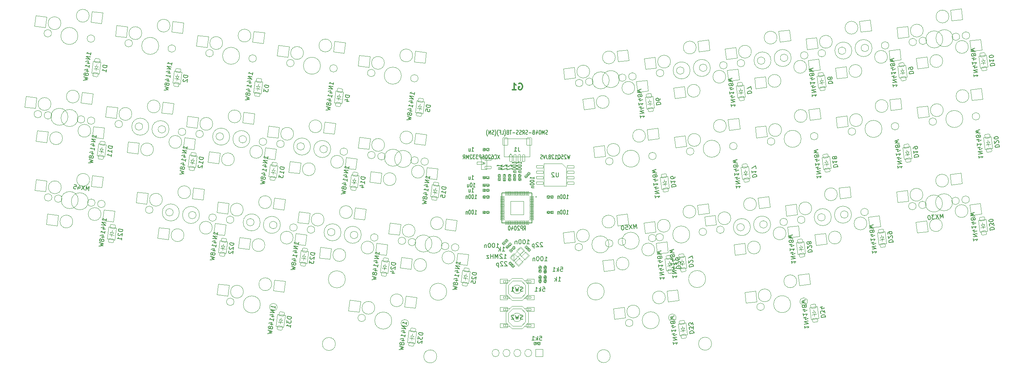
<source format=gbr>
%TF.GenerationSoftware,KiCad,Pcbnew,7.0.6*%
%TF.CreationDate,2024-02-12T15:49:00-05:00*%
%TF.ProjectId,lalettre2040-tripple-stagger-hotswap-pcb,6c616c65-7474-4726-9532-3034302d7472,rev?*%
%TF.SameCoordinates,PX1ea85bbPY7e0978f*%
%TF.FileFunction,AssemblyDrawing,Bot*%
%FSLAX46Y46*%
G04 Gerber Fmt 4.6, Leading zero omitted, Abs format (unit mm)*
G04 Created by KiCad (PCBNEW 7.0.6) date 2024-02-12 15:49:00*
%MOMM*%
%LPD*%
G01*
G04 APERTURE LIST*
%ADD10C,0.300000*%
%ADD11C,0.150000*%
%ADD12C,0.040000*%
%ADD13C,0.105000*%
%ADD14C,0.050000*%
%ADD15C,0.100000*%
%ADD16C,0.200000*%
%ADD17C,0.127000*%
%ADD18C,0.100000*%
%TD*%
G04 APERTURE END LIST*
D10*
X120574552Y66234618D02*
X120717410Y66306047D01*
X120717410Y66306047D02*
X120931695Y66306047D01*
X120931695Y66306047D02*
X121145981Y66234618D01*
X121145981Y66234618D02*
X121288838Y66091761D01*
X121288838Y66091761D02*
X121360267Y65948904D01*
X121360267Y65948904D02*
X121431695Y65663190D01*
X121431695Y65663190D02*
X121431695Y65448904D01*
X121431695Y65448904D02*
X121360267Y65163190D01*
X121360267Y65163190D02*
X121288838Y65020333D01*
X121288838Y65020333D02*
X121145981Y64877475D01*
X121145981Y64877475D02*
X120931695Y64806047D01*
X120931695Y64806047D02*
X120788838Y64806047D01*
X120788838Y64806047D02*
X120574552Y64877475D01*
X120574552Y64877475D02*
X120503124Y64948904D01*
X120503124Y64948904D02*
X120503124Y65448904D01*
X120503124Y65448904D02*
X120788838Y65448904D01*
X119074552Y64806047D02*
X119931695Y64806047D01*
X119503124Y64806047D02*
X119503124Y66306047D01*
X119503124Y66306047D02*
X119645981Y66091761D01*
X119645981Y66091761D02*
X119788838Y65948904D01*
X119788838Y65948904D02*
X119931695Y65877475D01*
D11*
X148155861Y32396778D02*
X148033991Y33389324D01*
X148033991Y33389324D02*
X147790192Y32639739D01*
X147790192Y32639739D02*
X147372294Y33308078D01*
X147372294Y33308078D02*
X147494163Y32315532D01*
X146994181Y33261651D02*
X146454353Y32187859D01*
X146332484Y33180405D02*
X147116051Y32269105D01*
X145481730Y33075946D02*
X145954371Y33133979D01*
X145954371Y33133979D02*
X146059668Y32667141D01*
X146059668Y32667141D02*
X146006601Y32708602D01*
X146006601Y32708602D02*
X145906269Y32744259D01*
X145906269Y32744259D02*
X145669949Y32715243D01*
X145669949Y32715243D02*
X145581224Y32656372D01*
X145581224Y32656372D02*
X145539763Y32603305D01*
X145539763Y32603305D02*
X145504106Y32502973D01*
X145504106Y32502973D02*
X145533122Y32266653D01*
X145533122Y32266653D02*
X145591993Y32177928D01*
X145591993Y32177928D02*
X145645060Y32136467D01*
X145645060Y32136467D02*
X145745392Y32100809D01*
X145745392Y32100809D02*
X145981712Y32129826D01*
X145981712Y32129826D02*
X146070437Y32188697D01*
X146070437Y32188697D02*
X146111898Y32241764D01*
X144820033Y32994699D02*
X144725504Y32983093D01*
X144725504Y32983093D02*
X144636779Y32924222D01*
X144636779Y32924222D02*
X144595319Y32871155D01*
X144595319Y32871155D02*
X144559661Y32770823D01*
X144559661Y32770823D02*
X144535610Y32575963D01*
X144535610Y32575963D02*
X144564627Y32339643D01*
X144564627Y32339643D02*
X144635104Y32156390D01*
X144635104Y32156390D02*
X144693975Y32067665D01*
X144693975Y32067665D02*
X144747042Y32026204D01*
X144747042Y32026204D02*
X144847374Y31990547D01*
X144847374Y31990547D02*
X144941902Y32002153D01*
X144941902Y32002153D02*
X145030627Y32061024D01*
X145030627Y32061024D02*
X145072088Y32114091D01*
X145072088Y32114091D02*
X145107745Y32214423D01*
X145107745Y32214423D02*
X145131796Y32409283D01*
X145131796Y32409283D02*
X145102779Y32645603D01*
X145102779Y32645603D02*
X145032302Y32828856D01*
X145032302Y32828856D02*
X144973431Y32917581D01*
X144973431Y32917581D02*
X144920364Y32959042D01*
X144920364Y32959042D02*
X144820033Y32994699D01*
X126153168Y18640225D02*
X126629358Y18640225D01*
X126629358Y18640225D02*
X126676977Y18164035D01*
X126676977Y18164035D02*
X126629358Y18211654D01*
X126629358Y18211654D02*
X126534120Y18259273D01*
X126534120Y18259273D02*
X126296025Y18259273D01*
X126296025Y18259273D02*
X126200787Y18211654D01*
X126200787Y18211654D02*
X126153168Y18164035D01*
X126153168Y18164035D02*
X126105549Y18068797D01*
X126105549Y18068797D02*
X126105549Y17830702D01*
X126105549Y17830702D02*
X126153168Y17735464D01*
X126153168Y17735464D02*
X126200787Y17687844D01*
X126200787Y17687844D02*
X126296025Y17640225D01*
X126296025Y17640225D02*
X126534120Y17640225D01*
X126534120Y17640225D02*
X126629358Y17687844D01*
X126629358Y17687844D02*
X126676977Y17735464D01*
X125676977Y17640225D02*
X125676977Y18640225D01*
X125581739Y18021178D02*
X125296025Y17640225D01*
X125296025Y18306892D02*
X125676977Y17925940D01*
X124343644Y17640225D02*
X124915072Y17640225D01*
X124629358Y17640225D02*
X124629358Y18640225D01*
X124629358Y18640225D02*
X124724596Y18497368D01*
X124724596Y18497368D02*
X124819834Y18402130D01*
X124819834Y18402130D02*
X124915072Y18354511D01*
D12*
X125628511Y21235505D02*
X125504702Y21322172D01*
X125628511Y21384077D02*
X125368511Y21384077D01*
X125368511Y21384077D02*
X125368511Y21285029D01*
X125368511Y21285029D02*
X125380892Y21260267D01*
X125380892Y21260267D02*
X125393273Y21247886D01*
X125393273Y21247886D02*
X125418035Y21235505D01*
X125418035Y21235505D02*
X125455178Y21235505D01*
X125455178Y21235505D02*
X125479940Y21247886D01*
X125479940Y21247886D02*
X125492321Y21260267D01*
X125492321Y21260267D02*
X125504702Y21285029D01*
X125504702Y21285029D02*
X125504702Y21384077D01*
X125653273Y21185981D02*
X125653273Y20987886D01*
X125492321Y20839315D02*
X125492321Y20925982D01*
X125628511Y20925982D02*
X125368511Y20925982D01*
X125368511Y20925982D02*
X125368511Y20802172D01*
X125628511Y20579315D02*
X125628511Y20703125D01*
X125628511Y20703125D02*
X125368511Y20703125D01*
X125554226Y20505030D02*
X125554226Y20381220D01*
X125628511Y20529792D02*
X125368511Y20443125D01*
X125368511Y20443125D02*
X125628511Y20356458D01*
X125616131Y20282173D02*
X125628511Y20245030D01*
X125628511Y20245030D02*
X125628511Y20183125D01*
X125628511Y20183125D02*
X125616131Y20158363D01*
X125616131Y20158363D02*
X125603750Y20145982D01*
X125603750Y20145982D02*
X125578988Y20133601D01*
X125578988Y20133601D02*
X125554226Y20133601D01*
X125554226Y20133601D02*
X125529464Y20145982D01*
X125529464Y20145982D02*
X125517083Y20158363D01*
X125517083Y20158363D02*
X125504702Y20183125D01*
X125504702Y20183125D02*
X125492321Y20232649D01*
X125492321Y20232649D02*
X125479940Y20257411D01*
X125479940Y20257411D02*
X125467559Y20269792D01*
X125467559Y20269792D02*
X125442797Y20282173D01*
X125442797Y20282173D02*
X125418035Y20282173D01*
X125418035Y20282173D02*
X125393273Y20269792D01*
X125393273Y20269792D02*
X125380892Y20257411D01*
X125380892Y20257411D02*
X125368511Y20232649D01*
X125368511Y20232649D02*
X125368511Y20170744D01*
X125368511Y20170744D02*
X125380892Y20133601D01*
X125628511Y20022173D02*
X125368511Y20022173D01*
X125492321Y20022173D02*
X125492321Y19873601D01*
X125628511Y19873601D02*
X125368511Y19873601D01*
X125393273Y19762173D02*
X125380892Y19749792D01*
X125380892Y19749792D02*
X125368511Y19725030D01*
X125368511Y19725030D02*
X125368511Y19663125D01*
X125368511Y19663125D02*
X125380892Y19638363D01*
X125380892Y19638363D02*
X125393273Y19625982D01*
X125393273Y19625982D02*
X125418035Y19613601D01*
X125418035Y19613601D02*
X125442797Y19613601D01*
X125442797Y19613601D02*
X125479940Y19625982D01*
X125479940Y19625982D02*
X125628511Y19774554D01*
X125628511Y19774554D02*
X125628511Y19613601D01*
D11*
X208048265Y66063864D02*
X208117904Y65496694D01*
X208083085Y65780279D02*
X209075631Y65902148D01*
X209075631Y65902148D02*
X208945445Y65790210D01*
X208945445Y65790210D02*
X208862523Y65684075D01*
X208862523Y65684075D02*
X208826866Y65583744D01*
X207996035Y66489241D02*
X208988581Y66611110D01*
X208988581Y66611110D02*
X207926395Y67056410D01*
X207926395Y67056410D02*
X208918942Y67178279D01*
X208477830Y68035674D02*
X207816133Y67954428D01*
X208884959Y67845780D02*
X208205014Y67522410D01*
X208205014Y67522410D02*
X208129571Y68136843D01*
X207688460Y68994238D02*
X207758100Y68427069D01*
X207723280Y68710653D02*
X208715826Y68832523D01*
X208715826Y68832523D02*
X208585640Y68720585D01*
X208585640Y68720585D02*
X208502719Y68614450D01*
X208502719Y68614450D02*
X208467061Y68514118D01*
X208245698Y69926238D02*
X207584001Y69844992D01*
X208652827Y69736344D02*
X207972882Y69412974D01*
X207972882Y69412974D02*
X207897439Y70027407D01*
X208069924Y70576329D02*
X208128794Y70487604D01*
X208128794Y70487604D02*
X208181862Y70446143D01*
X208181862Y70446143D02*
X208282193Y70410486D01*
X208282193Y70410486D02*
X208329457Y70416289D01*
X208329457Y70416289D02*
X208418182Y70475160D01*
X208418182Y70475160D02*
X208459643Y70528227D01*
X208459643Y70528227D02*
X208495301Y70628559D01*
X208495301Y70628559D02*
X208472087Y70817615D01*
X208472087Y70817615D02*
X208413217Y70906340D01*
X208413217Y70906340D02*
X208360149Y70947801D01*
X208360149Y70947801D02*
X208259818Y70983458D01*
X208259818Y70983458D02*
X208212554Y70977655D01*
X208212554Y70977655D02*
X208123829Y70918784D01*
X208123829Y70918784D02*
X208082368Y70865717D01*
X208082368Y70865717D02*
X208046710Y70765385D01*
X208046710Y70765385D02*
X208069924Y70576329D01*
X208069924Y70576329D02*
X208034266Y70475998D01*
X208034266Y70475998D02*
X207992805Y70422930D01*
X207992805Y70422930D02*
X207904080Y70364059D01*
X207904080Y70364059D02*
X207715024Y70340846D01*
X207715024Y70340846D02*
X207614692Y70376504D01*
X207614692Y70376504D02*
X207561625Y70417965D01*
X207561625Y70417965D02*
X207502754Y70506689D01*
X207502754Y70506689D02*
X207479541Y70695746D01*
X207479541Y70695746D02*
X207515199Y70796077D01*
X207515199Y70796077D02*
X207556659Y70849145D01*
X207556659Y70849145D02*
X207645384Y70908015D01*
X207645384Y70908015D02*
X207834441Y70931229D01*
X207834441Y70931229D02*
X207934772Y70895571D01*
X207934772Y70895571D02*
X207987840Y70854110D01*
X207987840Y70854110D02*
X208046710Y70765385D01*
X208408251Y71337520D02*
X207386688Y71451972D01*
X207386688Y71451972D02*
X208072437Y71728077D01*
X208072437Y71728077D02*
X207340262Y71830084D01*
X207340262Y71830084D02*
X208303792Y72188274D01*
X211876867Y68524989D02*
X212869413Y68646858D01*
X212869413Y68646858D02*
X212840396Y68883179D01*
X212840396Y68883179D02*
X212775722Y69019168D01*
X212775722Y69019168D02*
X212669588Y69102089D01*
X212669588Y69102089D02*
X212569256Y69137747D01*
X212569256Y69137747D02*
X212374396Y69161798D01*
X212374396Y69161798D02*
X212232604Y69144388D01*
X212232604Y69144388D02*
X212049351Y69073911D01*
X212049351Y69073911D02*
X211960626Y69015040D01*
X211960626Y69015040D02*
X211877704Y68908905D01*
X211877704Y68908905D02*
X211847850Y68761309D01*
X211847850Y68761309D02*
X211876867Y68524989D01*
X211749194Y69564799D02*
X211725981Y69753856D01*
X211725981Y69753856D02*
X211761638Y69854187D01*
X211761638Y69854187D02*
X211803099Y69907254D01*
X211803099Y69907254D02*
X211933285Y70019193D01*
X211933285Y70019193D02*
X212116538Y70089670D01*
X212116538Y70089670D02*
X212494651Y70136096D01*
X212494651Y70136096D02*
X212594982Y70100439D01*
X212594982Y70100439D02*
X212648050Y70058978D01*
X212648050Y70058978D02*
X212706920Y69970253D01*
X212706920Y69970253D02*
X212730134Y69781197D01*
X212730134Y69781197D02*
X212694476Y69680865D01*
X212694476Y69680865D02*
X212653015Y69627798D01*
X212653015Y69627798D02*
X212564290Y69568927D01*
X212564290Y69568927D02*
X212327970Y69539911D01*
X212327970Y69539911D02*
X212227638Y69575568D01*
X212227638Y69575568D02*
X212174571Y69617029D01*
X212174571Y69617029D02*
X212115700Y69705754D01*
X212115700Y69705754D02*
X212092487Y69894810D01*
X212092487Y69894810D02*
X212128145Y69995142D01*
X212128145Y69995142D02*
X212169605Y70048209D01*
X212169605Y70048209D02*
X212258330Y70107080D01*
X116725985Y47241473D02*
X116678366Y47205759D01*
X116678366Y47205759D02*
X116630747Y47134330D01*
X116630747Y47134330D02*
X116630747Y46955759D01*
X116630747Y46955759D02*
X116678366Y46884330D01*
X116678366Y46884330D02*
X116725985Y46848616D01*
X116725985Y46848616D02*
X116821223Y46812902D01*
X116821223Y46812902D02*
X116916461Y46812902D01*
X116916461Y46812902D02*
X117059318Y46848616D01*
X117059318Y46848616D02*
X117630747Y47277188D01*
X117630747Y47277188D02*
X117630747Y46812902D01*
X116630747Y46562902D02*
X116630747Y46062902D01*
X116630747Y46062902D02*
X117630747Y46384330D01*
D12*
X117294128Y44883085D02*
X117170319Y44969752D01*
X117294128Y45031657D02*
X117034128Y45031657D01*
X117034128Y45031657D02*
X117034128Y44932609D01*
X117034128Y44932609D02*
X117046509Y44907847D01*
X117046509Y44907847D02*
X117058890Y44895466D01*
X117058890Y44895466D02*
X117083652Y44883085D01*
X117083652Y44883085D02*
X117120795Y44883085D01*
X117120795Y44883085D02*
X117145557Y44895466D01*
X117145557Y44895466D02*
X117157938Y44907847D01*
X117157938Y44907847D02*
X117170319Y44932609D01*
X117170319Y44932609D02*
X117170319Y45031657D01*
X117318890Y44833561D02*
X117318890Y44635466D01*
X117294128Y44573562D02*
X117034128Y44573562D01*
X117034128Y44573562D02*
X117034128Y44511657D01*
X117034128Y44511657D02*
X117046509Y44474514D01*
X117046509Y44474514D02*
X117071271Y44449752D01*
X117071271Y44449752D02*
X117096033Y44437371D01*
X117096033Y44437371D02*
X117145557Y44424990D01*
X117145557Y44424990D02*
X117182700Y44424990D01*
X117182700Y44424990D02*
X117232224Y44437371D01*
X117232224Y44437371D02*
X117256986Y44449752D01*
X117256986Y44449752D02*
X117281748Y44474514D01*
X117281748Y44474514D02*
X117294128Y44511657D01*
X117294128Y44511657D02*
X117294128Y44573562D01*
X117219843Y44325943D02*
X117219843Y44202133D01*
X117294128Y44350705D02*
X117034128Y44264038D01*
X117034128Y44264038D02*
X117294128Y44177371D01*
X117034128Y44127848D02*
X117034128Y43979276D01*
X117294128Y44053562D02*
X117034128Y44053562D01*
X117219843Y43904991D02*
X117219843Y43781181D01*
X117294128Y43929753D02*
X117034128Y43843086D01*
X117034128Y43843086D02*
X117294128Y43756419D01*
X117058890Y43682134D02*
X117046509Y43669753D01*
X117046509Y43669753D02*
X117034128Y43644991D01*
X117034128Y43644991D02*
X117034128Y43583086D01*
X117034128Y43583086D02*
X117046509Y43558324D01*
X117046509Y43558324D02*
X117058890Y43545943D01*
X117058890Y43545943D02*
X117083652Y43533562D01*
X117083652Y43533562D02*
X117108414Y43533562D01*
X117108414Y43533562D02*
X117145557Y43545943D01*
X117145557Y43545943D02*
X117294128Y43694515D01*
X117294128Y43694515D02*
X117294128Y43533562D01*
D11*
X109561869Y43833975D02*
X109990440Y43833975D01*
X109776155Y43833975D02*
X109776155Y44833975D01*
X109776155Y44833975D02*
X109847583Y44691118D01*
X109847583Y44691118D02*
X109919012Y44595880D01*
X109919012Y44595880D02*
X109990440Y44548261D01*
X108919012Y44500642D02*
X108919012Y43833975D01*
X109240440Y44500642D02*
X109240440Y43976833D01*
X109240440Y43976833D02*
X109204726Y43881594D01*
X109204726Y43881594D02*
X109133297Y43833975D01*
X109133297Y43833975D02*
X109026154Y43833975D01*
X109026154Y43833975D02*
X108954726Y43881594D01*
X108954726Y43881594D02*
X108919012Y43929214D01*
D12*
X113364970Y44199035D02*
X113376874Y44187130D01*
X113376874Y44187130D02*
X113412589Y44175226D01*
X113412589Y44175226D02*
X113436398Y44175226D01*
X113436398Y44175226D02*
X113472112Y44187130D01*
X113472112Y44187130D02*
X113495922Y44210940D01*
X113495922Y44210940D02*
X113507827Y44234750D01*
X113507827Y44234750D02*
X113519731Y44282369D01*
X113519731Y44282369D02*
X113519731Y44318083D01*
X113519731Y44318083D02*
X113507827Y44365702D01*
X113507827Y44365702D02*
X113495922Y44389511D01*
X113495922Y44389511D02*
X113472112Y44413321D01*
X113472112Y44413321D02*
X113436398Y44425226D01*
X113436398Y44425226D02*
X113412589Y44425226D01*
X113412589Y44425226D02*
X113376874Y44413321D01*
X113376874Y44413321D02*
X113364970Y44401416D01*
X113317351Y44151416D02*
X113126874Y44151416D01*
X113067351Y44306178D02*
X112984017Y44306178D01*
X112948303Y44175226D02*
X113067351Y44175226D01*
X113067351Y44175226D02*
X113067351Y44425226D01*
X113067351Y44425226D02*
X112948303Y44425226D01*
X112853065Y44187130D02*
X112817351Y44175226D01*
X112817351Y44175226D02*
X112757827Y44175226D01*
X112757827Y44175226D02*
X112734018Y44187130D01*
X112734018Y44187130D02*
X112722113Y44199035D01*
X112722113Y44199035D02*
X112710208Y44222845D01*
X112710208Y44222845D02*
X112710208Y44246654D01*
X112710208Y44246654D02*
X112722113Y44270464D01*
X112722113Y44270464D02*
X112734018Y44282369D01*
X112734018Y44282369D02*
X112757827Y44294273D01*
X112757827Y44294273D02*
X112805446Y44306178D01*
X112805446Y44306178D02*
X112829256Y44318083D01*
X112829256Y44318083D02*
X112841161Y44329988D01*
X112841161Y44329988D02*
X112853065Y44353797D01*
X112853065Y44353797D02*
X112853065Y44377607D01*
X112853065Y44377607D02*
X112841161Y44401416D01*
X112841161Y44401416D02*
X112829256Y44413321D01*
X112829256Y44413321D02*
X112805446Y44425226D01*
X112805446Y44425226D02*
X112745923Y44425226D01*
X112745923Y44425226D02*
X112710208Y44413321D01*
X112603066Y44175226D02*
X112603066Y44425226D01*
X112603066Y44425226D02*
X112543542Y44425226D01*
X112543542Y44425226D02*
X112507828Y44413321D01*
X112507828Y44413321D02*
X112484018Y44389511D01*
X112484018Y44389511D02*
X112472113Y44365702D01*
X112472113Y44365702D02*
X112460209Y44318083D01*
X112460209Y44318083D02*
X112460209Y44282369D01*
X112460209Y44282369D02*
X112472113Y44234750D01*
X112472113Y44234750D02*
X112484018Y44210940D01*
X112484018Y44210940D02*
X112507828Y44187130D01*
X112507828Y44187130D02*
X112543542Y44175226D01*
X112543542Y44175226D02*
X112603066Y44175226D01*
X112364970Y44401416D02*
X112353066Y44413321D01*
X112353066Y44413321D02*
X112329256Y44425226D01*
X112329256Y44425226D02*
X112269732Y44425226D01*
X112269732Y44425226D02*
X112245923Y44413321D01*
X112245923Y44413321D02*
X112234018Y44401416D01*
X112234018Y44401416D02*
X112222113Y44377607D01*
X112222113Y44377607D02*
X112222113Y44353797D01*
X112222113Y44353797D02*
X112234018Y44318083D01*
X112234018Y44318083D02*
X112376875Y44175226D01*
X112376875Y44175226D02*
X112222113Y44175226D01*
D11*
X209188126Y47010745D02*
X209257765Y46443575D01*
X209222946Y46727160D02*
X210215492Y46849029D01*
X210215492Y46849029D02*
X210085306Y46737091D01*
X210085306Y46737091D02*
X210002384Y46630956D01*
X210002384Y46630956D02*
X209966727Y46530625D01*
X209135896Y47436122D02*
X210128442Y47557991D01*
X210128442Y47557991D02*
X209066256Y48003291D01*
X209066256Y48003291D02*
X210058803Y48125160D01*
X209617691Y48982555D02*
X208955994Y48901309D01*
X210024820Y48792661D02*
X209344875Y48469291D01*
X209344875Y48469291D02*
X209269432Y49083724D01*
X208828321Y49941119D02*
X208897961Y49373950D01*
X208863141Y49657534D02*
X209855687Y49779404D01*
X209855687Y49779404D02*
X209725501Y49667466D01*
X209725501Y49667466D02*
X209642580Y49561331D01*
X209642580Y49561331D02*
X209606922Y49460999D01*
X209385559Y50873119D02*
X208723862Y50791873D01*
X209792688Y50683225D02*
X209112743Y50359855D01*
X209112743Y50359855D02*
X209037300Y50974288D01*
X209209785Y51523210D02*
X209268655Y51434485D01*
X209268655Y51434485D02*
X209321723Y51393024D01*
X209321723Y51393024D02*
X209422054Y51357367D01*
X209422054Y51357367D02*
X209469318Y51363170D01*
X209469318Y51363170D02*
X209558043Y51422041D01*
X209558043Y51422041D02*
X209599504Y51475108D01*
X209599504Y51475108D02*
X209635162Y51575440D01*
X209635162Y51575440D02*
X209611948Y51764496D01*
X209611948Y51764496D02*
X209553078Y51853221D01*
X209553078Y51853221D02*
X209500010Y51894682D01*
X209500010Y51894682D02*
X209399679Y51930339D01*
X209399679Y51930339D02*
X209352415Y51924536D01*
X209352415Y51924536D02*
X209263690Y51865665D01*
X209263690Y51865665D02*
X209222229Y51812598D01*
X209222229Y51812598D02*
X209186571Y51712266D01*
X209186571Y51712266D02*
X209209785Y51523210D01*
X209209785Y51523210D02*
X209174127Y51422879D01*
X209174127Y51422879D02*
X209132666Y51369811D01*
X209132666Y51369811D02*
X209043941Y51310940D01*
X209043941Y51310940D02*
X208854885Y51287727D01*
X208854885Y51287727D02*
X208754553Y51323385D01*
X208754553Y51323385D02*
X208701486Y51364846D01*
X208701486Y51364846D02*
X208642615Y51453570D01*
X208642615Y51453570D02*
X208619402Y51642627D01*
X208619402Y51642627D02*
X208655060Y51742958D01*
X208655060Y51742958D02*
X208696520Y51796026D01*
X208696520Y51796026D02*
X208785245Y51854896D01*
X208785245Y51854896D02*
X208974302Y51878110D01*
X208974302Y51878110D02*
X209074633Y51842452D01*
X209074633Y51842452D02*
X209127701Y51800991D01*
X209127701Y51800991D02*
X209186571Y51712266D01*
X209548112Y52284401D02*
X208526549Y52398853D01*
X208526549Y52398853D02*
X209212298Y52674958D01*
X209212298Y52674958D02*
X208480123Y52776965D01*
X208480123Y52776965D02*
X209443653Y53135155D01*
X213074761Y48999228D02*
X214067307Y49121098D01*
X214067307Y49121098D02*
X214038290Y49357418D01*
X214038290Y49357418D02*
X213973616Y49493407D01*
X213973616Y49493407D02*
X213867482Y49576329D01*
X213867482Y49576329D02*
X213767150Y49611986D01*
X213767150Y49611986D02*
X213572290Y49636037D01*
X213572290Y49636037D02*
X213430498Y49618627D01*
X213430498Y49618627D02*
X213247245Y49548150D01*
X213247245Y49548150D02*
X213158520Y49489279D01*
X213158520Y49489279D02*
X213075598Y49383144D01*
X213075598Y49383144D02*
X213045744Y49235549D01*
X213045744Y49235549D02*
X213074761Y48999228D01*
X212889055Y50511680D02*
X212958695Y49944510D01*
X212923875Y50228095D02*
X213916421Y50349964D01*
X213916421Y50349964D02*
X213786235Y50238026D01*
X213786235Y50238026D02*
X213703314Y50131891D01*
X213703314Y50131891D02*
X213667656Y50031560D01*
X212831022Y50984321D02*
X212807809Y51173377D01*
X212807809Y51173377D02*
X212843466Y51273709D01*
X212843466Y51273709D02*
X212884927Y51326776D01*
X212884927Y51326776D02*
X213015113Y51438714D01*
X213015113Y51438714D02*
X213198366Y51509191D01*
X213198366Y51509191D02*
X213576479Y51555618D01*
X213576479Y51555618D02*
X213676810Y51519960D01*
X213676810Y51519960D02*
X213729878Y51478500D01*
X213729878Y51478500D02*
X213788748Y51389775D01*
X213788748Y51389775D02*
X213811962Y51200718D01*
X213811962Y51200718D02*
X213776304Y51100387D01*
X213776304Y51100387D02*
X213734843Y51047319D01*
X213734843Y51047319D02*
X213646118Y50988449D01*
X213646118Y50988449D02*
X213409798Y50959432D01*
X213409798Y50959432D02*
X213309466Y50995090D01*
X213309466Y50995090D02*
X213256399Y51036550D01*
X213256399Y51036550D02*
X213197528Y51125275D01*
X213197528Y51125275D02*
X213174315Y51314332D01*
X213174315Y51314332D02*
X213209973Y51414663D01*
X213209973Y51414663D02*
X213251433Y51467731D01*
X213251433Y51467731D02*
X213340158Y51526601D01*
X130320352Y23316149D02*
X130796542Y23316149D01*
X130796542Y23316149D02*
X130844161Y22839959D01*
X130844161Y22839959D02*
X130796542Y22887578D01*
X130796542Y22887578D02*
X130701304Y22935197D01*
X130701304Y22935197D02*
X130463209Y22935197D01*
X130463209Y22935197D02*
X130367971Y22887578D01*
X130367971Y22887578D02*
X130320352Y22839959D01*
X130320352Y22839959D02*
X130272733Y22744721D01*
X130272733Y22744721D02*
X130272733Y22506626D01*
X130272733Y22506626D02*
X130320352Y22411388D01*
X130320352Y22411388D02*
X130367971Y22363768D01*
X130367971Y22363768D02*
X130463209Y22316149D01*
X130463209Y22316149D02*
X130701304Y22316149D01*
X130701304Y22316149D02*
X130796542Y22363768D01*
X130796542Y22363768D02*
X130844161Y22411388D01*
X129844161Y22316149D02*
X129844161Y23316149D01*
X129748923Y22697102D02*
X129463209Y22316149D01*
X129463209Y22982816D02*
X129844161Y22601864D01*
X128510828Y22316149D02*
X129082256Y22316149D01*
X128796542Y22316149D02*
X128796542Y23316149D01*
X128796542Y23316149D02*
X128891780Y23173292D01*
X128891780Y23173292D02*
X128987018Y23078054D01*
X128987018Y23078054D02*
X129082256Y23030435D01*
D12*
X126819135Y23501444D02*
X126695326Y23588111D01*
X126819135Y23650016D02*
X126559135Y23650016D01*
X126559135Y23650016D02*
X126559135Y23550968D01*
X126559135Y23550968D02*
X126571516Y23526206D01*
X126571516Y23526206D02*
X126583897Y23513825D01*
X126583897Y23513825D02*
X126608659Y23501444D01*
X126608659Y23501444D02*
X126645802Y23501444D01*
X126645802Y23501444D02*
X126670564Y23513825D01*
X126670564Y23513825D02*
X126682945Y23526206D01*
X126682945Y23526206D02*
X126695326Y23550968D01*
X126695326Y23550968D02*
X126695326Y23650016D01*
X126843897Y23451920D02*
X126843897Y23253825D01*
X126682945Y23105254D02*
X126682945Y23191921D01*
X126819135Y23191921D02*
X126559135Y23191921D01*
X126559135Y23191921D02*
X126559135Y23068111D01*
X126819135Y22845254D02*
X126819135Y22969064D01*
X126819135Y22969064D02*
X126559135Y22969064D01*
X126744850Y22770969D02*
X126744850Y22647159D01*
X126819135Y22795731D02*
X126559135Y22709064D01*
X126559135Y22709064D02*
X126819135Y22622397D01*
X126806755Y22548112D02*
X126819135Y22510969D01*
X126819135Y22510969D02*
X126819135Y22449064D01*
X126819135Y22449064D02*
X126806755Y22424302D01*
X126806755Y22424302D02*
X126794374Y22411921D01*
X126794374Y22411921D02*
X126769612Y22399540D01*
X126769612Y22399540D02*
X126744850Y22399540D01*
X126744850Y22399540D02*
X126720088Y22411921D01*
X126720088Y22411921D02*
X126707707Y22424302D01*
X126707707Y22424302D02*
X126695326Y22449064D01*
X126695326Y22449064D02*
X126682945Y22498588D01*
X126682945Y22498588D02*
X126670564Y22523350D01*
X126670564Y22523350D02*
X126658183Y22535731D01*
X126658183Y22535731D02*
X126633421Y22548112D01*
X126633421Y22548112D02*
X126608659Y22548112D01*
X126608659Y22548112D02*
X126583897Y22535731D01*
X126583897Y22535731D02*
X126571516Y22523350D01*
X126571516Y22523350D02*
X126559135Y22498588D01*
X126559135Y22498588D02*
X126559135Y22436683D01*
X126559135Y22436683D02*
X126571516Y22399540D01*
X126819135Y22288112D02*
X126559135Y22288112D01*
X126682945Y22288112D02*
X126682945Y22139540D01*
X126819135Y22139540D02*
X126559135Y22139540D01*
X126559135Y22040493D02*
X126559135Y21879540D01*
X126559135Y21879540D02*
X126658183Y21966207D01*
X126658183Y21966207D02*
X126658183Y21929064D01*
X126658183Y21929064D02*
X126670564Y21904302D01*
X126670564Y21904302D02*
X126682945Y21891921D01*
X126682945Y21891921D02*
X126707707Y21879540D01*
X126707707Y21879540D02*
X126769612Y21879540D01*
X126769612Y21879540D02*
X126794374Y21891921D01*
X126794374Y21891921D02*
X126806755Y21904302D01*
X126806755Y21904302D02*
X126819135Y21929064D01*
X126819135Y21929064D02*
X126819135Y22003350D01*
X126819135Y22003350D02*
X126806755Y22028112D01*
X126806755Y22028112D02*
X126794374Y22040493D01*
D11*
X120011997Y47509331D02*
X120011997Y47937902D01*
X120011997Y47723617D02*
X119011997Y47723617D01*
X119011997Y47723617D02*
X119154854Y47795045D01*
X119154854Y47795045D02*
X119250092Y47866474D01*
X119250092Y47866474D02*
X119297711Y47937902D01*
X119011997Y47045045D02*
X119011997Y46973616D01*
X119011997Y46973616D02*
X119059616Y46902188D01*
X119059616Y46902188D02*
X119107235Y46866473D01*
X119107235Y46866473D02*
X119202473Y46830759D01*
X119202473Y46830759D02*
X119392949Y46795045D01*
X119392949Y46795045D02*
X119631044Y46795045D01*
X119631044Y46795045D02*
X119821520Y46830759D01*
X119821520Y46830759D02*
X119916758Y46866473D01*
X119916758Y46866473D02*
X119964378Y46902188D01*
X119964378Y46902188D02*
X120011997Y46973616D01*
X120011997Y46973616D02*
X120011997Y47045045D01*
X120011997Y47045045D02*
X119964378Y47116473D01*
X119964378Y47116473D02*
X119916758Y47152188D01*
X119916758Y47152188D02*
X119821520Y47187902D01*
X119821520Y47187902D02*
X119631044Y47223616D01*
X119631044Y47223616D02*
X119392949Y47223616D01*
X119392949Y47223616D02*
X119202473Y47187902D01*
X119202473Y47187902D02*
X119107235Y47152188D01*
X119107235Y47152188D02*
X119059616Y47116473D01*
X119059616Y47116473D02*
X119011997Y47045045D01*
X119011997Y46330759D02*
X119011997Y46259330D01*
X119011997Y46259330D02*
X119059616Y46187902D01*
X119059616Y46187902D02*
X119107235Y46152187D01*
X119107235Y46152187D02*
X119202473Y46116473D01*
X119202473Y46116473D02*
X119392949Y46080759D01*
X119392949Y46080759D02*
X119631044Y46080759D01*
X119631044Y46080759D02*
X119821520Y46116473D01*
X119821520Y46116473D02*
X119916758Y46152187D01*
X119916758Y46152187D02*
X119964378Y46187902D01*
X119964378Y46187902D02*
X120011997Y46259330D01*
X120011997Y46259330D02*
X120011997Y46330759D01*
X120011997Y46330759D02*
X119964378Y46402187D01*
X119964378Y46402187D02*
X119916758Y46437902D01*
X119916758Y46437902D02*
X119821520Y46473616D01*
X119821520Y46473616D02*
X119631044Y46509330D01*
X119631044Y46509330D02*
X119392949Y46509330D01*
X119392949Y46509330D02*
X119202473Y46473616D01*
X119202473Y46473616D02*
X119107235Y46437902D01*
X119107235Y46437902D02*
X119059616Y46402187D01*
X119059616Y46402187D02*
X119011997Y46330759D01*
X119345330Y45759330D02*
X120011997Y45759330D01*
X119440568Y45759330D02*
X119392949Y45723616D01*
X119392949Y45723616D02*
X119345330Y45652187D01*
X119345330Y45652187D02*
X119345330Y45545044D01*
X119345330Y45545044D02*
X119392949Y45473616D01*
X119392949Y45473616D02*
X119488187Y45437901D01*
X119488187Y45437901D02*
X120011997Y45437901D01*
D12*
X119646943Y44866181D02*
X119658848Y44878085D01*
X119658848Y44878085D02*
X119670752Y44913800D01*
X119670752Y44913800D02*
X119670752Y44937609D01*
X119670752Y44937609D02*
X119658848Y44973323D01*
X119658848Y44973323D02*
X119635038Y44997133D01*
X119635038Y44997133D02*
X119611228Y45009038D01*
X119611228Y45009038D02*
X119563609Y45020942D01*
X119563609Y45020942D02*
X119527895Y45020942D01*
X119527895Y45020942D02*
X119480276Y45009038D01*
X119480276Y45009038D02*
X119456467Y44997133D01*
X119456467Y44997133D02*
X119432657Y44973323D01*
X119432657Y44973323D02*
X119420752Y44937609D01*
X119420752Y44937609D02*
X119420752Y44913800D01*
X119420752Y44913800D02*
X119432657Y44878085D01*
X119432657Y44878085D02*
X119444562Y44866181D01*
X119694562Y44818561D02*
X119694562Y44628085D01*
X119420752Y44592371D02*
X119420752Y44437609D01*
X119420752Y44437609D02*
X119515990Y44520943D01*
X119515990Y44520943D02*
X119515990Y44485228D01*
X119515990Y44485228D02*
X119527895Y44461419D01*
X119527895Y44461419D02*
X119539800Y44449514D01*
X119539800Y44449514D02*
X119563609Y44437609D01*
X119563609Y44437609D02*
X119623133Y44437609D01*
X119623133Y44437609D02*
X119646943Y44449514D01*
X119646943Y44449514D02*
X119658848Y44461419D01*
X119658848Y44461419D02*
X119670752Y44485228D01*
X119670752Y44485228D02*
X119670752Y44556657D01*
X119670752Y44556657D02*
X119658848Y44580466D01*
X119658848Y44580466D02*
X119646943Y44592371D01*
X119420752Y44366181D02*
X119670752Y44282848D01*
X119670752Y44282848D02*
X119420752Y44199514D01*
X119420752Y44139990D02*
X119420752Y43985228D01*
X119420752Y43985228D02*
X119515990Y44068562D01*
X119515990Y44068562D02*
X119515990Y44032847D01*
X119515990Y44032847D02*
X119527895Y44009038D01*
X119527895Y44009038D02*
X119539800Y43997133D01*
X119539800Y43997133D02*
X119563609Y43985228D01*
X119563609Y43985228D02*
X119623133Y43985228D01*
X119623133Y43985228D02*
X119646943Y43997133D01*
X119646943Y43997133D02*
X119658848Y44009038D01*
X119658848Y44009038D02*
X119670752Y44032847D01*
X119670752Y44032847D02*
X119670752Y44104276D01*
X119670752Y44104276D02*
X119658848Y44128085D01*
X119658848Y44128085D02*
X119646943Y44139990D01*
X119694562Y43937609D02*
X119694562Y43747133D01*
X119420752Y43711419D02*
X119420752Y43556657D01*
X119420752Y43556657D02*
X119515990Y43639991D01*
X119515990Y43639991D02*
X119515990Y43604276D01*
X119515990Y43604276D02*
X119527895Y43580467D01*
X119527895Y43580467D02*
X119539800Y43568562D01*
X119539800Y43568562D02*
X119563609Y43556657D01*
X119563609Y43556657D02*
X119623133Y43556657D01*
X119623133Y43556657D02*
X119646943Y43568562D01*
X119646943Y43568562D02*
X119658848Y43580467D01*
X119658848Y43580467D02*
X119670752Y43604276D01*
X119670752Y43604276D02*
X119670752Y43675705D01*
X119670752Y43675705D02*
X119658848Y43699514D01*
X119658848Y43699514D02*
X119646943Y43711419D01*
D11*
X121485827Y11139386D02*
X121342970Y11091767D01*
X121342970Y11091767D02*
X121104875Y11091767D01*
X121104875Y11091767D02*
X121009637Y11139386D01*
X121009637Y11139386D02*
X120962018Y11187006D01*
X120962018Y11187006D02*
X120914399Y11282244D01*
X120914399Y11282244D02*
X120914399Y11377482D01*
X120914399Y11377482D02*
X120962018Y11472720D01*
X120962018Y11472720D02*
X121009637Y11520339D01*
X121009637Y11520339D02*
X121104875Y11567958D01*
X121104875Y11567958D02*
X121295351Y11615577D01*
X121295351Y11615577D02*
X121390589Y11663196D01*
X121390589Y11663196D02*
X121438208Y11710815D01*
X121438208Y11710815D02*
X121485827Y11806053D01*
X121485827Y11806053D02*
X121485827Y11901291D01*
X121485827Y11901291D02*
X121438208Y11996529D01*
X121438208Y11996529D02*
X121390589Y12044148D01*
X121390589Y12044148D02*
X121295351Y12091767D01*
X121295351Y12091767D02*
X121057256Y12091767D01*
X121057256Y12091767D02*
X120914399Y12044148D01*
X120581065Y12091767D02*
X120342970Y11091767D01*
X120342970Y11091767D02*
X120152494Y11806053D01*
X120152494Y11806053D02*
X119962018Y11091767D01*
X119962018Y11091767D02*
X119723923Y12091767D01*
X119390589Y11996529D02*
X119342970Y12044148D01*
X119342970Y12044148D02*
X119247732Y12091767D01*
X119247732Y12091767D02*
X119009637Y12091767D01*
X119009637Y12091767D02*
X118914399Y12044148D01*
X118914399Y12044148D02*
X118866780Y11996529D01*
X118866780Y11996529D02*
X118819161Y11901291D01*
X118819161Y11901291D02*
X118819161Y11806053D01*
X118819161Y11806053D02*
X118866780Y11663196D01*
X118866780Y11663196D02*
X119438208Y11091767D01*
X119438208Y11091767D02*
X118819161Y11091767D01*
X110276155Y35690226D02*
X110704726Y35690226D01*
X110490441Y35690226D02*
X110490441Y36690226D01*
X110490441Y36690226D02*
X110561869Y36547369D01*
X110561869Y36547369D02*
X110633298Y36452131D01*
X110633298Y36452131D02*
X110704726Y36404512D01*
X109811869Y36690226D02*
X109740440Y36690226D01*
X109740440Y36690226D02*
X109669012Y36642607D01*
X109669012Y36642607D02*
X109633298Y36594988D01*
X109633298Y36594988D02*
X109597583Y36499750D01*
X109597583Y36499750D02*
X109561869Y36309274D01*
X109561869Y36309274D02*
X109561869Y36071179D01*
X109561869Y36071179D02*
X109597583Y35880703D01*
X109597583Y35880703D02*
X109633298Y35785465D01*
X109633298Y35785465D02*
X109669012Y35737845D01*
X109669012Y35737845D02*
X109740440Y35690226D01*
X109740440Y35690226D02*
X109811869Y35690226D01*
X109811869Y35690226D02*
X109883298Y35737845D01*
X109883298Y35737845D02*
X109919012Y35785465D01*
X109919012Y35785465D02*
X109954726Y35880703D01*
X109954726Y35880703D02*
X109990440Y36071179D01*
X109990440Y36071179D02*
X109990440Y36309274D01*
X109990440Y36309274D02*
X109954726Y36499750D01*
X109954726Y36499750D02*
X109919012Y36594988D01*
X109919012Y36594988D02*
X109883298Y36642607D01*
X109883298Y36642607D02*
X109811869Y36690226D01*
X109097583Y36690226D02*
X109026154Y36690226D01*
X109026154Y36690226D02*
X108954726Y36642607D01*
X108954726Y36642607D02*
X108919012Y36594988D01*
X108919012Y36594988D02*
X108883297Y36499750D01*
X108883297Y36499750D02*
X108847583Y36309274D01*
X108847583Y36309274D02*
X108847583Y36071179D01*
X108847583Y36071179D02*
X108883297Y35880703D01*
X108883297Y35880703D02*
X108919012Y35785465D01*
X108919012Y35785465D02*
X108954726Y35737845D01*
X108954726Y35737845D02*
X109026154Y35690226D01*
X109026154Y35690226D02*
X109097583Y35690226D01*
X109097583Y35690226D02*
X109169012Y35737845D01*
X109169012Y35737845D02*
X109204726Y35785465D01*
X109204726Y35785465D02*
X109240440Y35880703D01*
X109240440Y35880703D02*
X109276154Y36071179D01*
X109276154Y36071179D02*
X109276154Y36309274D01*
X109276154Y36309274D02*
X109240440Y36499750D01*
X109240440Y36499750D02*
X109204726Y36594988D01*
X109204726Y36594988D02*
X109169012Y36642607D01*
X109169012Y36642607D02*
X109097583Y36690226D01*
X108526154Y36356893D02*
X108526154Y35690226D01*
X108526154Y36261655D02*
X108490440Y36309274D01*
X108490440Y36309274D02*
X108419011Y36356893D01*
X108419011Y36356893D02*
X108311868Y36356893D01*
X108311868Y36356893D02*
X108240440Y36309274D01*
X108240440Y36309274D02*
X108204726Y36214036D01*
X108204726Y36214036D02*
X108204726Y35690226D01*
D12*
X113448303Y36055280D02*
X113460207Y36043375D01*
X113460207Y36043375D02*
X113495922Y36031471D01*
X113495922Y36031471D02*
X113519731Y36031471D01*
X113519731Y36031471D02*
X113555445Y36043375D01*
X113555445Y36043375D02*
X113579255Y36067185D01*
X113579255Y36067185D02*
X113591160Y36090995D01*
X113591160Y36090995D02*
X113603064Y36138614D01*
X113603064Y36138614D02*
X113603064Y36174328D01*
X113603064Y36174328D02*
X113591160Y36221947D01*
X113591160Y36221947D02*
X113579255Y36245756D01*
X113579255Y36245756D02*
X113555445Y36269566D01*
X113555445Y36269566D02*
X113519731Y36281471D01*
X113519731Y36281471D02*
X113495922Y36281471D01*
X113495922Y36281471D02*
X113460207Y36269566D01*
X113460207Y36269566D02*
X113448303Y36257661D01*
X113400684Y36007661D02*
X113210207Y36007661D01*
X113174493Y36281471D02*
X113019731Y36281471D01*
X113019731Y36281471D02*
X113103065Y36186233D01*
X113103065Y36186233D02*
X113067350Y36186233D01*
X113067350Y36186233D02*
X113043541Y36174328D01*
X113043541Y36174328D02*
X113031636Y36162423D01*
X113031636Y36162423D02*
X113019731Y36138614D01*
X113019731Y36138614D02*
X113019731Y36079090D01*
X113019731Y36079090D02*
X113031636Y36055280D01*
X113031636Y36055280D02*
X113043541Y36043375D01*
X113043541Y36043375D02*
X113067350Y36031471D01*
X113067350Y36031471D02*
X113138779Y36031471D01*
X113138779Y36031471D02*
X113162588Y36043375D01*
X113162588Y36043375D02*
X113174493Y36055280D01*
X112948303Y36281471D02*
X112864970Y36031471D01*
X112864970Y36031471D02*
X112781636Y36281471D01*
X112722112Y36281471D02*
X112567350Y36281471D01*
X112567350Y36281471D02*
X112650684Y36186233D01*
X112650684Y36186233D02*
X112614969Y36186233D01*
X112614969Y36186233D02*
X112591160Y36174328D01*
X112591160Y36174328D02*
X112579255Y36162423D01*
X112579255Y36162423D02*
X112567350Y36138614D01*
X112567350Y36138614D02*
X112567350Y36079090D01*
X112567350Y36079090D02*
X112579255Y36055280D01*
X112579255Y36055280D02*
X112591160Y36043375D01*
X112591160Y36043375D02*
X112614969Y36031471D01*
X112614969Y36031471D02*
X112686398Y36031471D01*
X112686398Y36031471D02*
X112710207Y36043375D01*
X112710207Y36043375D02*
X112722112Y36055280D01*
X112519732Y36007661D02*
X112329255Y36007661D01*
X112162589Y36281471D02*
X112210208Y36281471D01*
X112210208Y36281471D02*
X112234017Y36269566D01*
X112234017Y36269566D02*
X112245922Y36257661D01*
X112245922Y36257661D02*
X112269732Y36221947D01*
X112269732Y36221947D02*
X112281636Y36174328D01*
X112281636Y36174328D02*
X112281636Y36079090D01*
X112281636Y36079090D02*
X112269732Y36055280D01*
X112269732Y36055280D02*
X112257827Y36043375D01*
X112257827Y36043375D02*
X112234017Y36031471D01*
X112234017Y36031471D02*
X112186398Y36031471D01*
X112186398Y36031471D02*
X112162589Y36043375D01*
X112162589Y36043375D02*
X112150684Y36055280D01*
X112150684Y36055280D02*
X112138779Y36079090D01*
X112138779Y36079090D02*
X112138779Y36138614D01*
X112138779Y36138614D02*
X112150684Y36162423D01*
X112150684Y36162423D02*
X112162589Y36174328D01*
X112162589Y36174328D02*
X112186398Y36186233D01*
X112186398Y36186233D02*
X112234017Y36186233D01*
X112234017Y36186233D02*
X112257827Y36174328D01*
X112257827Y36174328D02*
X112269732Y36162423D01*
X112269732Y36162423D02*
X112281636Y36138614D01*
D11*
X80779681Y46316523D02*
X80849320Y46883693D01*
X80814500Y46600108D02*
X79821954Y46721977D01*
X79821954Y46721977D02*
X79975353Y46799096D01*
X79975353Y46799096D02*
X80081488Y46882017D01*
X80081488Y46882017D02*
X80140359Y46970742D01*
X80727451Y45891146D02*
X79734905Y46013016D01*
X79734905Y46013016D02*
X80657811Y45323977D01*
X80657811Y45323977D02*
X79665265Y45445847D01*
X79885851Y44507205D02*
X80547548Y44425959D01*
X79536755Y44789952D02*
X80274733Y44939223D01*
X80274733Y44939223D02*
X80199290Y44324790D01*
X80419876Y43386149D02*
X80489515Y43953318D01*
X80454696Y43669734D02*
X79462149Y43791603D01*
X79462149Y43791603D02*
X79615548Y43868721D01*
X79615548Y43868721D02*
X79721683Y43951643D01*
X79721683Y43951643D02*
X79780554Y44040368D01*
X79653719Y42616641D02*
X80315416Y42535395D01*
X79304623Y42899388D02*
X80042601Y43048659D01*
X80042601Y43048659D02*
X79967158Y42434226D01*
X79667001Y41943337D02*
X79631343Y42043669D01*
X79631343Y42043669D02*
X79589883Y42096736D01*
X79589883Y42096736D02*
X79501158Y42155607D01*
X79501158Y42155607D02*
X79453894Y42161410D01*
X79453894Y42161410D02*
X79353562Y42125753D01*
X79353562Y42125753D02*
X79300495Y42084292D01*
X79300495Y42084292D02*
X79241624Y41995567D01*
X79241624Y41995567D02*
X79218411Y41806511D01*
X79218411Y41806511D02*
X79254068Y41706179D01*
X79254068Y41706179D02*
X79295529Y41653112D01*
X79295529Y41653112D02*
X79384254Y41594241D01*
X79384254Y41594241D02*
X79431518Y41588438D01*
X79431518Y41588438D02*
X79531850Y41624095D01*
X79531850Y41624095D02*
X79584917Y41665556D01*
X79584917Y41665556D02*
X79643788Y41754281D01*
X79643788Y41754281D02*
X79667001Y41943337D01*
X79667001Y41943337D02*
X79725872Y42032062D01*
X79725872Y42032062D02*
X79778939Y42073523D01*
X79778939Y42073523D02*
X79879271Y42109180D01*
X79879271Y42109180D02*
X80068327Y42085967D01*
X80068327Y42085967D02*
X80157052Y42027097D01*
X80157052Y42027097D02*
X80198513Y41974029D01*
X80198513Y41974029D02*
X80234170Y41873698D01*
X80234170Y41873698D02*
X80210957Y41684641D01*
X80210957Y41684641D02*
X80152086Y41595916D01*
X80152086Y41595916D02*
X80099019Y41554455D01*
X80099019Y41554455D02*
X79998687Y41518798D01*
X79998687Y41518798D02*
X79809631Y41542011D01*
X79809631Y41542011D02*
X79720906Y41600882D01*
X79720906Y41600882D02*
X79679445Y41653949D01*
X79679445Y41653949D02*
X79643788Y41754281D01*
X79154574Y41286605D02*
X80118104Y40928415D01*
X80118104Y40928415D02*
X79385929Y40826409D01*
X79385929Y40826409D02*
X80071678Y40550303D01*
X80071678Y40550303D02*
X79050115Y40435852D01*
X84666316Y44328040D02*
X83673769Y44449909D01*
X83673769Y44449909D02*
X83644753Y44213588D01*
X83644753Y44213588D02*
X83674607Y44065993D01*
X83674607Y44065993D02*
X83757529Y43959858D01*
X83757529Y43959858D02*
X83846254Y43900987D01*
X83846254Y43900987D02*
X84029507Y43830510D01*
X84029507Y43830510D02*
X84171299Y43813100D01*
X84171299Y43813100D02*
X84366159Y43837151D01*
X84366159Y43837151D02*
X84466490Y43872809D01*
X84466490Y43872809D02*
X84572625Y43955730D01*
X84572625Y43955730D02*
X84637299Y44091719D01*
X84637299Y44091719D02*
X84666316Y44328040D01*
X84480610Y42815588D02*
X84550250Y43382758D01*
X84515430Y43099173D02*
X83522884Y43221042D01*
X83522884Y43221042D02*
X83676283Y43298161D01*
X83676283Y43298161D02*
X83782417Y43381082D01*
X83782417Y43381082D02*
X83841288Y43469807D01*
X83714453Y42046081D02*
X84376150Y41964834D01*
X83365357Y42328828D02*
X84103335Y42478099D01*
X84103335Y42478099D02*
X84027892Y41863665D01*
X87912080Y26247698D02*
X87981719Y26814868D01*
X87946899Y26531283D02*
X86954353Y26653152D01*
X86954353Y26653152D02*
X87107752Y26730271D01*
X87107752Y26730271D02*
X87213887Y26813192D01*
X87213887Y26813192D02*
X87272758Y26901917D01*
X87859850Y25822321D02*
X86867304Y25944191D01*
X86867304Y25944191D02*
X87790210Y25255152D01*
X87790210Y25255152D02*
X86797664Y25377022D01*
X87018250Y24438380D02*
X87679947Y24357134D01*
X86669154Y24721127D02*
X87407132Y24870398D01*
X87407132Y24870398D02*
X87331689Y24255965D01*
X87552275Y23317324D02*
X87621914Y23884493D01*
X87587095Y23600909D02*
X86594548Y23722778D01*
X86594548Y23722778D02*
X86747947Y23799896D01*
X86747947Y23799896D02*
X86854082Y23882818D01*
X86854082Y23882818D02*
X86912953Y23971543D01*
X86786118Y22547816D02*
X87447815Y22466570D01*
X86437022Y22830563D02*
X87175000Y22979834D01*
X87175000Y22979834D02*
X87099557Y22365401D01*
X86799400Y21874512D02*
X86763742Y21974844D01*
X86763742Y21974844D02*
X86722282Y22027911D01*
X86722282Y22027911D02*
X86633557Y22086782D01*
X86633557Y22086782D02*
X86586293Y22092585D01*
X86586293Y22092585D02*
X86485961Y22056928D01*
X86485961Y22056928D02*
X86432894Y22015467D01*
X86432894Y22015467D02*
X86374023Y21926742D01*
X86374023Y21926742D02*
X86350810Y21737686D01*
X86350810Y21737686D02*
X86386467Y21637354D01*
X86386467Y21637354D02*
X86427928Y21584287D01*
X86427928Y21584287D02*
X86516653Y21525416D01*
X86516653Y21525416D02*
X86563917Y21519613D01*
X86563917Y21519613D02*
X86664249Y21555270D01*
X86664249Y21555270D02*
X86717316Y21596731D01*
X86717316Y21596731D02*
X86776187Y21685456D01*
X86776187Y21685456D02*
X86799400Y21874512D01*
X86799400Y21874512D02*
X86858271Y21963237D01*
X86858271Y21963237D02*
X86911338Y22004698D01*
X86911338Y22004698D02*
X87011670Y22040355D01*
X87011670Y22040355D02*
X87200726Y22017142D01*
X87200726Y22017142D02*
X87289451Y21958272D01*
X87289451Y21958272D02*
X87330912Y21905204D01*
X87330912Y21905204D02*
X87366569Y21804873D01*
X87366569Y21804873D02*
X87343356Y21615816D01*
X87343356Y21615816D02*
X87284485Y21527091D01*
X87284485Y21527091D02*
X87231418Y21485630D01*
X87231418Y21485630D02*
X87131086Y21449973D01*
X87131086Y21449973D02*
X86942030Y21473186D01*
X86942030Y21473186D02*
X86853305Y21532057D01*
X86853305Y21532057D02*
X86811844Y21585124D01*
X86811844Y21585124D02*
X86776187Y21685456D01*
X86286973Y21217780D02*
X87250503Y20859590D01*
X87250503Y20859590D02*
X86518328Y20757584D01*
X86518328Y20757584D02*
X87204077Y20481478D01*
X87204077Y20481478D02*
X86182514Y20367027D01*
X91798715Y24259215D02*
X90806168Y24381084D01*
X90806168Y24381084D02*
X90777152Y24144763D01*
X90777152Y24144763D02*
X90807006Y23997168D01*
X90807006Y23997168D02*
X90889928Y23891033D01*
X90889928Y23891033D02*
X90978653Y23832162D01*
X90978653Y23832162D02*
X91161906Y23761685D01*
X91161906Y23761685D02*
X91303698Y23744275D01*
X91303698Y23744275D02*
X91498558Y23768326D01*
X91498558Y23768326D02*
X91598889Y23803984D01*
X91598889Y23803984D02*
X91705024Y23886905D01*
X91705024Y23886905D02*
X91769698Y24022894D01*
X91769698Y24022894D02*
X91798715Y24259215D01*
X90784631Y23424195D02*
X90731563Y23382735D01*
X90731563Y23382735D02*
X90672693Y23294010D01*
X90672693Y23294010D02*
X90643676Y23057689D01*
X90643676Y23057689D02*
X90679333Y22957358D01*
X90679333Y22957358D02*
X90720794Y22904290D01*
X90720794Y22904290D02*
X90809519Y22845420D01*
X90809519Y22845420D02*
X90904047Y22833813D01*
X90904047Y22833813D02*
X91051643Y22863667D01*
X91051643Y22863667D02*
X91688452Y23361197D01*
X91688452Y23361197D02*
X91613009Y22746763D01*
X90846852Y21977256D02*
X91508549Y21896009D01*
X90497756Y22260003D02*
X91235734Y22409274D01*
X91235734Y22409274D02*
X91160291Y21794840D01*
X117794906Y24498112D02*
X117747287Y24545731D01*
X117747287Y24545731D02*
X117652049Y24593350D01*
X117652049Y24593350D02*
X117413954Y24593350D01*
X117413954Y24593350D02*
X117318716Y24545731D01*
X117318716Y24545731D02*
X117271097Y24498112D01*
X117271097Y24498112D02*
X117223478Y24402874D01*
X117223478Y24402874D02*
X117223478Y24307636D01*
X117223478Y24307636D02*
X117271097Y24164779D01*
X117271097Y24164779D02*
X117842525Y23593350D01*
X117842525Y23593350D02*
X117223478Y23593350D01*
X116842525Y24498112D02*
X116794906Y24545731D01*
X116794906Y24545731D02*
X116699668Y24593350D01*
X116699668Y24593350D02*
X116461573Y24593350D01*
X116461573Y24593350D02*
X116366335Y24545731D01*
X116366335Y24545731D02*
X116318716Y24498112D01*
X116318716Y24498112D02*
X116271097Y24402874D01*
X116271097Y24402874D02*
X116271097Y24307636D01*
X116271097Y24307636D02*
X116318716Y24164779D01*
X116318716Y24164779D02*
X116890144Y23593350D01*
X116890144Y23593350D02*
X116271097Y23593350D01*
X115842525Y24260017D02*
X115842525Y23260017D01*
X115842525Y24212398D02*
X115747287Y24260017D01*
X115747287Y24260017D02*
X115556811Y24260017D01*
X115556811Y24260017D02*
X115461573Y24212398D01*
X115461573Y24212398D02*
X115413954Y24164779D01*
X115413954Y24164779D02*
X115366335Y24069541D01*
X115366335Y24069541D02*
X115366335Y23783827D01*
X115366335Y23783827D02*
X115413954Y23688589D01*
X115413954Y23688589D02*
X115461573Y23640969D01*
X115461573Y23640969D02*
X115556811Y23593350D01*
X115556811Y23593350D02*
X115747287Y23593350D01*
X115747287Y23593350D02*
X115842525Y23640969D01*
D12*
X119185699Y23432543D02*
X119185699Y23415707D01*
X119185699Y23415707D02*
X119202535Y23382036D01*
X119202535Y23382036D02*
X119219371Y23365200D01*
X119219371Y23365200D02*
X119253043Y23348364D01*
X119253043Y23348364D02*
X119286715Y23348364D01*
X119286715Y23348364D02*
X119311969Y23356782D01*
X119311969Y23356782D02*
X119354058Y23382036D01*
X119354058Y23382036D02*
X119379312Y23407290D01*
X119379312Y23407290D02*
X119404566Y23449379D01*
X119404566Y23449379D02*
X119412984Y23474633D01*
X119412984Y23474633D02*
X119412984Y23508305D01*
X119412984Y23508305D02*
X119396148Y23541977D01*
X119396148Y23541977D02*
X119379312Y23558812D01*
X119379312Y23558812D02*
X119345640Y23575648D01*
X119345640Y23575648D02*
X119328804Y23575648D01*
X119118356Y23432543D02*
X118983669Y23567230D01*
X119152028Y23786097D02*
X118857400Y23727171D01*
X119034177Y23903948D02*
X118975251Y23609320D01*
X118992087Y23946037D02*
X118891072Y24047053D01*
X118764803Y23819768D02*
X118941580Y23996545D01*
X118714295Y23971291D02*
X118630116Y24055470D01*
X118680624Y23903947D02*
X118798475Y24139650D01*
X118798475Y24139650D02*
X118562772Y24021799D01*
X118419667Y24164904D02*
X118503847Y24080724D01*
X118503847Y24080724D02*
X118680623Y24257501D01*
X118529100Y24375352D02*
X118529100Y24392188D01*
X118529100Y24392188D02*
X118520683Y24417442D01*
X118520683Y24417442D02*
X118478593Y24459532D01*
X118478593Y24459532D02*
X118453339Y24467950D01*
X118453339Y24467950D02*
X118436503Y24467950D01*
X118436503Y24467950D02*
X118411249Y24459532D01*
X118411249Y24459532D02*
X118394413Y24442696D01*
X118394413Y24442696D02*
X118377578Y24409024D01*
X118377578Y24409024D02*
X118377578Y24206993D01*
X118377578Y24206993D02*
X118268144Y24316427D01*
D11*
X24097511Y34083142D02*
X24167150Y34650312D01*
X24132330Y34366727D02*
X23139784Y34488596D01*
X23139784Y34488596D02*
X23293183Y34565715D01*
X23293183Y34565715D02*
X23399318Y34648636D01*
X23399318Y34648636D02*
X23458189Y34737361D01*
X24045281Y33657765D02*
X23052735Y33779635D01*
X23052735Y33779635D02*
X23975641Y33090596D01*
X23975641Y33090596D02*
X22983095Y33212466D01*
X23203681Y32273824D02*
X23865378Y32192578D01*
X22854585Y32556571D02*
X23592563Y32705842D01*
X23592563Y32705842D02*
X23517120Y32091409D01*
X23737706Y31152768D02*
X23807345Y31719937D01*
X23772526Y31436353D02*
X22779979Y31558222D01*
X22779979Y31558222D02*
X22933378Y31635340D01*
X22933378Y31635340D02*
X23039513Y31718262D01*
X23039513Y31718262D02*
X23098384Y31806987D01*
X22971549Y30383260D02*
X23633246Y30302014D01*
X22622453Y30666007D02*
X23360431Y30815278D01*
X23360431Y30815278D02*
X23284988Y30200845D01*
X22984831Y29709956D02*
X22949173Y29810288D01*
X22949173Y29810288D02*
X22907713Y29863355D01*
X22907713Y29863355D02*
X22818988Y29922226D01*
X22818988Y29922226D02*
X22771724Y29928029D01*
X22771724Y29928029D02*
X22671392Y29892372D01*
X22671392Y29892372D02*
X22618325Y29850911D01*
X22618325Y29850911D02*
X22559454Y29762186D01*
X22559454Y29762186D02*
X22536241Y29573130D01*
X22536241Y29573130D02*
X22571898Y29472798D01*
X22571898Y29472798D02*
X22613359Y29419731D01*
X22613359Y29419731D02*
X22702084Y29360860D01*
X22702084Y29360860D02*
X22749348Y29355057D01*
X22749348Y29355057D02*
X22849680Y29390714D01*
X22849680Y29390714D02*
X22902747Y29432175D01*
X22902747Y29432175D02*
X22961618Y29520900D01*
X22961618Y29520900D02*
X22984831Y29709956D01*
X22984831Y29709956D02*
X23043702Y29798681D01*
X23043702Y29798681D02*
X23096769Y29840142D01*
X23096769Y29840142D02*
X23197101Y29875799D01*
X23197101Y29875799D02*
X23386157Y29852586D01*
X23386157Y29852586D02*
X23474882Y29793716D01*
X23474882Y29793716D02*
X23516343Y29740648D01*
X23516343Y29740648D02*
X23552000Y29640317D01*
X23552000Y29640317D02*
X23528787Y29451260D01*
X23528787Y29451260D02*
X23469916Y29362535D01*
X23469916Y29362535D02*
X23416849Y29321074D01*
X23416849Y29321074D02*
X23316517Y29285417D01*
X23316517Y29285417D02*
X23127461Y29308630D01*
X23127461Y29308630D02*
X23038736Y29367501D01*
X23038736Y29367501D02*
X22997275Y29420568D01*
X22997275Y29420568D02*
X22961618Y29520900D01*
X22472404Y29053224D02*
X23435934Y28695034D01*
X23435934Y28695034D02*
X22703759Y28593028D01*
X22703759Y28593028D02*
X23389508Y28316922D01*
X23389508Y28316922D02*
X22367945Y28202471D01*
X27984146Y32094659D02*
X26991599Y32216528D01*
X26991599Y32216528D02*
X26962583Y31980207D01*
X26962583Y31980207D02*
X26992437Y31832612D01*
X26992437Y31832612D02*
X27075359Y31726477D01*
X27075359Y31726477D02*
X27164084Y31667606D01*
X27164084Y31667606D02*
X27347337Y31597129D01*
X27347337Y31597129D02*
X27489129Y31579719D01*
X27489129Y31579719D02*
X27683989Y31603770D01*
X27683989Y31603770D02*
X27784320Y31639428D01*
X27784320Y31639428D02*
X27890455Y31722349D01*
X27890455Y31722349D02*
X27955129Y31858338D01*
X27955129Y31858338D02*
X27984146Y32094659D01*
X26970062Y31259639D02*
X26916994Y31218179D01*
X26916994Y31218179D02*
X26858124Y31129454D01*
X26858124Y31129454D02*
X26829107Y30893133D01*
X26829107Y30893133D02*
X26864764Y30792802D01*
X26864764Y30792802D02*
X26906225Y30739734D01*
X26906225Y30739734D02*
X26994950Y30680864D01*
X26994950Y30680864D02*
X27089478Y30669257D01*
X27089478Y30669257D02*
X27237074Y30699111D01*
X27237074Y30699111D02*
X27873883Y31196641D01*
X27873883Y31196641D02*
X27798440Y30582207D01*
X27682374Y29636925D02*
X27752014Y30204095D01*
X27717194Y29920510D02*
X26724648Y30042379D01*
X26724648Y30042379D02*
X26878046Y30119498D01*
X26878046Y30119498D02*
X26984181Y30202419D01*
X26984181Y30202419D02*
X27043052Y30291144D01*
X156558305Y21355538D02*
X156627944Y20788368D01*
X156593125Y21071953D02*
X157585671Y21193822D01*
X157585671Y21193822D02*
X157455485Y21081884D01*
X157455485Y21081884D02*
X157372563Y20975749D01*
X157372563Y20975749D02*
X157336906Y20875418D01*
X156506075Y21780915D02*
X157498621Y21902784D01*
X157498621Y21902784D02*
X156436435Y22348084D01*
X156436435Y22348084D02*
X157428982Y22469953D01*
X156987870Y23327348D02*
X156326173Y23246102D01*
X157394999Y23137454D02*
X156715054Y22814084D01*
X156715054Y22814084D02*
X156639611Y23428517D01*
X156198500Y24285912D02*
X156268140Y23718743D01*
X156233320Y24002327D02*
X157225866Y24124197D01*
X157225866Y24124197D02*
X157095680Y24012259D01*
X157095680Y24012259D02*
X157012759Y23906124D01*
X157012759Y23906124D02*
X156977101Y23805792D01*
X156755738Y25217912D02*
X156094041Y25136666D01*
X157162867Y25028018D02*
X156482922Y24704648D01*
X156482922Y24704648D02*
X156407479Y25319081D01*
X156579964Y25868003D02*
X156638834Y25779278D01*
X156638834Y25779278D02*
X156691902Y25737817D01*
X156691902Y25737817D02*
X156792233Y25702160D01*
X156792233Y25702160D02*
X156839497Y25707963D01*
X156839497Y25707963D02*
X156928222Y25766834D01*
X156928222Y25766834D02*
X156969683Y25819901D01*
X156969683Y25819901D02*
X157005341Y25920233D01*
X157005341Y25920233D02*
X156982127Y26109289D01*
X156982127Y26109289D02*
X156923257Y26198014D01*
X156923257Y26198014D02*
X156870189Y26239475D01*
X156870189Y26239475D02*
X156769858Y26275132D01*
X156769858Y26275132D02*
X156722594Y26269329D01*
X156722594Y26269329D02*
X156633869Y26210458D01*
X156633869Y26210458D02*
X156592408Y26157391D01*
X156592408Y26157391D02*
X156556750Y26057059D01*
X156556750Y26057059D02*
X156579964Y25868003D01*
X156579964Y25868003D02*
X156544306Y25767672D01*
X156544306Y25767672D02*
X156502845Y25714604D01*
X156502845Y25714604D02*
X156414120Y25655733D01*
X156414120Y25655733D02*
X156225064Y25632520D01*
X156225064Y25632520D02*
X156124732Y25668178D01*
X156124732Y25668178D02*
X156071665Y25709639D01*
X156071665Y25709639D02*
X156012794Y25798363D01*
X156012794Y25798363D02*
X155989581Y25987420D01*
X155989581Y25987420D02*
X156025239Y26087751D01*
X156025239Y26087751D02*
X156066699Y26140819D01*
X156066699Y26140819D02*
X156155424Y26199689D01*
X156155424Y26199689D02*
X156344481Y26222903D01*
X156344481Y26222903D02*
X156444812Y26187245D01*
X156444812Y26187245D02*
X156497880Y26145784D01*
X156497880Y26145784D02*
X156556750Y26057059D01*
X156918291Y26629194D02*
X155896728Y26743646D01*
X155896728Y26743646D02*
X156582477Y27019751D01*
X156582477Y27019751D02*
X155850302Y27121758D01*
X155850302Y27121758D02*
X156813832Y27479948D01*
X160444940Y23344021D02*
X161437486Y23465891D01*
X161437486Y23465891D02*
X161408469Y23702211D01*
X161408469Y23702211D02*
X161343795Y23838200D01*
X161343795Y23838200D02*
X161237661Y23921122D01*
X161237661Y23921122D02*
X161137329Y23956779D01*
X161137329Y23956779D02*
X160942469Y23980830D01*
X160942469Y23980830D02*
X160800677Y23963420D01*
X160800677Y23963420D02*
X160617424Y23892943D01*
X160617424Y23892943D02*
X160528699Y23834072D01*
X160528699Y23834072D02*
X160445777Y23727937D01*
X160445777Y23727937D02*
X160415923Y23580342D01*
X160415923Y23580342D02*
X160444940Y23344021D01*
X161226892Y24399566D02*
X161268353Y24452634D01*
X161268353Y24452634D02*
X161304010Y24552965D01*
X161304010Y24552965D02*
X161274994Y24789286D01*
X161274994Y24789286D02*
X161216123Y24878010D01*
X161216123Y24878010D02*
X161163055Y24919471D01*
X161163055Y24919471D02*
X161062724Y24955129D01*
X161062724Y24955129D02*
X160968196Y24943522D01*
X160968196Y24943522D02*
X160832207Y24878848D01*
X160832207Y24878848D02*
X160334677Y24242039D01*
X160334677Y24242039D02*
X160259234Y24856473D01*
X161211157Y25309191D02*
X161129911Y25970888D01*
X161129911Y25970888D02*
X160189595Y25423642D01*
X127295349Y54410043D02*
X127188207Y54362424D01*
X127188207Y54362424D02*
X127009635Y54362424D01*
X127009635Y54362424D02*
X126938207Y54410043D01*
X126938207Y54410043D02*
X126902492Y54457663D01*
X126902492Y54457663D02*
X126866778Y54552901D01*
X126866778Y54552901D02*
X126866778Y54648139D01*
X126866778Y54648139D02*
X126902492Y54743377D01*
X126902492Y54743377D02*
X126938207Y54790996D01*
X126938207Y54790996D02*
X127009635Y54838615D01*
X127009635Y54838615D02*
X127152492Y54886234D01*
X127152492Y54886234D02*
X127223921Y54933853D01*
X127223921Y54933853D02*
X127259635Y54981472D01*
X127259635Y54981472D02*
X127295349Y55076710D01*
X127295349Y55076710D02*
X127295349Y55171948D01*
X127295349Y55171948D02*
X127259635Y55267186D01*
X127259635Y55267186D02*
X127223921Y55314805D01*
X127223921Y55314805D02*
X127152492Y55362424D01*
X127152492Y55362424D02*
X126973921Y55362424D01*
X126973921Y55362424D02*
X126866778Y55314805D01*
X126545349Y54362424D02*
X126545349Y55362424D01*
X126545349Y55362424D02*
X126295349Y54648139D01*
X126295349Y54648139D02*
X126045349Y55362424D01*
X126045349Y55362424D02*
X126045349Y54362424D01*
X125545349Y55362424D02*
X125473920Y55362424D01*
X125473920Y55362424D02*
X125402492Y55314805D01*
X125402492Y55314805D02*
X125366778Y55267186D01*
X125366778Y55267186D02*
X125331063Y55171948D01*
X125331063Y55171948D02*
X125295349Y54981472D01*
X125295349Y54981472D02*
X125295349Y54743377D01*
X125295349Y54743377D02*
X125331063Y54552901D01*
X125331063Y54552901D02*
X125366778Y54457663D01*
X125366778Y54457663D02*
X125402492Y54410043D01*
X125402492Y54410043D02*
X125473920Y54362424D01*
X125473920Y54362424D02*
X125545349Y54362424D01*
X125545349Y54362424D02*
X125616778Y54410043D01*
X125616778Y54410043D02*
X125652492Y54457663D01*
X125652492Y54457663D02*
X125688206Y54552901D01*
X125688206Y54552901D02*
X125723920Y54743377D01*
X125723920Y54743377D02*
X125723920Y54981472D01*
X125723920Y54981472D02*
X125688206Y55171948D01*
X125688206Y55171948D02*
X125652492Y55267186D01*
X125652492Y55267186D02*
X125616778Y55314805D01*
X125616778Y55314805D02*
X125545349Y55362424D01*
X124652492Y55029091D02*
X124652492Y54362424D01*
X124831063Y55410043D02*
X125009634Y54695758D01*
X125009634Y54695758D02*
X124545349Y54695758D01*
X124009634Y54886234D02*
X123902491Y54838615D01*
X123902491Y54838615D02*
X123866777Y54790996D01*
X123866777Y54790996D02*
X123831063Y54695758D01*
X123831063Y54695758D02*
X123831063Y54552901D01*
X123831063Y54552901D02*
X123866777Y54457663D01*
X123866777Y54457663D02*
X123902491Y54410043D01*
X123902491Y54410043D02*
X123973920Y54362424D01*
X123973920Y54362424D02*
X124259634Y54362424D01*
X124259634Y54362424D02*
X124259634Y55362424D01*
X124259634Y55362424D02*
X124009634Y55362424D01*
X124009634Y55362424D02*
X123938206Y55314805D01*
X123938206Y55314805D02*
X123902491Y55267186D01*
X123902491Y55267186D02*
X123866777Y55171948D01*
X123866777Y55171948D02*
X123866777Y55076710D01*
X123866777Y55076710D02*
X123902491Y54981472D01*
X123902491Y54981472D02*
X123938206Y54933853D01*
X123938206Y54933853D02*
X124009634Y54886234D01*
X124009634Y54886234D02*
X124259634Y54886234D01*
X123509634Y54743377D02*
X122938206Y54743377D01*
X122616777Y54410043D02*
X122509635Y54362424D01*
X122509635Y54362424D02*
X122331063Y54362424D01*
X122331063Y54362424D02*
X122259635Y54410043D01*
X122259635Y54410043D02*
X122223920Y54457663D01*
X122223920Y54457663D02*
X122188206Y54552901D01*
X122188206Y54552901D02*
X122188206Y54648139D01*
X122188206Y54648139D02*
X122223920Y54743377D01*
X122223920Y54743377D02*
X122259635Y54790996D01*
X122259635Y54790996D02*
X122331063Y54838615D01*
X122331063Y54838615D02*
X122473920Y54886234D01*
X122473920Y54886234D02*
X122545349Y54933853D01*
X122545349Y54933853D02*
X122581063Y54981472D01*
X122581063Y54981472D02*
X122616777Y55076710D01*
X122616777Y55076710D02*
X122616777Y55171948D01*
X122616777Y55171948D02*
X122581063Y55267186D01*
X122581063Y55267186D02*
X122545349Y55314805D01*
X122545349Y55314805D02*
X122473920Y55362424D01*
X122473920Y55362424D02*
X122295349Y55362424D01*
X122295349Y55362424D02*
X122188206Y55314805D01*
X121438206Y54362424D02*
X121688206Y54838615D01*
X121866777Y54362424D02*
X121866777Y55362424D01*
X121866777Y55362424D02*
X121581063Y55362424D01*
X121581063Y55362424D02*
X121509634Y55314805D01*
X121509634Y55314805D02*
X121473920Y55267186D01*
X121473920Y55267186D02*
X121438206Y55171948D01*
X121438206Y55171948D02*
X121438206Y55029091D01*
X121438206Y55029091D02*
X121473920Y54933853D01*
X121473920Y54933853D02*
X121509634Y54886234D01*
X121509634Y54886234D02*
X121581063Y54838615D01*
X121581063Y54838615D02*
X121866777Y54838615D01*
X121152491Y54410043D02*
X121045349Y54362424D01*
X121045349Y54362424D02*
X120866777Y54362424D01*
X120866777Y54362424D02*
X120795349Y54410043D01*
X120795349Y54410043D02*
X120759634Y54457663D01*
X120759634Y54457663D02*
X120723920Y54552901D01*
X120723920Y54552901D02*
X120723920Y54648139D01*
X120723920Y54648139D02*
X120759634Y54743377D01*
X120759634Y54743377D02*
X120795349Y54790996D01*
X120795349Y54790996D02*
X120866777Y54838615D01*
X120866777Y54838615D02*
X121009634Y54886234D01*
X121009634Y54886234D02*
X121081063Y54933853D01*
X121081063Y54933853D02*
X121116777Y54981472D01*
X121116777Y54981472D02*
X121152491Y55076710D01*
X121152491Y55076710D02*
X121152491Y55171948D01*
X121152491Y55171948D02*
X121116777Y55267186D01*
X121116777Y55267186D02*
X121081063Y55314805D01*
X121081063Y55314805D02*
X121009634Y55362424D01*
X121009634Y55362424D02*
X120831063Y55362424D01*
X120831063Y55362424D02*
X120723920Y55314805D01*
X120438205Y54410043D02*
X120331063Y54362424D01*
X120331063Y54362424D02*
X120152491Y54362424D01*
X120152491Y54362424D02*
X120081063Y54410043D01*
X120081063Y54410043D02*
X120045348Y54457663D01*
X120045348Y54457663D02*
X120009634Y54552901D01*
X120009634Y54552901D02*
X120009634Y54648139D01*
X120009634Y54648139D02*
X120045348Y54743377D01*
X120045348Y54743377D02*
X120081063Y54790996D01*
X120081063Y54790996D02*
X120152491Y54838615D01*
X120152491Y54838615D02*
X120295348Y54886234D01*
X120295348Y54886234D02*
X120366777Y54933853D01*
X120366777Y54933853D02*
X120402491Y54981472D01*
X120402491Y54981472D02*
X120438205Y55076710D01*
X120438205Y55076710D02*
X120438205Y55171948D01*
X120438205Y55171948D02*
X120402491Y55267186D01*
X120402491Y55267186D02*
X120366777Y55314805D01*
X120366777Y55314805D02*
X120295348Y55362424D01*
X120295348Y55362424D02*
X120116777Y55362424D01*
X120116777Y55362424D02*
X120009634Y55314805D01*
X119688205Y54743377D02*
X119116777Y54743377D01*
X118866777Y55362424D02*
X118438206Y55362424D01*
X118652491Y54362424D02*
X118652491Y55362424D01*
X117938205Y54886234D02*
X117831062Y54838615D01*
X117831062Y54838615D02*
X117795348Y54790996D01*
X117795348Y54790996D02*
X117759634Y54695758D01*
X117759634Y54695758D02*
X117759634Y54552901D01*
X117759634Y54552901D02*
X117795348Y54457663D01*
X117795348Y54457663D02*
X117831062Y54410043D01*
X117831062Y54410043D02*
X117902491Y54362424D01*
X117902491Y54362424D02*
X118188205Y54362424D01*
X118188205Y54362424D02*
X118188205Y55362424D01*
X118188205Y55362424D02*
X117938205Y55362424D01*
X117938205Y55362424D02*
X117866777Y55314805D01*
X117866777Y55314805D02*
X117831062Y55267186D01*
X117831062Y55267186D02*
X117795348Y55171948D01*
X117795348Y55171948D02*
X117795348Y55076710D01*
X117795348Y55076710D02*
X117831062Y54981472D01*
X117831062Y54981472D02*
X117866777Y54933853D01*
X117866777Y54933853D02*
X117938205Y54886234D01*
X117938205Y54886234D02*
X118188205Y54886234D01*
X117223919Y53981472D02*
X117259634Y54029091D01*
X117259634Y54029091D02*
X117331062Y54171948D01*
X117331062Y54171948D02*
X117366777Y54267186D01*
X117366777Y54267186D02*
X117402491Y54410043D01*
X117402491Y54410043D02*
X117438205Y54648139D01*
X117438205Y54648139D02*
X117438205Y54838615D01*
X117438205Y54838615D02*
X117402491Y55076710D01*
X117402491Y55076710D02*
X117366777Y55219567D01*
X117366777Y55219567D02*
X117331062Y55314805D01*
X117331062Y55314805D02*
X117259634Y55457663D01*
X117259634Y55457663D02*
X117223919Y55505282D01*
X116581062Y54362424D02*
X116938205Y54362424D01*
X116938205Y54362424D02*
X116938205Y55362424D01*
X116081062Y54886234D02*
X116331062Y54886234D01*
X116331062Y54362424D02*
X116331062Y55362424D01*
X116331062Y55362424D02*
X115973919Y55362424D01*
X115759634Y53981472D02*
X115723919Y54029091D01*
X115723919Y54029091D02*
X115652491Y54171948D01*
X115652491Y54171948D02*
X115616777Y54267186D01*
X115616777Y54267186D02*
X115581062Y54410043D01*
X115581062Y54410043D02*
X115545348Y54648139D01*
X115545348Y54648139D02*
X115545348Y54838615D01*
X115545348Y54838615D02*
X115581062Y55076710D01*
X115581062Y55076710D02*
X115616777Y55219567D01*
X115616777Y55219567D02*
X115652491Y55314805D01*
X115652491Y55314805D02*
X115723919Y55457663D01*
X115723919Y55457663D02*
X115759634Y55505282D01*
X114973919Y53981472D02*
X115009634Y54029091D01*
X115009634Y54029091D02*
X115081062Y54171948D01*
X115081062Y54171948D02*
X115116777Y54267186D01*
X115116777Y54267186D02*
X115152491Y54410043D01*
X115152491Y54410043D02*
X115188205Y54648139D01*
X115188205Y54648139D02*
X115188205Y54838615D01*
X115188205Y54838615D02*
X115152491Y55076710D01*
X115152491Y55076710D02*
X115116777Y55219567D01*
X115116777Y55219567D02*
X115081062Y55314805D01*
X115081062Y55314805D02*
X115009634Y55457663D01*
X115009634Y55457663D02*
X114973919Y55505282D01*
X114723919Y54410043D02*
X114616777Y54362424D01*
X114616777Y54362424D02*
X114438205Y54362424D01*
X114438205Y54362424D02*
X114366777Y54410043D01*
X114366777Y54410043D02*
X114331062Y54457663D01*
X114331062Y54457663D02*
X114295348Y54552901D01*
X114295348Y54552901D02*
X114295348Y54648139D01*
X114295348Y54648139D02*
X114331062Y54743377D01*
X114331062Y54743377D02*
X114366777Y54790996D01*
X114366777Y54790996D02*
X114438205Y54838615D01*
X114438205Y54838615D02*
X114581062Y54886234D01*
X114581062Y54886234D02*
X114652491Y54933853D01*
X114652491Y54933853D02*
X114688205Y54981472D01*
X114688205Y54981472D02*
X114723919Y55076710D01*
X114723919Y55076710D02*
X114723919Y55171948D01*
X114723919Y55171948D02*
X114688205Y55267186D01*
X114688205Y55267186D02*
X114652491Y55314805D01*
X114652491Y55314805D02*
X114581062Y55362424D01*
X114581062Y55362424D02*
X114402491Y55362424D01*
X114402491Y55362424D02*
X114295348Y55314805D01*
X113973919Y54362424D02*
X113973919Y55362424D01*
X113973919Y55362424D02*
X113545348Y54362424D01*
X113545348Y54362424D02*
X113545348Y55362424D01*
X113259634Y53981472D02*
X113223919Y54029091D01*
X113223919Y54029091D02*
X113152491Y54171948D01*
X113152491Y54171948D02*
X113116777Y54267186D01*
X113116777Y54267186D02*
X113081062Y54410043D01*
X113081062Y54410043D02*
X113045348Y54648139D01*
X113045348Y54648139D02*
X113045348Y54838615D01*
X113045348Y54838615D02*
X113081062Y55076710D01*
X113081062Y55076710D02*
X113116777Y55219567D01*
X113116777Y55219567D02*
X113152491Y55314805D01*
X113152491Y55314805D02*
X113223919Y55457663D01*
X113223919Y55457663D02*
X113259634Y55505282D01*
X120485825Y51382424D02*
X120485825Y50668139D01*
X120485825Y50668139D02*
X120533444Y50525282D01*
X120533444Y50525282D02*
X120628682Y50430043D01*
X120628682Y50430043D02*
X120771539Y50382424D01*
X120771539Y50382424D02*
X120866777Y50382424D01*
X119485825Y50382424D02*
X120057253Y50382424D01*
X119771539Y50382424D02*
X119771539Y51382424D01*
X119771539Y51382424D02*
X119866777Y51239567D01*
X119866777Y51239567D02*
X119962015Y51144329D01*
X119962015Y51144329D02*
X120057253Y51096710D01*
X184329460Y24765405D02*
X184399099Y24198235D01*
X184364280Y24481820D02*
X185356826Y24603689D01*
X185356826Y24603689D02*
X185226640Y24491751D01*
X185226640Y24491751D02*
X185143718Y24385616D01*
X185143718Y24385616D02*
X185108061Y24285285D01*
X184277230Y25190782D02*
X185269776Y25312651D01*
X185269776Y25312651D02*
X184207590Y25757951D01*
X184207590Y25757951D02*
X185200137Y25879820D01*
X184759025Y26737215D02*
X184097328Y26655969D01*
X185166154Y26547321D02*
X184486209Y26223951D01*
X184486209Y26223951D02*
X184410766Y26838384D01*
X183969655Y27695779D02*
X184039295Y27128610D01*
X184004475Y27412194D02*
X184997021Y27534064D01*
X184997021Y27534064D02*
X184866835Y27422126D01*
X184866835Y27422126D02*
X184783914Y27315991D01*
X184783914Y27315991D02*
X184748256Y27215659D01*
X184526893Y28627779D02*
X183865196Y28546533D01*
X184934022Y28437885D02*
X184254077Y28114515D01*
X184254077Y28114515D02*
X184178634Y28728948D01*
X184351119Y29277870D02*
X184409989Y29189145D01*
X184409989Y29189145D02*
X184463057Y29147684D01*
X184463057Y29147684D02*
X184563388Y29112027D01*
X184563388Y29112027D02*
X184610652Y29117830D01*
X184610652Y29117830D02*
X184699377Y29176701D01*
X184699377Y29176701D02*
X184740838Y29229768D01*
X184740838Y29229768D02*
X184776496Y29330100D01*
X184776496Y29330100D02*
X184753282Y29519156D01*
X184753282Y29519156D02*
X184694412Y29607881D01*
X184694412Y29607881D02*
X184641344Y29649342D01*
X184641344Y29649342D02*
X184541013Y29684999D01*
X184541013Y29684999D02*
X184493749Y29679196D01*
X184493749Y29679196D02*
X184405024Y29620325D01*
X184405024Y29620325D02*
X184363563Y29567258D01*
X184363563Y29567258D02*
X184327905Y29466926D01*
X184327905Y29466926D02*
X184351119Y29277870D01*
X184351119Y29277870D02*
X184315461Y29177539D01*
X184315461Y29177539D02*
X184274000Y29124471D01*
X184274000Y29124471D02*
X184185275Y29065600D01*
X184185275Y29065600D02*
X183996219Y29042387D01*
X183996219Y29042387D02*
X183895887Y29078045D01*
X183895887Y29078045D02*
X183842820Y29119506D01*
X183842820Y29119506D02*
X183783949Y29208230D01*
X183783949Y29208230D02*
X183760736Y29397287D01*
X183760736Y29397287D02*
X183796394Y29497618D01*
X183796394Y29497618D02*
X183837854Y29550686D01*
X183837854Y29550686D02*
X183926579Y29609556D01*
X183926579Y29609556D02*
X184115636Y29632770D01*
X184115636Y29632770D02*
X184215967Y29597112D01*
X184215967Y29597112D02*
X184269035Y29555651D01*
X184269035Y29555651D02*
X184327905Y29466926D01*
X184689446Y30039061D02*
X183667883Y30153513D01*
X183667883Y30153513D02*
X184353632Y30429618D01*
X184353632Y30429618D02*
X183621457Y30531625D01*
X183621457Y30531625D02*
X184584987Y30889815D01*
X188216095Y26753888D02*
X189208641Y26875758D01*
X189208641Y26875758D02*
X189179624Y27112078D01*
X189179624Y27112078D02*
X189114950Y27248067D01*
X189114950Y27248067D02*
X189008816Y27330989D01*
X189008816Y27330989D02*
X188908484Y27366646D01*
X188908484Y27366646D02*
X188713624Y27390697D01*
X188713624Y27390697D02*
X188571832Y27373287D01*
X188571832Y27373287D02*
X188388579Y27302810D01*
X188388579Y27302810D02*
X188299854Y27243939D01*
X188299854Y27243939D02*
X188216932Y27137804D01*
X188216932Y27137804D02*
X188187078Y26990209D01*
X188187078Y26990209D02*
X188216095Y26753888D01*
X188998047Y27809433D02*
X189039508Y27862501D01*
X189039508Y27862501D02*
X189075165Y27962832D01*
X189075165Y27962832D02*
X189046149Y28199153D01*
X189046149Y28199153D02*
X188987278Y28287877D01*
X188987278Y28287877D02*
X188934210Y28329338D01*
X188934210Y28329338D02*
X188833879Y28364996D01*
X188833879Y28364996D02*
X188739351Y28353389D01*
X188739351Y28353389D02*
X188603362Y28288715D01*
X188603362Y28288715D02*
X188105832Y27651906D01*
X188105832Y27651906D02*
X188030389Y28266340D01*
X188527919Y28903149D02*
X188586789Y28814424D01*
X188586789Y28814424D02*
X188639857Y28772963D01*
X188639857Y28772963D02*
X188740188Y28737305D01*
X188740188Y28737305D02*
X188787452Y28743109D01*
X188787452Y28743109D02*
X188876177Y28801979D01*
X188876177Y28801979D02*
X188917638Y28855047D01*
X188917638Y28855047D02*
X188953296Y28955378D01*
X188953296Y28955378D02*
X188930082Y29144435D01*
X188930082Y29144435D02*
X188871212Y29233160D01*
X188871212Y29233160D02*
X188818144Y29274620D01*
X188818144Y29274620D02*
X188717813Y29310278D01*
X188717813Y29310278D02*
X188670549Y29304475D01*
X188670549Y29304475D02*
X188581824Y29245604D01*
X188581824Y29245604D02*
X188540363Y29192536D01*
X188540363Y29192536D02*
X188504706Y29092205D01*
X188504706Y29092205D02*
X188527919Y28903149D01*
X188527919Y28903149D02*
X188492261Y28802817D01*
X188492261Y28802817D02*
X188450800Y28749750D01*
X188450800Y28749750D02*
X188362076Y28690879D01*
X188362076Y28690879D02*
X188173019Y28667666D01*
X188173019Y28667666D02*
X188072688Y28703323D01*
X188072688Y28703323D02*
X188019620Y28744784D01*
X188019620Y28744784D02*
X187960750Y28833509D01*
X187960750Y28833509D02*
X187937536Y29022565D01*
X187937536Y29022565D02*
X187973194Y29122897D01*
X187973194Y29122897D02*
X188014655Y29175964D01*
X188014655Y29175964D02*
X188103380Y29234835D01*
X188103380Y29234835D02*
X188292436Y29258048D01*
X188292436Y29258048D02*
X188392767Y29222391D01*
X188392767Y29222391D02*
X188445835Y29180930D01*
X188445835Y29180930D02*
X188504706Y29092205D01*
X129796543Y20050209D02*
X130367971Y20050209D01*
X130082257Y20050209D02*
X130082257Y21050209D01*
X130082257Y21050209D02*
X130177495Y20907352D01*
X130177495Y20907352D02*
X130272733Y20812114D01*
X130272733Y20812114D02*
X130367971Y20764495D01*
X129367971Y20050209D02*
X129367971Y21050209D01*
X129272733Y20431162D02*
X128987019Y20050209D01*
X128987019Y20716876D02*
X129367971Y20335924D01*
D12*
X126819136Y21235504D02*
X126695327Y21322171D01*
X126819136Y21384076D02*
X126559136Y21384076D01*
X126559136Y21384076D02*
X126559136Y21285028D01*
X126559136Y21285028D02*
X126571517Y21260266D01*
X126571517Y21260266D02*
X126583898Y21247885D01*
X126583898Y21247885D02*
X126608660Y21235504D01*
X126608660Y21235504D02*
X126645803Y21235504D01*
X126645803Y21235504D02*
X126670565Y21247885D01*
X126670565Y21247885D02*
X126682946Y21260266D01*
X126682946Y21260266D02*
X126695327Y21285028D01*
X126695327Y21285028D02*
X126695327Y21384076D01*
X126843898Y21185980D02*
X126843898Y20987885D01*
X126682946Y20839314D02*
X126682946Y20925981D01*
X126819136Y20925981D02*
X126559136Y20925981D01*
X126559136Y20925981D02*
X126559136Y20802171D01*
X126819136Y20579314D02*
X126819136Y20703124D01*
X126819136Y20703124D02*
X126559136Y20703124D01*
X126744851Y20505029D02*
X126744851Y20381219D01*
X126819136Y20529791D02*
X126559136Y20443124D01*
X126559136Y20443124D02*
X126819136Y20356457D01*
X126806756Y20282172D02*
X126819136Y20245029D01*
X126819136Y20245029D02*
X126819136Y20183124D01*
X126819136Y20183124D02*
X126806756Y20158362D01*
X126806756Y20158362D02*
X126794375Y20145981D01*
X126794375Y20145981D02*
X126769613Y20133600D01*
X126769613Y20133600D02*
X126744851Y20133600D01*
X126744851Y20133600D02*
X126720089Y20145981D01*
X126720089Y20145981D02*
X126707708Y20158362D01*
X126707708Y20158362D02*
X126695327Y20183124D01*
X126695327Y20183124D02*
X126682946Y20232648D01*
X126682946Y20232648D02*
X126670565Y20257410D01*
X126670565Y20257410D02*
X126658184Y20269791D01*
X126658184Y20269791D02*
X126633422Y20282172D01*
X126633422Y20282172D02*
X126608660Y20282172D01*
X126608660Y20282172D02*
X126583898Y20269791D01*
X126583898Y20269791D02*
X126571517Y20257410D01*
X126571517Y20257410D02*
X126559136Y20232648D01*
X126559136Y20232648D02*
X126559136Y20170743D01*
X126559136Y20170743D02*
X126571517Y20133600D01*
X126819136Y20022172D02*
X126559136Y20022172D01*
X126682946Y20022172D02*
X126682946Y19873600D01*
X126819136Y19873600D02*
X126559136Y19873600D01*
X126819136Y19613600D02*
X126819136Y19762172D01*
X126819136Y19687886D02*
X126559136Y19687886D01*
X126559136Y19687886D02*
X126596279Y19712648D01*
X126596279Y19712648D02*
X126621041Y19737410D01*
X126621041Y19737410D02*
X126633422Y19762172D01*
D11*
X171372085Y42367518D02*
X171441724Y41800348D01*
X171406905Y42083933D02*
X172399451Y42205802D01*
X172399451Y42205802D02*
X172269265Y42093864D01*
X172269265Y42093864D02*
X172186343Y41987729D01*
X172186343Y41987729D02*
X172150686Y41887398D01*
X171319855Y42792895D02*
X172312401Y42914764D01*
X172312401Y42914764D02*
X171250215Y43360064D01*
X171250215Y43360064D02*
X172242762Y43481933D01*
X171801650Y44339328D02*
X171139953Y44258082D01*
X172208779Y44149434D02*
X171528834Y43826064D01*
X171528834Y43826064D02*
X171453391Y44440497D01*
X171012280Y45297892D02*
X171081920Y44730723D01*
X171047100Y45014307D02*
X172039646Y45136177D01*
X172039646Y45136177D02*
X171909460Y45024239D01*
X171909460Y45024239D02*
X171826539Y44918104D01*
X171826539Y44918104D02*
X171790881Y44817772D01*
X171569518Y46229892D02*
X170907821Y46148646D01*
X171976647Y46039998D02*
X171296702Y45716628D01*
X171296702Y45716628D02*
X171221259Y46331061D01*
X171393744Y46879983D02*
X171452614Y46791258D01*
X171452614Y46791258D02*
X171505682Y46749797D01*
X171505682Y46749797D02*
X171606013Y46714140D01*
X171606013Y46714140D02*
X171653277Y46719943D01*
X171653277Y46719943D02*
X171742002Y46778814D01*
X171742002Y46778814D02*
X171783463Y46831881D01*
X171783463Y46831881D02*
X171819121Y46932213D01*
X171819121Y46932213D02*
X171795907Y47121269D01*
X171795907Y47121269D02*
X171737037Y47209994D01*
X171737037Y47209994D02*
X171683969Y47251455D01*
X171683969Y47251455D02*
X171583638Y47287112D01*
X171583638Y47287112D02*
X171536374Y47281309D01*
X171536374Y47281309D02*
X171447649Y47222438D01*
X171447649Y47222438D02*
X171406188Y47169371D01*
X171406188Y47169371D02*
X171370530Y47069039D01*
X171370530Y47069039D02*
X171393744Y46879983D01*
X171393744Y46879983D02*
X171358086Y46779652D01*
X171358086Y46779652D02*
X171316625Y46726584D01*
X171316625Y46726584D02*
X171227900Y46667713D01*
X171227900Y46667713D02*
X171038844Y46644500D01*
X171038844Y46644500D02*
X170938512Y46680158D01*
X170938512Y46680158D02*
X170885445Y46721619D01*
X170885445Y46721619D02*
X170826574Y46810343D01*
X170826574Y46810343D02*
X170803361Y46999400D01*
X170803361Y46999400D02*
X170839019Y47099731D01*
X170839019Y47099731D02*
X170880479Y47152799D01*
X170880479Y47152799D02*
X170969204Y47211669D01*
X170969204Y47211669D02*
X171158261Y47234883D01*
X171158261Y47234883D02*
X171258592Y47199225D01*
X171258592Y47199225D02*
X171311660Y47157764D01*
X171311660Y47157764D02*
X171370530Y47069039D01*
X171732071Y47641174D02*
X170710508Y47755626D01*
X170710508Y47755626D02*
X171396257Y48031731D01*
X171396257Y48031731D02*
X170664082Y48133738D01*
X170664082Y48133738D02*
X171627612Y48491928D01*
X175258720Y44356001D02*
X176251266Y44477871D01*
X176251266Y44477871D02*
X176222249Y44714191D01*
X176222249Y44714191D02*
X176157575Y44850180D01*
X176157575Y44850180D02*
X176051441Y44933102D01*
X176051441Y44933102D02*
X175951109Y44968759D01*
X175951109Y44968759D02*
X175756249Y44992810D01*
X175756249Y44992810D02*
X175614457Y44975400D01*
X175614457Y44975400D02*
X175431204Y44904923D01*
X175431204Y44904923D02*
X175342479Y44846052D01*
X175342479Y44846052D02*
X175259557Y44739917D01*
X175259557Y44739917D02*
X175229703Y44592322D01*
X175229703Y44592322D02*
X175258720Y44356001D01*
X175073014Y45868453D02*
X175142654Y45301283D01*
X175107834Y45584868D02*
X176100380Y45706737D01*
X176100380Y45706737D02*
X175970194Y45594799D01*
X175970194Y45594799D02*
X175887273Y45488664D01*
X175887273Y45488664D02*
X175851615Y45388333D01*
X176024937Y46321171D02*
X175943691Y46982868D01*
X175943691Y46982868D02*
X175003375Y46435622D01*
X110276156Y39290225D02*
X110704727Y39290225D01*
X110490442Y39290225D02*
X110490442Y40290225D01*
X110490442Y40290225D02*
X110561870Y40147368D01*
X110561870Y40147368D02*
X110633299Y40052130D01*
X110633299Y40052130D02*
X110704727Y40004511D01*
X109811870Y40290225D02*
X109740441Y40290225D01*
X109740441Y40290225D02*
X109669013Y40242606D01*
X109669013Y40242606D02*
X109633299Y40194987D01*
X109633299Y40194987D02*
X109597584Y40099749D01*
X109597584Y40099749D02*
X109561870Y39909273D01*
X109561870Y39909273D02*
X109561870Y39671178D01*
X109561870Y39671178D02*
X109597584Y39480702D01*
X109597584Y39480702D02*
X109633299Y39385464D01*
X109633299Y39385464D02*
X109669013Y39337844D01*
X109669013Y39337844D02*
X109740441Y39290225D01*
X109740441Y39290225D02*
X109811870Y39290225D01*
X109811870Y39290225D02*
X109883299Y39337844D01*
X109883299Y39337844D02*
X109919013Y39385464D01*
X109919013Y39385464D02*
X109954727Y39480702D01*
X109954727Y39480702D02*
X109990441Y39671178D01*
X109990441Y39671178D02*
X109990441Y39909273D01*
X109990441Y39909273D02*
X109954727Y40099749D01*
X109954727Y40099749D02*
X109919013Y40194987D01*
X109919013Y40194987D02*
X109883299Y40242606D01*
X109883299Y40242606D02*
X109811870Y40290225D01*
X109097584Y40290225D02*
X109026155Y40290225D01*
X109026155Y40290225D02*
X108954727Y40242606D01*
X108954727Y40242606D02*
X108919013Y40194987D01*
X108919013Y40194987D02*
X108883298Y40099749D01*
X108883298Y40099749D02*
X108847584Y39909273D01*
X108847584Y39909273D02*
X108847584Y39671178D01*
X108847584Y39671178D02*
X108883298Y39480702D01*
X108883298Y39480702D02*
X108919013Y39385464D01*
X108919013Y39385464D02*
X108954727Y39337844D01*
X108954727Y39337844D02*
X109026155Y39290225D01*
X109026155Y39290225D02*
X109097584Y39290225D01*
X109097584Y39290225D02*
X109169013Y39337844D01*
X109169013Y39337844D02*
X109204727Y39385464D01*
X109204727Y39385464D02*
X109240441Y39480702D01*
X109240441Y39480702D02*
X109276155Y39671178D01*
X109276155Y39671178D02*
X109276155Y39909273D01*
X109276155Y39909273D02*
X109240441Y40099749D01*
X109240441Y40099749D02*
X109204727Y40194987D01*
X109204727Y40194987D02*
X109169013Y40242606D01*
X109169013Y40242606D02*
X109097584Y40290225D01*
X108526155Y39956892D02*
X108526155Y39290225D01*
X108526155Y39861654D02*
X108490441Y39909273D01*
X108490441Y39909273D02*
X108419012Y39956892D01*
X108419012Y39956892D02*
X108311869Y39956892D01*
X108311869Y39956892D02*
X108240441Y39909273D01*
X108240441Y39909273D02*
X108204727Y39814035D01*
X108204727Y39814035D02*
X108204727Y39290225D01*
D12*
X113448305Y39655279D02*
X113460209Y39643374D01*
X113460209Y39643374D02*
X113495924Y39631470D01*
X113495924Y39631470D02*
X113519733Y39631470D01*
X113519733Y39631470D02*
X113555447Y39643374D01*
X113555447Y39643374D02*
X113579257Y39667184D01*
X113579257Y39667184D02*
X113591162Y39690994D01*
X113591162Y39690994D02*
X113603066Y39738613D01*
X113603066Y39738613D02*
X113603066Y39774327D01*
X113603066Y39774327D02*
X113591162Y39821946D01*
X113591162Y39821946D02*
X113579257Y39845755D01*
X113579257Y39845755D02*
X113555447Y39869565D01*
X113555447Y39869565D02*
X113519733Y39881470D01*
X113519733Y39881470D02*
X113495924Y39881470D01*
X113495924Y39881470D02*
X113460209Y39869565D01*
X113460209Y39869565D02*
X113448305Y39857660D01*
X113400686Y39607660D02*
X113210209Y39607660D01*
X113174495Y39881470D02*
X113019733Y39881470D01*
X113019733Y39881470D02*
X113103067Y39786232D01*
X113103067Y39786232D02*
X113067352Y39786232D01*
X113067352Y39786232D02*
X113043543Y39774327D01*
X113043543Y39774327D02*
X113031638Y39762422D01*
X113031638Y39762422D02*
X113019733Y39738613D01*
X113019733Y39738613D02*
X113019733Y39679089D01*
X113019733Y39679089D02*
X113031638Y39655279D01*
X113031638Y39655279D02*
X113043543Y39643374D01*
X113043543Y39643374D02*
X113067352Y39631470D01*
X113067352Y39631470D02*
X113138781Y39631470D01*
X113138781Y39631470D02*
X113162590Y39643374D01*
X113162590Y39643374D02*
X113174495Y39655279D01*
X112948305Y39881470D02*
X112864972Y39631470D01*
X112864972Y39631470D02*
X112781638Y39881470D01*
X112722114Y39881470D02*
X112567352Y39881470D01*
X112567352Y39881470D02*
X112650686Y39786232D01*
X112650686Y39786232D02*
X112614971Y39786232D01*
X112614971Y39786232D02*
X112591162Y39774327D01*
X112591162Y39774327D02*
X112579257Y39762422D01*
X112579257Y39762422D02*
X112567352Y39738613D01*
X112567352Y39738613D02*
X112567352Y39679089D01*
X112567352Y39679089D02*
X112579257Y39655279D01*
X112579257Y39655279D02*
X112591162Y39643374D01*
X112591162Y39643374D02*
X112614971Y39631470D01*
X112614971Y39631470D02*
X112686400Y39631470D01*
X112686400Y39631470D02*
X112710209Y39643374D01*
X112710209Y39643374D02*
X112722114Y39655279D01*
X112519734Y39607660D02*
X112329257Y39607660D01*
X112150686Y39881470D02*
X112269734Y39881470D01*
X112269734Y39881470D02*
X112281638Y39762422D01*
X112281638Y39762422D02*
X112269734Y39774327D01*
X112269734Y39774327D02*
X112245924Y39786232D01*
X112245924Y39786232D02*
X112186400Y39786232D01*
X112186400Y39786232D02*
X112162591Y39774327D01*
X112162591Y39774327D02*
X112150686Y39762422D01*
X112150686Y39762422D02*
X112138781Y39738613D01*
X112138781Y39738613D02*
X112138781Y39679089D01*
X112138781Y39679089D02*
X112150686Y39655279D01*
X112150686Y39655279D02*
X112162591Y39643374D01*
X112162591Y39643374D02*
X112186400Y39631470D01*
X112186400Y39631470D02*
X112245924Y39631470D01*
X112245924Y39631470D02*
X112269734Y39643374D01*
X112269734Y39643374D02*
X112281638Y39655279D01*
D11*
X132546474Y49596476D02*
X132367902Y48596476D01*
X132367902Y48596476D02*
X132225045Y49310762D01*
X132225045Y49310762D02*
X132082188Y48596476D01*
X132082188Y48596476D02*
X131903617Y49596476D01*
X131653616Y49501238D02*
X131617902Y49548857D01*
X131617902Y49548857D02*
X131546474Y49596476D01*
X131546474Y49596476D02*
X131367902Y49596476D01*
X131367902Y49596476D02*
X131296474Y49548857D01*
X131296474Y49548857D02*
X131260759Y49501238D01*
X131260759Y49501238D02*
X131225045Y49406000D01*
X131225045Y49406000D02*
X131225045Y49310762D01*
X131225045Y49310762D02*
X131260759Y49167905D01*
X131260759Y49167905D02*
X131689331Y48596476D01*
X131689331Y48596476D02*
X131225045Y48596476D01*
X130546473Y49596476D02*
X130903616Y49596476D01*
X130903616Y49596476D02*
X130939330Y49120286D01*
X130939330Y49120286D02*
X130903616Y49167905D01*
X130903616Y49167905D02*
X130832188Y49215524D01*
X130832188Y49215524D02*
X130653616Y49215524D01*
X130653616Y49215524D02*
X130582188Y49167905D01*
X130582188Y49167905D02*
X130546473Y49120286D01*
X130546473Y49120286D02*
X130510759Y49025048D01*
X130510759Y49025048D02*
X130510759Y48786953D01*
X130510759Y48786953D02*
X130546473Y48691715D01*
X130546473Y48691715D02*
X130582188Y48644095D01*
X130582188Y48644095D02*
X130653616Y48596476D01*
X130653616Y48596476D02*
X130832188Y48596476D01*
X130832188Y48596476D02*
X130903616Y48644095D01*
X130903616Y48644095D02*
X130939330Y48691715D01*
X129689330Y48501238D02*
X129760759Y48548857D01*
X129760759Y48548857D02*
X129832187Y48644095D01*
X129832187Y48644095D02*
X129939330Y48786953D01*
X129939330Y48786953D02*
X130010759Y48834572D01*
X130010759Y48834572D02*
X130082187Y48834572D01*
X130046473Y48596476D02*
X130117902Y48644095D01*
X130117902Y48644095D02*
X130189330Y48739334D01*
X130189330Y48739334D02*
X130225044Y48929810D01*
X130225044Y48929810D02*
X130225044Y49263143D01*
X130225044Y49263143D02*
X130189330Y49453619D01*
X130189330Y49453619D02*
X130117902Y49548857D01*
X130117902Y49548857D02*
X130046473Y49596476D01*
X130046473Y49596476D02*
X129903616Y49596476D01*
X129903616Y49596476D02*
X129832187Y49548857D01*
X129832187Y49548857D02*
X129760759Y49453619D01*
X129760759Y49453619D02*
X129725044Y49263143D01*
X129725044Y49263143D02*
X129725044Y48929810D01*
X129725044Y48929810D02*
X129760759Y48739334D01*
X129760759Y48739334D02*
X129832187Y48644095D01*
X129832187Y48644095D02*
X129903616Y48596476D01*
X129903616Y48596476D02*
X130046473Y48596476D01*
X129010759Y48596476D02*
X129439330Y48596476D01*
X129225045Y48596476D02*
X129225045Y49596476D01*
X129225045Y49596476D02*
X129296473Y49453619D01*
X129296473Y49453619D02*
X129367902Y49358381D01*
X129367902Y49358381D02*
X129439330Y49310762D01*
X128725044Y49501238D02*
X128689330Y49548857D01*
X128689330Y49548857D02*
X128617902Y49596476D01*
X128617902Y49596476D02*
X128439330Y49596476D01*
X128439330Y49596476D02*
X128367902Y49548857D01*
X128367902Y49548857D02*
X128332187Y49501238D01*
X128332187Y49501238D02*
X128296473Y49406000D01*
X128296473Y49406000D02*
X128296473Y49310762D01*
X128296473Y49310762D02*
X128332187Y49167905D01*
X128332187Y49167905D02*
X128760759Y48596476D01*
X128760759Y48596476D02*
X128296473Y48596476D01*
X127867901Y49167905D02*
X127939330Y49215524D01*
X127939330Y49215524D02*
X127975044Y49263143D01*
X127975044Y49263143D02*
X128010758Y49358381D01*
X128010758Y49358381D02*
X128010758Y49406000D01*
X128010758Y49406000D02*
X127975044Y49501238D01*
X127975044Y49501238D02*
X127939330Y49548857D01*
X127939330Y49548857D02*
X127867901Y49596476D01*
X127867901Y49596476D02*
X127725044Y49596476D01*
X127725044Y49596476D02*
X127653616Y49548857D01*
X127653616Y49548857D02*
X127617901Y49501238D01*
X127617901Y49501238D02*
X127582187Y49406000D01*
X127582187Y49406000D02*
X127582187Y49358381D01*
X127582187Y49358381D02*
X127617901Y49263143D01*
X127617901Y49263143D02*
X127653616Y49215524D01*
X127653616Y49215524D02*
X127725044Y49167905D01*
X127725044Y49167905D02*
X127867901Y49167905D01*
X127867901Y49167905D02*
X127939330Y49120286D01*
X127939330Y49120286D02*
X127975044Y49072667D01*
X127975044Y49072667D02*
X128010758Y48977429D01*
X128010758Y48977429D02*
X128010758Y48786953D01*
X128010758Y48786953D02*
X127975044Y48691715D01*
X127975044Y48691715D02*
X127939330Y48644095D01*
X127939330Y48644095D02*
X127867901Y48596476D01*
X127867901Y48596476D02*
X127725044Y48596476D01*
X127725044Y48596476D02*
X127653616Y48644095D01*
X127653616Y48644095D02*
X127617901Y48691715D01*
X127617901Y48691715D02*
X127582187Y48786953D01*
X127582187Y48786953D02*
X127582187Y48977429D01*
X127582187Y48977429D02*
X127617901Y49072667D01*
X127617901Y49072667D02*
X127653616Y49120286D01*
X127653616Y49120286D02*
X127725044Y49167905D01*
X127046472Y49596476D02*
X127046472Y48882191D01*
X127046472Y48882191D02*
X127082187Y48739334D01*
X127082187Y48739334D02*
X127153615Y48644095D01*
X127153615Y48644095D02*
X127260758Y48596476D01*
X127260758Y48596476D02*
X127332187Y48596476D01*
X126796472Y49596476D02*
X126546472Y48596476D01*
X126546472Y48596476D02*
X126296472Y49596476D01*
X126082186Y48644095D02*
X125975044Y48596476D01*
X125975044Y48596476D02*
X125796472Y48596476D01*
X125796472Y48596476D02*
X125725044Y48644095D01*
X125725044Y48644095D02*
X125689329Y48691715D01*
X125689329Y48691715D02*
X125653615Y48786953D01*
X125653615Y48786953D02*
X125653615Y48882191D01*
X125653615Y48882191D02*
X125689329Y48977429D01*
X125689329Y48977429D02*
X125725044Y49025048D01*
X125725044Y49025048D02*
X125796472Y49072667D01*
X125796472Y49072667D02*
X125939329Y49120286D01*
X125939329Y49120286D02*
X126010758Y49167905D01*
X126010758Y49167905D02*
X126046472Y49215524D01*
X126046472Y49215524D02*
X126082186Y49310762D01*
X126082186Y49310762D02*
X126082186Y49406000D01*
X126082186Y49406000D02*
X126046472Y49501238D01*
X126046472Y49501238D02*
X126010758Y49548857D01*
X126010758Y49548857D02*
X125939329Y49596476D01*
X125939329Y49596476D02*
X125760758Y49596476D01*
X125760758Y49596476D02*
X125653615Y49548857D01*
X129844092Y45429295D02*
X129844092Y44619772D01*
X129844092Y44619772D02*
X129796473Y44524534D01*
X129796473Y44524534D02*
X129748854Y44476914D01*
X129748854Y44476914D02*
X129653616Y44429295D01*
X129653616Y44429295D02*
X129463140Y44429295D01*
X129463140Y44429295D02*
X129367902Y44476914D01*
X129367902Y44476914D02*
X129320283Y44524534D01*
X129320283Y44524534D02*
X129272664Y44619772D01*
X129272664Y44619772D02*
X129272664Y45429295D01*
X128844092Y45334057D02*
X128796473Y45381676D01*
X128796473Y45381676D02*
X128701235Y45429295D01*
X128701235Y45429295D02*
X128463140Y45429295D01*
X128463140Y45429295D02*
X128367902Y45381676D01*
X128367902Y45381676D02*
X128320283Y45334057D01*
X128320283Y45334057D02*
X128272664Y45238819D01*
X128272664Y45238819D02*
X128272664Y45143581D01*
X128272664Y45143581D02*
X128320283Y45000724D01*
X128320283Y45000724D02*
X128891711Y44429295D01*
X128891711Y44429295D02*
X128272664Y44429295D01*
X148960700Y58808826D02*
X149030339Y58241656D01*
X148995520Y58525241D02*
X149988066Y58647110D01*
X149988066Y58647110D02*
X149857880Y58535172D01*
X149857880Y58535172D02*
X149774958Y58429037D01*
X149774958Y58429037D02*
X149739301Y58328706D01*
X148908470Y59234203D02*
X149901016Y59356072D01*
X149901016Y59356072D02*
X148838830Y59801372D01*
X148838830Y59801372D02*
X149831377Y59923241D01*
X149390265Y60780636D02*
X148728568Y60699390D01*
X149797394Y60590742D02*
X149117449Y60267372D01*
X149117449Y60267372D02*
X149042006Y60881805D01*
X148600895Y61739200D02*
X148670535Y61172031D01*
X148635715Y61455615D02*
X149628261Y61577485D01*
X149628261Y61577485D02*
X149498075Y61465547D01*
X149498075Y61465547D02*
X149415154Y61359412D01*
X149415154Y61359412D02*
X149379496Y61259080D01*
X149158133Y62671200D02*
X148496436Y62589954D01*
X149565262Y62481306D02*
X148885317Y62157936D01*
X148885317Y62157936D02*
X148809874Y62772369D01*
X148982359Y63321291D02*
X149041229Y63232566D01*
X149041229Y63232566D02*
X149094297Y63191105D01*
X149094297Y63191105D02*
X149194628Y63155448D01*
X149194628Y63155448D02*
X149241892Y63161251D01*
X149241892Y63161251D02*
X149330617Y63220122D01*
X149330617Y63220122D02*
X149372078Y63273189D01*
X149372078Y63273189D02*
X149407736Y63373521D01*
X149407736Y63373521D02*
X149384522Y63562577D01*
X149384522Y63562577D02*
X149325652Y63651302D01*
X149325652Y63651302D02*
X149272584Y63692763D01*
X149272584Y63692763D02*
X149172253Y63728420D01*
X149172253Y63728420D02*
X149124989Y63722617D01*
X149124989Y63722617D02*
X149036264Y63663746D01*
X149036264Y63663746D02*
X148994803Y63610679D01*
X148994803Y63610679D02*
X148959145Y63510347D01*
X148959145Y63510347D02*
X148982359Y63321291D01*
X148982359Y63321291D02*
X148946701Y63220960D01*
X148946701Y63220960D02*
X148905240Y63167892D01*
X148905240Y63167892D02*
X148816515Y63109021D01*
X148816515Y63109021D02*
X148627459Y63085808D01*
X148627459Y63085808D02*
X148527127Y63121466D01*
X148527127Y63121466D02*
X148474060Y63162927D01*
X148474060Y63162927D02*
X148415189Y63251651D01*
X148415189Y63251651D02*
X148391976Y63440708D01*
X148391976Y63440708D02*
X148427634Y63541039D01*
X148427634Y63541039D02*
X148469094Y63594107D01*
X148469094Y63594107D02*
X148557819Y63652977D01*
X148557819Y63652977D02*
X148746876Y63676191D01*
X148746876Y63676191D02*
X148847207Y63640533D01*
X148847207Y63640533D02*
X148900275Y63599072D01*
X148900275Y63599072D02*
X148959145Y63510347D01*
X149320686Y64082482D02*
X148299123Y64196934D01*
X148299123Y64196934D02*
X148984872Y64473039D01*
X148984872Y64473039D02*
X148252697Y64575046D01*
X148252697Y64575046D02*
X149216227Y64933236D01*
X152789302Y61269951D02*
X153781848Y61391820D01*
X153781848Y61391820D02*
X153752831Y61628141D01*
X153752831Y61628141D02*
X153688157Y61764130D01*
X153688157Y61764130D02*
X153582023Y61847051D01*
X153582023Y61847051D02*
X153481691Y61882709D01*
X153481691Y61882709D02*
X153286831Y61906760D01*
X153286831Y61906760D02*
X153145039Y61889350D01*
X153145039Y61889350D02*
X152961786Y61818873D01*
X152961786Y61818873D02*
X152873061Y61760002D01*
X152873061Y61760002D02*
X152790139Y61653867D01*
X152790139Y61653867D02*
X152760285Y61506271D01*
X152760285Y61506271D02*
X152789302Y61269951D01*
X153607749Y62809743D02*
X153630962Y62620687D01*
X153630962Y62620687D02*
X153595305Y62520355D01*
X153595305Y62520355D02*
X153553844Y62467288D01*
X153553844Y62467288D02*
X153423658Y62355350D01*
X153423658Y62355350D02*
X153240405Y62284873D01*
X153240405Y62284873D02*
X152862292Y62238446D01*
X152862292Y62238446D02*
X152761961Y62274104D01*
X152761961Y62274104D02*
X152708893Y62315564D01*
X152708893Y62315564D02*
X152650022Y62404289D01*
X152650022Y62404289D02*
X152626809Y62593346D01*
X152626809Y62593346D02*
X152662467Y62693677D01*
X152662467Y62693677D02*
X152703928Y62746745D01*
X152703928Y62746745D02*
X152792652Y62805615D01*
X152792652Y62805615D02*
X153028973Y62834632D01*
X153028973Y62834632D02*
X153129304Y62798974D01*
X153129304Y62798974D02*
X153182372Y62757514D01*
X153182372Y62757514D02*
X153241243Y62668789D01*
X153241243Y62668789D02*
X153264456Y62479732D01*
X153264456Y62479732D02*
X153228798Y62379401D01*
X153228798Y62379401D02*
X153187338Y62326333D01*
X153187338Y62326333D02*
X153098613Y62267463D01*
X69004060Y28569313D02*
X69073699Y29136483D01*
X69038879Y28852898D02*
X68046333Y28974767D01*
X68046333Y28974767D02*
X68199732Y29051886D01*
X68199732Y29051886D02*
X68305867Y29134807D01*
X68305867Y29134807D02*
X68364738Y29223532D01*
X68951830Y28143936D02*
X67959284Y28265806D01*
X67959284Y28265806D02*
X68882190Y27576767D01*
X68882190Y27576767D02*
X67889644Y27698637D01*
X68110230Y26759995D02*
X68771927Y26678749D01*
X67761134Y27042742D02*
X68499112Y27192013D01*
X68499112Y27192013D02*
X68423669Y26577580D01*
X68644255Y25638939D02*
X68713894Y26206108D01*
X68679075Y25922524D02*
X67686528Y26044393D01*
X67686528Y26044393D02*
X67839927Y26121511D01*
X67839927Y26121511D02*
X67946062Y26204433D01*
X67946062Y26204433D02*
X68004933Y26293158D01*
X67878098Y24869431D02*
X68539795Y24788185D01*
X67529002Y25152178D02*
X68266980Y25301449D01*
X68266980Y25301449D02*
X68191537Y24687016D01*
X67891380Y24196127D02*
X67855722Y24296459D01*
X67855722Y24296459D02*
X67814262Y24349526D01*
X67814262Y24349526D02*
X67725537Y24408397D01*
X67725537Y24408397D02*
X67678273Y24414200D01*
X67678273Y24414200D02*
X67577941Y24378543D01*
X67577941Y24378543D02*
X67524874Y24337082D01*
X67524874Y24337082D02*
X67466003Y24248357D01*
X67466003Y24248357D02*
X67442790Y24059301D01*
X67442790Y24059301D02*
X67478447Y23958969D01*
X67478447Y23958969D02*
X67519908Y23905902D01*
X67519908Y23905902D02*
X67608633Y23847031D01*
X67608633Y23847031D02*
X67655897Y23841228D01*
X67655897Y23841228D02*
X67756229Y23876885D01*
X67756229Y23876885D02*
X67809296Y23918346D01*
X67809296Y23918346D02*
X67868167Y24007071D01*
X67868167Y24007071D02*
X67891380Y24196127D01*
X67891380Y24196127D02*
X67950251Y24284852D01*
X67950251Y24284852D02*
X68003318Y24326313D01*
X68003318Y24326313D02*
X68103650Y24361970D01*
X68103650Y24361970D02*
X68292706Y24338757D01*
X68292706Y24338757D02*
X68381431Y24279887D01*
X68381431Y24279887D02*
X68422892Y24226819D01*
X68422892Y24226819D02*
X68458549Y24126488D01*
X68458549Y24126488D02*
X68435336Y23937431D01*
X68435336Y23937431D02*
X68376465Y23848706D01*
X68376465Y23848706D02*
X68323398Y23807245D01*
X68323398Y23807245D02*
X68223066Y23771588D01*
X68223066Y23771588D02*
X68034010Y23794801D01*
X68034010Y23794801D02*
X67945285Y23853672D01*
X67945285Y23853672D02*
X67903824Y23906739D01*
X67903824Y23906739D02*
X67868167Y24007071D01*
X67378953Y23539395D02*
X68342483Y23181205D01*
X68342483Y23181205D02*
X67610308Y23079199D01*
X67610308Y23079199D02*
X68296057Y22803093D01*
X68296057Y22803093D02*
X67274494Y22688642D01*
X72890695Y26580830D02*
X71898148Y26702699D01*
X71898148Y26702699D02*
X71869132Y26466378D01*
X71869132Y26466378D02*
X71898986Y26318783D01*
X71898986Y26318783D02*
X71981908Y26212648D01*
X71981908Y26212648D02*
X72070633Y26153777D01*
X72070633Y26153777D02*
X72253886Y26083300D01*
X72253886Y26083300D02*
X72395678Y26065890D01*
X72395678Y26065890D02*
X72590538Y26089941D01*
X72590538Y26089941D02*
X72690869Y26125599D01*
X72690869Y26125599D02*
X72797004Y26208520D01*
X72797004Y26208520D02*
X72861678Y26344509D01*
X72861678Y26344509D02*
X72890695Y26580830D01*
X71876611Y25745810D02*
X71823543Y25704350D01*
X71823543Y25704350D02*
X71764673Y25615625D01*
X71764673Y25615625D02*
X71735656Y25379304D01*
X71735656Y25379304D02*
X71771313Y25278973D01*
X71771313Y25278973D02*
X71812774Y25225905D01*
X71812774Y25225905D02*
X71901499Y25167035D01*
X71901499Y25167035D02*
X71996027Y25155428D01*
X71996027Y25155428D02*
X72143623Y25185282D01*
X72143623Y25185282D02*
X72780432Y25682812D01*
X72780432Y25682812D02*
X72704989Y25068378D01*
X71671820Y24859399D02*
X71596377Y24244966D01*
X71596377Y24244966D02*
X72015113Y24529388D01*
X72015113Y24529388D02*
X71997703Y24387596D01*
X71997703Y24387596D02*
X72033360Y24287264D01*
X72033360Y24287264D02*
X72074821Y24234197D01*
X72074821Y24234197D02*
X72163546Y24175326D01*
X72163546Y24175326D02*
X72399866Y24146309D01*
X72399866Y24146309D02*
X72500198Y24181967D01*
X72500198Y24181967D02*
X72553265Y24223428D01*
X72553265Y24223428D02*
X72612136Y24312153D01*
X72612136Y24312153D02*
X72646956Y24595737D01*
X72646956Y24595737D02*
X72611298Y24696069D01*
X72611298Y24696069D02*
X72569838Y24749136D01*
X226872504Y29989035D02*
X226942143Y29421865D01*
X226907324Y29705450D02*
X227899870Y29827319D01*
X227899870Y29827319D02*
X227769684Y29715381D01*
X227769684Y29715381D02*
X227686762Y29609246D01*
X227686762Y29609246D02*
X227651105Y29508915D01*
X226820274Y30414412D02*
X227812820Y30536281D01*
X227812820Y30536281D02*
X226750634Y30981581D01*
X226750634Y30981581D02*
X227743181Y31103450D01*
X227302069Y31960845D02*
X226640372Y31879599D01*
X227709198Y31770951D02*
X227029253Y31447581D01*
X227029253Y31447581D02*
X226953810Y32062014D01*
X226512699Y32919409D02*
X226582339Y32352240D01*
X226547519Y32635824D02*
X227540065Y32757694D01*
X227540065Y32757694D02*
X227409879Y32645756D01*
X227409879Y32645756D02*
X227326958Y32539621D01*
X227326958Y32539621D02*
X227291300Y32439289D01*
X227069937Y33851409D02*
X226408240Y33770163D01*
X227477066Y33661515D02*
X226797121Y33338145D01*
X226797121Y33338145D02*
X226721678Y33952578D01*
X226894163Y34501500D02*
X226953033Y34412775D01*
X226953033Y34412775D02*
X227006101Y34371314D01*
X227006101Y34371314D02*
X227106432Y34335657D01*
X227106432Y34335657D02*
X227153696Y34341460D01*
X227153696Y34341460D02*
X227242421Y34400331D01*
X227242421Y34400331D02*
X227283882Y34453398D01*
X227283882Y34453398D02*
X227319540Y34553730D01*
X227319540Y34553730D02*
X227296326Y34742786D01*
X227296326Y34742786D02*
X227237456Y34831511D01*
X227237456Y34831511D02*
X227184388Y34872972D01*
X227184388Y34872972D02*
X227084057Y34908629D01*
X227084057Y34908629D02*
X227036793Y34902826D01*
X227036793Y34902826D02*
X226948068Y34843955D01*
X226948068Y34843955D02*
X226906607Y34790888D01*
X226906607Y34790888D02*
X226870949Y34690556D01*
X226870949Y34690556D02*
X226894163Y34501500D01*
X226894163Y34501500D02*
X226858505Y34401169D01*
X226858505Y34401169D02*
X226817044Y34348101D01*
X226817044Y34348101D02*
X226728319Y34289230D01*
X226728319Y34289230D02*
X226539263Y34266017D01*
X226539263Y34266017D02*
X226438931Y34301675D01*
X226438931Y34301675D02*
X226385864Y34343136D01*
X226385864Y34343136D02*
X226326993Y34431860D01*
X226326993Y34431860D02*
X226303780Y34620917D01*
X226303780Y34620917D02*
X226339438Y34721248D01*
X226339438Y34721248D02*
X226380898Y34774316D01*
X226380898Y34774316D02*
X226469623Y34833186D01*
X226469623Y34833186D02*
X226658680Y34856400D01*
X226658680Y34856400D02*
X226759011Y34820742D01*
X226759011Y34820742D02*
X226812079Y34779281D01*
X226812079Y34779281D02*
X226870949Y34690556D01*
X227232490Y35262691D02*
X226210927Y35377143D01*
X226210927Y35377143D02*
X226896676Y35653248D01*
X226896676Y35653248D02*
X226164501Y35755255D01*
X226164501Y35755255D02*
X227128031Y36113445D01*
X230759139Y31977518D02*
X231751685Y32099388D01*
X231751685Y32099388D02*
X231722668Y32335708D01*
X231722668Y32335708D02*
X231657994Y32471697D01*
X231657994Y32471697D02*
X231551860Y32554619D01*
X231551860Y32554619D02*
X231451528Y32590276D01*
X231451528Y32590276D02*
X231256668Y32614327D01*
X231256668Y32614327D02*
X231114876Y32596917D01*
X231114876Y32596917D02*
X230931623Y32526440D01*
X230931623Y32526440D02*
X230842898Y32467569D01*
X230842898Y32467569D02*
X230759976Y32361434D01*
X230759976Y32361434D02*
X230730122Y32213839D01*
X230730122Y32213839D02*
X230759139Y31977518D01*
X231641422Y32997406D02*
X231565979Y33611839D01*
X231565979Y33611839D02*
X231228490Y33234564D01*
X231228490Y33234564D02*
X231211080Y33376356D01*
X231211080Y33376356D02*
X231152209Y33465081D01*
X231152209Y33465081D02*
X231099142Y33506542D01*
X231099142Y33506542D02*
X230998810Y33542199D01*
X230998810Y33542199D02*
X230762490Y33513183D01*
X230762490Y33513183D02*
X230673765Y33454312D01*
X230673765Y33454312D02*
X230632304Y33401245D01*
X230632304Y33401245D02*
X230596646Y33300913D01*
X230596646Y33300913D02*
X230631466Y33017329D01*
X230631466Y33017329D02*
X230690337Y32928604D01*
X230690337Y32928604D02*
X230743404Y32887143D01*
X231490536Y34226272D02*
X231478930Y34320801D01*
X231478930Y34320801D02*
X231420059Y34409525D01*
X231420059Y34409525D02*
X231366992Y34450986D01*
X231366992Y34450986D02*
X231266660Y34486644D01*
X231266660Y34486644D02*
X231071800Y34510695D01*
X231071800Y34510695D02*
X230835480Y34481678D01*
X230835480Y34481678D02*
X230652227Y34411201D01*
X230652227Y34411201D02*
X230563502Y34352330D01*
X230563502Y34352330D02*
X230522041Y34299263D01*
X230522041Y34299263D02*
X230486384Y34198931D01*
X230486384Y34198931D02*
X230497990Y34104403D01*
X230497990Y34104403D02*
X230556861Y34015678D01*
X230556861Y34015678D02*
X230609928Y33974217D01*
X230609928Y33974217D02*
X230710260Y33938560D01*
X230710260Y33938560D02*
X230905120Y33914509D01*
X230905120Y33914509D02*
X231141440Y33943525D01*
X231141440Y33943525D02*
X231324693Y34014003D01*
X231324693Y34014003D02*
X231413418Y34072873D01*
X231413418Y34072873D02*
X231454879Y34125941D01*
X231454879Y34125941D02*
X231490536Y34226272D01*
X187397522Y9547740D02*
X187467161Y8980570D01*
X187432342Y9264155D02*
X188424888Y9386024D01*
X188424888Y9386024D02*
X188294702Y9274086D01*
X188294702Y9274086D02*
X188211780Y9167951D01*
X188211780Y9167951D02*
X188176123Y9067620D01*
X187345292Y9973117D02*
X188337838Y10094986D01*
X188337838Y10094986D02*
X187275652Y10540286D01*
X187275652Y10540286D02*
X188268199Y10662155D01*
X187827087Y11519550D02*
X187165390Y11438304D01*
X188234216Y11329656D02*
X187554271Y11006286D01*
X187554271Y11006286D02*
X187478828Y11620719D01*
X187037717Y12478114D02*
X187107357Y11910945D01*
X187072537Y12194529D02*
X188065083Y12316399D01*
X188065083Y12316399D02*
X187934897Y12204461D01*
X187934897Y12204461D02*
X187851976Y12098326D01*
X187851976Y12098326D02*
X187816318Y11997994D01*
X187594955Y13410114D02*
X186933258Y13328868D01*
X188002084Y13220220D02*
X187322139Y12896850D01*
X187322139Y12896850D02*
X187246696Y13511283D01*
X187419181Y14060205D02*
X187478051Y13971480D01*
X187478051Y13971480D02*
X187531119Y13930019D01*
X187531119Y13930019D02*
X187631450Y13894362D01*
X187631450Y13894362D02*
X187678714Y13900165D01*
X187678714Y13900165D02*
X187767439Y13959036D01*
X187767439Y13959036D02*
X187808900Y14012103D01*
X187808900Y14012103D02*
X187844558Y14112435D01*
X187844558Y14112435D02*
X187821344Y14301491D01*
X187821344Y14301491D02*
X187762474Y14390216D01*
X187762474Y14390216D02*
X187709406Y14431677D01*
X187709406Y14431677D02*
X187609075Y14467334D01*
X187609075Y14467334D02*
X187561811Y14461531D01*
X187561811Y14461531D02*
X187473086Y14402660D01*
X187473086Y14402660D02*
X187431625Y14349593D01*
X187431625Y14349593D02*
X187395967Y14249261D01*
X187395967Y14249261D02*
X187419181Y14060205D01*
X187419181Y14060205D02*
X187383523Y13959874D01*
X187383523Y13959874D02*
X187342062Y13906806D01*
X187342062Y13906806D02*
X187253337Y13847935D01*
X187253337Y13847935D02*
X187064281Y13824722D01*
X187064281Y13824722D02*
X186963949Y13860380D01*
X186963949Y13860380D02*
X186910882Y13901841D01*
X186910882Y13901841D02*
X186852011Y13990565D01*
X186852011Y13990565D02*
X186828798Y14179622D01*
X186828798Y14179622D02*
X186864456Y14279953D01*
X186864456Y14279953D02*
X186905916Y14333021D01*
X186905916Y14333021D02*
X186994641Y14391891D01*
X186994641Y14391891D02*
X187183698Y14415105D01*
X187183698Y14415105D02*
X187284029Y14379447D01*
X187284029Y14379447D02*
X187337097Y14337986D01*
X187337097Y14337986D02*
X187395967Y14249261D01*
X187757508Y14821396D02*
X186735945Y14935848D01*
X186735945Y14935848D02*
X187421694Y15211953D01*
X187421694Y15211953D02*
X186689519Y15313960D01*
X186689519Y15313960D02*
X187653049Y15672150D01*
X191284157Y11536223D02*
X192276703Y11658093D01*
X192276703Y11658093D02*
X192247686Y11894413D01*
X192247686Y11894413D02*
X192183012Y12030402D01*
X192183012Y12030402D02*
X192076878Y12113324D01*
X192076878Y12113324D02*
X191976546Y12148981D01*
X191976546Y12148981D02*
X191781686Y12173032D01*
X191781686Y12173032D02*
X191639894Y12155622D01*
X191639894Y12155622D02*
X191456641Y12085145D01*
X191456641Y12085145D02*
X191367916Y12026274D01*
X191367916Y12026274D02*
X191284994Y11920139D01*
X191284994Y11920139D02*
X191255140Y11772544D01*
X191255140Y11772544D02*
X191284157Y11536223D01*
X192166440Y12556111D02*
X192090997Y13170544D01*
X192090997Y13170544D02*
X191753508Y12793269D01*
X191753508Y12793269D02*
X191736098Y12935061D01*
X191736098Y12935061D02*
X191677227Y13023786D01*
X191677227Y13023786D02*
X191624160Y13065247D01*
X191624160Y13065247D02*
X191523828Y13100904D01*
X191523828Y13100904D02*
X191287508Y13071888D01*
X191287508Y13071888D02*
X191198783Y13013017D01*
X191198783Y13013017D02*
X191157322Y12959950D01*
X191157322Y12959950D02*
X191121664Y12859618D01*
X191121664Y12859618D02*
X191156484Y12576034D01*
X191156484Y12576034D02*
X191215355Y12487309D01*
X191215355Y12487309D02*
X191268422Y12445848D01*
X191655689Y13980675D02*
X190993992Y13899429D01*
X192062818Y13790781D02*
X191382873Y13467411D01*
X191382873Y13467411D02*
X191307431Y14081844D01*
X125438806Y7181984D02*
X125914996Y7181984D01*
X125914996Y7181984D02*
X125962615Y6705794D01*
X125962615Y6705794D02*
X125914996Y6753413D01*
X125914996Y6753413D02*
X125819758Y6801032D01*
X125819758Y6801032D02*
X125581663Y6801032D01*
X125581663Y6801032D02*
X125486425Y6753413D01*
X125486425Y6753413D02*
X125438806Y6705794D01*
X125438806Y6705794D02*
X125391187Y6610556D01*
X125391187Y6610556D02*
X125391187Y6372461D01*
X125391187Y6372461D02*
X125438806Y6277223D01*
X125438806Y6277223D02*
X125486425Y6229603D01*
X125486425Y6229603D02*
X125581663Y6181984D01*
X125581663Y6181984D02*
X125819758Y6181984D01*
X125819758Y6181984D02*
X125914996Y6229603D01*
X125914996Y6229603D02*
X125962615Y6277223D01*
X124962615Y6181984D02*
X124962615Y7181984D01*
X124867377Y6562937D02*
X124581663Y6181984D01*
X124581663Y6848651D02*
X124962615Y6467699D01*
X123629282Y6181984D02*
X124200710Y6181984D01*
X123914996Y6181984D02*
X123914996Y7181984D01*
X123914996Y7181984D02*
X124010234Y7039127D01*
X124010234Y7039127D02*
X124105472Y6943889D01*
X124105472Y6943889D02*
X124200710Y6896270D01*
D12*
X125291186Y5348603D02*
X125377853Y5472412D01*
X125439758Y5348603D02*
X125439758Y5608603D01*
X125439758Y5608603D02*
X125340710Y5608603D01*
X125340710Y5608603D02*
X125315948Y5596222D01*
X125315948Y5596222D02*
X125303567Y5583841D01*
X125303567Y5583841D02*
X125291186Y5559079D01*
X125291186Y5559079D02*
X125291186Y5521936D01*
X125291186Y5521936D02*
X125303567Y5497174D01*
X125303567Y5497174D02*
X125315948Y5484793D01*
X125315948Y5484793D02*
X125340710Y5472412D01*
X125340710Y5472412D02*
X125439758Y5472412D01*
X125241663Y5323841D02*
X125043567Y5323841D01*
X124833091Y5348603D02*
X124919758Y5472412D01*
X124981663Y5348603D02*
X124981663Y5608603D01*
X124981663Y5608603D02*
X124882615Y5608603D01*
X124882615Y5608603D02*
X124857853Y5596222D01*
X124857853Y5596222D02*
X124845472Y5583841D01*
X124845472Y5583841D02*
X124833091Y5559079D01*
X124833091Y5559079D02*
X124833091Y5521936D01*
X124833091Y5521936D02*
X124845472Y5497174D01*
X124845472Y5497174D02*
X124857853Y5484793D01*
X124857853Y5484793D02*
X124882615Y5472412D01*
X124882615Y5472412D02*
X124981663Y5472412D01*
X124734044Y5360983D02*
X124696901Y5348603D01*
X124696901Y5348603D02*
X124634996Y5348603D01*
X124634996Y5348603D02*
X124610234Y5360983D01*
X124610234Y5360983D02*
X124597853Y5373364D01*
X124597853Y5373364D02*
X124585472Y5398126D01*
X124585472Y5398126D02*
X124585472Y5422888D01*
X124585472Y5422888D02*
X124597853Y5447650D01*
X124597853Y5447650D02*
X124610234Y5460031D01*
X124610234Y5460031D02*
X124634996Y5472412D01*
X124634996Y5472412D02*
X124684520Y5484793D01*
X124684520Y5484793D02*
X124709282Y5497174D01*
X124709282Y5497174D02*
X124721663Y5509555D01*
X124721663Y5509555D02*
X124734044Y5534317D01*
X124734044Y5534317D02*
X124734044Y5559079D01*
X124734044Y5559079D02*
X124721663Y5583841D01*
X124721663Y5583841D02*
X124709282Y5596222D01*
X124709282Y5596222D02*
X124684520Y5608603D01*
X124684520Y5608603D02*
X124622615Y5608603D01*
X124622615Y5608603D02*
X124585472Y5596222D01*
X124511187Y5608603D02*
X124362615Y5608603D01*
X124436901Y5348603D02*
X124436901Y5608603D01*
X124139758Y5348603D02*
X124288330Y5348603D01*
X124214044Y5348603D02*
X124214044Y5608603D01*
X124214044Y5608603D02*
X124238806Y5571460D01*
X124238806Y5571460D02*
X124263568Y5546698D01*
X124263568Y5546698D02*
X124288330Y5534317D01*
D11*
X121202624Y47509331D02*
X121202624Y47937902D01*
X121202624Y47723617D02*
X120202624Y47723617D01*
X120202624Y47723617D02*
X120345481Y47795045D01*
X120345481Y47795045D02*
X120440719Y47866474D01*
X120440719Y47866474D02*
X120488338Y47937902D01*
X120202624Y47045045D02*
X120202624Y46973616D01*
X120202624Y46973616D02*
X120250243Y46902188D01*
X120250243Y46902188D02*
X120297862Y46866473D01*
X120297862Y46866473D02*
X120393100Y46830759D01*
X120393100Y46830759D02*
X120583576Y46795045D01*
X120583576Y46795045D02*
X120821671Y46795045D01*
X120821671Y46795045D02*
X121012147Y46830759D01*
X121012147Y46830759D02*
X121107385Y46866473D01*
X121107385Y46866473D02*
X121155005Y46902188D01*
X121155005Y46902188D02*
X121202624Y46973616D01*
X121202624Y46973616D02*
X121202624Y47045045D01*
X121202624Y47045045D02*
X121155005Y47116473D01*
X121155005Y47116473D02*
X121107385Y47152188D01*
X121107385Y47152188D02*
X121012147Y47187902D01*
X121012147Y47187902D02*
X120821671Y47223616D01*
X120821671Y47223616D02*
X120583576Y47223616D01*
X120583576Y47223616D02*
X120393100Y47187902D01*
X120393100Y47187902D02*
X120297862Y47152188D01*
X120297862Y47152188D02*
X120250243Y47116473D01*
X120250243Y47116473D02*
X120202624Y47045045D01*
X120202624Y46330759D02*
X120202624Y46259330D01*
X120202624Y46259330D02*
X120250243Y46187902D01*
X120250243Y46187902D02*
X120297862Y46152187D01*
X120297862Y46152187D02*
X120393100Y46116473D01*
X120393100Y46116473D02*
X120583576Y46080759D01*
X120583576Y46080759D02*
X120821671Y46080759D01*
X120821671Y46080759D02*
X121012147Y46116473D01*
X121012147Y46116473D02*
X121107385Y46152187D01*
X121107385Y46152187D02*
X121155005Y46187902D01*
X121155005Y46187902D02*
X121202624Y46259330D01*
X121202624Y46259330D02*
X121202624Y46330759D01*
X121202624Y46330759D02*
X121155005Y46402187D01*
X121155005Y46402187D02*
X121107385Y46437902D01*
X121107385Y46437902D02*
X121012147Y46473616D01*
X121012147Y46473616D02*
X120821671Y46509330D01*
X120821671Y46509330D02*
X120583576Y46509330D01*
X120583576Y46509330D02*
X120393100Y46473616D01*
X120393100Y46473616D02*
X120297862Y46437902D01*
X120297862Y46437902D02*
X120250243Y46402187D01*
X120250243Y46402187D02*
X120202624Y46330759D01*
X120535957Y45759330D02*
X121202624Y45759330D01*
X120631195Y45759330D02*
X120583576Y45723616D01*
X120583576Y45723616D02*
X120535957Y45652187D01*
X120535957Y45652187D02*
X120535957Y45545044D01*
X120535957Y45545044D02*
X120583576Y45473616D01*
X120583576Y45473616D02*
X120678814Y45437901D01*
X120678814Y45437901D02*
X121202624Y45437901D01*
D12*
X120837570Y44866181D02*
X120849475Y44878085D01*
X120849475Y44878085D02*
X120861379Y44913800D01*
X120861379Y44913800D02*
X120861379Y44937609D01*
X120861379Y44937609D02*
X120849475Y44973323D01*
X120849475Y44973323D02*
X120825665Y44997133D01*
X120825665Y44997133D02*
X120801855Y45009038D01*
X120801855Y45009038D02*
X120754236Y45020942D01*
X120754236Y45020942D02*
X120718522Y45020942D01*
X120718522Y45020942D02*
X120670903Y45009038D01*
X120670903Y45009038D02*
X120647094Y44997133D01*
X120647094Y44997133D02*
X120623284Y44973323D01*
X120623284Y44973323D02*
X120611379Y44937609D01*
X120611379Y44937609D02*
X120611379Y44913800D01*
X120611379Y44913800D02*
X120623284Y44878085D01*
X120623284Y44878085D02*
X120635189Y44866181D01*
X120885189Y44818561D02*
X120885189Y44628085D01*
X120611379Y44592371D02*
X120611379Y44437609D01*
X120611379Y44437609D02*
X120706617Y44520943D01*
X120706617Y44520943D02*
X120706617Y44485228D01*
X120706617Y44485228D02*
X120718522Y44461419D01*
X120718522Y44461419D02*
X120730427Y44449514D01*
X120730427Y44449514D02*
X120754236Y44437609D01*
X120754236Y44437609D02*
X120813760Y44437609D01*
X120813760Y44437609D02*
X120837570Y44449514D01*
X120837570Y44449514D02*
X120849475Y44461419D01*
X120849475Y44461419D02*
X120861379Y44485228D01*
X120861379Y44485228D02*
X120861379Y44556657D01*
X120861379Y44556657D02*
X120849475Y44580466D01*
X120849475Y44580466D02*
X120837570Y44592371D01*
X120611379Y44366181D02*
X120861379Y44282848D01*
X120861379Y44282848D02*
X120611379Y44199514D01*
X120611379Y44139990D02*
X120611379Y43985228D01*
X120611379Y43985228D02*
X120706617Y44068562D01*
X120706617Y44068562D02*
X120706617Y44032847D01*
X120706617Y44032847D02*
X120718522Y44009038D01*
X120718522Y44009038D02*
X120730427Y43997133D01*
X120730427Y43997133D02*
X120754236Y43985228D01*
X120754236Y43985228D02*
X120813760Y43985228D01*
X120813760Y43985228D02*
X120837570Y43997133D01*
X120837570Y43997133D02*
X120849475Y44009038D01*
X120849475Y44009038D02*
X120861379Y44032847D01*
X120861379Y44032847D02*
X120861379Y44104276D01*
X120861379Y44104276D02*
X120849475Y44128085D01*
X120849475Y44128085D02*
X120837570Y44139990D01*
X120885189Y43937609D02*
X120885189Y43747133D01*
X120694713Y43580467D02*
X120861379Y43580467D01*
X120599475Y43639991D02*
X120778046Y43699514D01*
X120778046Y43699514D02*
X120778046Y43544753D01*
D11*
X226956284Y68385477D02*
X227025923Y67818307D01*
X226991104Y68101892D02*
X227983650Y68223761D01*
X227983650Y68223761D02*
X227853464Y68111823D01*
X227853464Y68111823D02*
X227770542Y68005688D01*
X227770542Y68005688D02*
X227734885Y67905357D01*
X226904054Y68810854D02*
X227896600Y68932723D01*
X227896600Y68932723D02*
X226834414Y69378023D01*
X226834414Y69378023D02*
X227826961Y69499892D01*
X227385849Y70357287D02*
X226724152Y70276041D01*
X227792978Y70167393D02*
X227113033Y69844023D01*
X227113033Y69844023D02*
X227037590Y70458456D01*
X226596479Y71315851D02*
X226666119Y70748682D01*
X226631299Y71032266D02*
X227623845Y71154136D01*
X227623845Y71154136D02*
X227493659Y71042198D01*
X227493659Y71042198D02*
X227410738Y70936063D01*
X227410738Y70936063D02*
X227375080Y70835731D01*
X227153717Y72247851D02*
X226492020Y72166605D01*
X227560846Y72057957D02*
X226880901Y71734587D01*
X226880901Y71734587D02*
X226805458Y72349020D01*
X226977943Y72897942D02*
X227036813Y72809217D01*
X227036813Y72809217D02*
X227089881Y72767756D01*
X227089881Y72767756D02*
X227190212Y72732099D01*
X227190212Y72732099D02*
X227237476Y72737902D01*
X227237476Y72737902D02*
X227326201Y72796773D01*
X227326201Y72796773D02*
X227367662Y72849840D01*
X227367662Y72849840D02*
X227403320Y72950172D01*
X227403320Y72950172D02*
X227380106Y73139228D01*
X227380106Y73139228D02*
X227321236Y73227953D01*
X227321236Y73227953D02*
X227268168Y73269414D01*
X227268168Y73269414D02*
X227167837Y73305071D01*
X227167837Y73305071D02*
X227120573Y73299268D01*
X227120573Y73299268D02*
X227031848Y73240397D01*
X227031848Y73240397D02*
X226990387Y73187330D01*
X226990387Y73187330D02*
X226954729Y73086998D01*
X226954729Y73086998D02*
X226977943Y72897942D01*
X226977943Y72897942D02*
X226942285Y72797611D01*
X226942285Y72797611D02*
X226900824Y72744543D01*
X226900824Y72744543D02*
X226812099Y72685672D01*
X226812099Y72685672D02*
X226623043Y72662459D01*
X226623043Y72662459D02*
X226522711Y72698117D01*
X226522711Y72698117D02*
X226469644Y72739578D01*
X226469644Y72739578D02*
X226410773Y72828302D01*
X226410773Y72828302D02*
X226387560Y73017359D01*
X226387560Y73017359D02*
X226423218Y73117690D01*
X226423218Y73117690D02*
X226464678Y73170758D01*
X226464678Y73170758D02*
X226553403Y73229628D01*
X226553403Y73229628D02*
X226742460Y73252842D01*
X226742460Y73252842D02*
X226842791Y73217184D01*
X226842791Y73217184D02*
X226895859Y73175723D01*
X226895859Y73175723D02*
X226954729Y73086998D01*
X227316270Y73659133D02*
X226294707Y73773585D01*
X226294707Y73773585D02*
X226980456Y74049690D01*
X226980456Y74049690D02*
X226248281Y74151697D01*
X226248281Y74151697D02*
X227211811Y74509887D01*
X230842919Y70373960D02*
X231835465Y70495830D01*
X231835465Y70495830D02*
X231806448Y70732150D01*
X231806448Y70732150D02*
X231741774Y70868139D01*
X231741774Y70868139D02*
X231635640Y70951061D01*
X231635640Y70951061D02*
X231535308Y70986718D01*
X231535308Y70986718D02*
X231340448Y71010769D01*
X231340448Y71010769D02*
X231198656Y70993359D01*
X231198656Y70993359D02*
X231015403Y70922882D01*
X231015403Y70922882D02*
X230926678Y70864011D01*
X230926678Y70864011D02*
X230843756Y70757876D01*
X230843756Y70757876D02*
X230813902Y70610281D01*
X230813902Y70610281D02*
X230842919Y70373960D01*
X230657213Y71886412D02*
X230726853Y71319242D01*
X230692033Y71602827D02*
X231684579Y71724696D01*
X231684579Y71724696D02*
X231554393Y71612758D01*
X231554393Y71612758D02*
X231471472Y71506623D01*
X231471472Y71506623D02*
X231435814Y71406292D01*
X231574316Y72622714D02*
X231562710Y72717243D01*
X231562710Y72717243D02*
X231503839Y72805967D01*
X231503839Y72805967D02*
X231450772Y72847428D01*
X231450772Y72847428D02*
X231350440Y72883086D01*
X231350440Y72883086D02*
X231155580Y72907137D01*
X231155580Y72907137D02*
X230919260Y72878120D01*
X230919260Y72878120D02*
X230736007Y72807643D01*
X230736007Y72807643D02*
X230647282Y72748772D01*
X230647282Y72748772D02*
X230605821Y72695705D01*
X230605821Y72695705D02*
X230570164Y72595373D01*
X230570164Y72595373D02*
X230581770Y72500845D01*
X230581770Y72500845D02*
X230640641Y72412120D01*
X230640641Y72412120D02*
X230693708Y72370659D01*
X230693708Y72370659D02*
X230794040Y72335002D01*
X230794040Y72335002D02*
X230988900Y72310951D01*
X230988900Y72310951D02*
X231225220Y72339967D01*
X231225220Y72339967D02*
X231408473Y72410445D01*
X231408473Y72410445D02*
X231497198Y72469315D01*
X231497198Y72469315D02*
X231538659Y72522383D01*
X231538659Y72522383D02*
X231574316Y72622714D01*
X219834747Y34800152D02*
X219712877Y35792698D01*
X219712877Y35792698D02*
X219469078Y35043113D01*
X219469078Y35043113D02*
X219051180Y35711452D01*
X219051180Y35711452D02*
X219173049Y34718906D01*
X218673067Y35665025D02*
X218133239Y34591233D01*
X218011370Y35583779D02*
X218794937Y34672479D01*
X217727785Y35548959D02*
X217113352Y35473516D01*
X217113352Y35473516D02*
X217490627Y35136027D01*
X217490627Y35136027D02*
X217348835Y35118617D01*
X217348835Y35118617D02*
X217260110Y35059746D01*
X217260110Y35059746D02*
X217218649Y35006679D01*
X217218649Y35006679D02*
X217182992Y34906347D01*
X217182992Y34906347D02*
X217212008Y34670027D01*
X217212008Y34670027D02*
X217270879Y34581302D01*
X217270879Y34581302D02*
X217323946Y34539841D01*
X217323946Y34539841D02*
X217424278Y34504183D01*
X217424278Y34504183D02*
X217707862Y34539003D01*
X217707862Y34539003D02*
X217796587Y34597874D01*
X217796587Y34597874D02*
X217838048Y34650941D01*
X216498919Y35398073D02*
X216404390Y35386467D01*
X216404390Y35386467D02*
X216315665Y35327596D01*
X216315665Y35327596D02*
X216274205Y35274529D01*
X216274205Y35274529D02*
X216238547Y35174197D01*
X216238547Y35174197D02*
X216214496Y34979337D01*
X216214496Y34979337D02*
X216243513Y34743017D01*
X216243513Y34743017D02*
X216313990Y34559764D01*
X216313990Y34559764D02*
X216372861Y34471039D01*
X216372861Y34471039D02*
X216425928Y34429578D01*
X216425928Y34429578D02*
X216526260Y34393921D01*
X216526260Y34393921D02*
X216620788Y34405527D01*
X216620788Y34405527D02*
X216709513Y34464398D01*
X216709513Y34464398D02*
X216750974Y34517465D01*
X216750974Y34517465D02*
X216786631Y34617797D01*
X216786631Y34617797D02*
X216810682Y34812657D01*
X216810682Y34812657D02*
X216781665Y35048977D01*
X216781665Y35048977D02*
X216711188Y35232230D01*
X216711188Y35232230D02*
X216652317Y35320955D01*
X216652317Y35320955D02*
X216599250Y35362416D01*
X216599250Y35362416D02*
X216498919Y35398073D01*
X20468478Y72914888D02*
X20538117Y73482058D01*
X20503297Y73198473D02*
X19510751Y73320342D01*
X19510751Y73320342D02*
X19664150Y73397461D01*
X19664150Y73397461D02*
X19770285Y73480382D01*
X19770285Y73480382D02*
X19829156Y73569107D01*
X20416248Y72489511D02*
X19423702Y72611381D01*
X19423702Y72611381D02*
X20346608Y71922342D01*
X20346608Y71922342D02*
X19354062Y72044212D01*
X19574648Y71105570D02*
X20236345Y71024324D01*
X19225552Y71388317D02*
X19963530Y71537588D01*
X19963530Y71537588D02*
X19888087Y70923155D01*
X20108673Y69984514D02*
X20178312Y70551683D01*
X20143493Y70268099D02*
X19150946Y70389968D01*
X19150946Y70389968D02*
X19304345Y70467086D01*
X19304345Y70467086D02*
X19410480Y70550008D01*
X19410480Y70550008D02*
X19469351Y70638733D01*
X19342516Y69215006D02*
X20004213Y69133760D01*
X18993420Y69497753D02*
X19731398Y69647024D01*
X19731398Y69647024D02*
X19655955Y69032591D01*
X19355798Y68541702D02*
X19320140Y68642034D01*
X19320140Y68642034D02*
X19278680Y68695101D01*
X19278680Y68695101D02*
X19189955Y68753972D01*
X19189955Y68753972D02*
X19142691Y68759775D01*
X19142691Y68759775D02*
X19042359Y68724118D01*
X19042359Y68724118D02*
X18989292Y68682657D01*
X18989292Y68682657D02*
X18930421Y68593932D01*
X18930421Y68593932D02*
X18907208Y68404876D01*
X18907208Y68404876D02*
X18942865Y68304544D01*
X18942865Y68304544D02*
X18984326Y68251477D01*
X18984326Y68251477D02*
X19073051Y68192606D01*
X19073051Y68192606D02*
X19120315Y68186803D01*
X19120315Y68186803D02*
X19220647Y68222460D01*
X19220647Y68222460D02*
X19273714Y68263921D01*
X19273714Y68263921D02*
X19332585Y68352646D01*
X19332585Y68352646D02*
X19355798Y68541702D01*
X19355798Y68541702D02*
X19414669Y68630427D01*
X19414669Y68630427D02*
X19467736Y68671888D01*
X19467736Y68671888D02*
X19568068Y68707545D01*
X19568068Y68707545D02*
X19757124Y68684332D01*
X19757124Y68684332D02*
X19845849Y68625462D01*
X19845849Y68625462D02*
X19887310Y68572394D01*
X19887310Y68572394D02*
X19922967Y68472063D01*
X19922967Y68472063D02*
X19899754Y68283006D01*
X19899754Y68283006D02*
X19840883Y68194281D01*
X19840883Y68194281D02*
X19787816Y68152820D01*
X19787816Y68152820D02*
X19687484Y68117163D01*
X19687484Y68117163D02*
X19498428Y68140376D01*
X19498428Y68140376D02*
X19409703Y68199247D01*
X19409703Y68199247D02*
X19368242Y68252314D01*
X19368242Y68252314D02*
X19332585Y68352646D01*
X18843371Y67884970D02*
X19806901Y67526780D01*
X19806901Y67526780D02*
X19074726Y67424774D01*
X19074726Y67424774D02*
X19760475Y67148668D01*
X19760475Y67148668D02*
X18738912Y67034217D01*
X24297080Y70453763D02*
X23304533Y70575632D01*
X23304533Y70575632D02*
X23275517Y70339312D01*
X23275517Y70339312D02*
X23305371Y70191716D01*
X23305371Y70191716D02*
X23388293Y70085582D01*
X23388293Y70085582D02*
X23477018Y70026711D01*
X23477018Y70026711D02*
X23660271Y69956234D01*
X23660271Y69956234D02*
X23802063Y69938824D01*
X23802063Y69938824D02*
X23996923Y69962875D01*
X23996923Y69962875D02*
X24097254Y69998532D01*
X24097254Y69998532D02*
X24203389Y70081454D01*
X24203389Y70081454D02*
X24268063Y70217443D01*
X24268063Y70217443D02*
X24297080Y70453763D01*
X24111374Y68941312D02*
X24181013Y69508481D01*
X24146194Y69224896D02*
X23153648Y69346766D01*
X23153648Y69346766D02*
X23307046Y69423884D01*
X23307046Y69423884D02*
X23413181Y69506806D01*
X23413181Y69506806D02*
X23472052Y69595531D01*
X124179190Y43937455D02*
X124179190Y44366026D01*
X124179190Y44151741D02*
X123179190Y44151741D01*
X123179190Y44151741D02*
X123322047Y44223169D01*
X123322047Y44223169D02*
X123417285Y44294598D01*
X123417285Y44294598D02*
X123464904Y44366026D01*
X123179190Y43473169D02*
X123179190Y43401740D01*
X123179190Y43401740D02*
X123226809Y43330312D01*
X123226809Y43330312D02*
X123274428Y43294597D01*
X123274428Y43294597D02*
X123369666Y43258883D01*
X123369666Y43258883D02*
X123560142Y43223169D01*
X123560142Y43223169D02*
X123798237Y43223169D01*
X123798237Y43223169D02*
X123988713Y43258883D01*
X123988713Y43258883D02*
X124083951Y43294597D01*
X124083951Y43294597D02*
X124131571Y43330312D01*
X124131571Y43330312D02*
X124179190Y43401740D01*
X124179190Y43401740D02*
X124179190Y43473169D01*
X124179190Y43473169D02*
X124131571Y43544597D01*
X124131571Y43544597D02*
X124083951Y43580312D01*
X124083951Y43580312D02*
X123988713Y43616026D01*
X123988713Y43616026D02*
X123798237Y43651740D01*
X123798237Y43651740D02*
X123560142Y43651740D01*
X123560142Y43651740D02*
X123369666Y43616026D01*
X123369666Y43616026D02*
X123274428Y43580312D01*
X123274428Y43580312D02*
X123226809Y43544597D01*
X123226809Y43544597D02*
X123179190Y43473169D01*
X123179190Y42758883D02*
X123179190Y42687454D01*
X123179190Y42687454D02*
X123226809Y42616026D01*
X123226809Y42616026D02*
X123274428Y42580311D01*
X123274428Y42580311D02*
X123369666Y42544597D01*
X123369666Y42544597D02*
X123560142Y42508883D01*
X123560142Y42508883D02*
X123798237Y42508883D01*
X123798237Y42508883D02*
X123988713Y42544597D01*
X123988713Y42544597D02*
X124083951Y42580311D01*
X124083951Y42580311D02*
X124131571Y42616026D01*
X124131571Y42616026D02*
X124179190Y42687454D01*
X124179190Y42687454D02*
X124179190Y42758883D01*
X124179190Y42758883D02*
X124131571Y42830311D01*
X124131571Y42830311D02*
X124083951Y42866026D01*
X124083951Y42866026D02*
X123988713Y42901740D01*
X123988713Y42901740D02*
X123798237Y42937454D01*
X123798237Y42937454D02*
X123560142Y42937454D01*
X123560142Y42937454D02*
X123369666Y42901740D01*
X123369666Y42901740D02*
X123274428Y42866026D01*
X123274428Y42866026D02*
X123226809Y42830311D01*
X123226809Y42830311D02*
X123179190Y42758883D01*
X123512523Y42187454D02*
X124179190Y42187454D01*
X123607761Y42187454D02*
X123560142Y42151740D01*
X123560142Y42151740D02*
X123512523Y42080311D01*
X123512523Y42080311D02*
X123512523Y41973168D01*
X123512523Y41973168D02*
X123560142Y41901740D01*
X123560142Y41901740D02*
X123655380Y41866025D01*
X123655380Y41866025D02*
X124179190Y41866025D01*
D12*
X123005488Y45228910D02*
X123022324Y45228910D01*
X123022324Y45228910D02*
X123055996Y45245746D01*
X123055996Y45245746D02*
X123072832Y45262582D01*
X123072832Y45262582D02*
X123089668Y45296254D01*
X123089668Y45296254D02*
X123089668Y45329925D01*
X123089668Y45329925D02*
X123081250Y45355179D01*
X123081250Y45355179D02*
X123055996Y45397269D01*
X123055996Y45397269D02*
X123030742Y45422523D01*
X123030742Y45422523D02*
X122988653Y45447777D01*
X122988653Y45447777D02*
X122963399Y45456195D01*
X122963399Y45456195D02*
X122929727Y45456195D01*
X122929727Y45456195D02*
X122896055Y45439359D01*
X122896055Y45439359D02*
X122879219Y45422523D01*
X122879219Y45422523D02*
X122862384Y45388851D01*
X122862384Y45388851D02*
X122862384Y45372015D01*
X123005488Y45161567D02*
X122870801Y45026880D01*
X122719279Y44909029D02*
X122820294Y45010044D01*
X122769786Y44959536D02*
X122593010Y45136313D01*
X122593010Y45136313D02*
X122635099Y45127895D01*
X122635099Y45127895D02*
X122668771Y45127895D01*
X122668771Y45127895D02*
X122694025Y45136313D01*
X122491995Y45035298D02*
X122609846Y44799596D01*
X122609846Y44799596D02*
X122374143Y44917447D01*
X122399397Y44589147D02*
X122500412Y44690162D01*
X122449905Y44639655D02*
X122273128Y44816431D01*
X122273128Y44816431D02*
X122315218Y44808013D01*
X122315218Y44808013D02*
X122348889Y44808013D01*
X122348889Y44808013D02*
X122374143Y44816431D01*
X122382561Y44538640D02*
X122247874Y44403953D01*
X122037426Y44547058D02*
X122020590Y44547058D01*
X122020590Y44547058D02*
X121995336Y44538640D01*
X121995336Y44538640D02*
X121953247Y44496550D01*
X121953247Y44496550D02*
X121944829Y44471296D01*
X121944829Y44471296D02*
X121944829Y44454460D01*
X121944829Y44454460D02*
X121953247Y44429207D01*
X121953247Y44429207D02*
X121970083Y44412371D01*
X121970083Y44412371D02*
X122003754Y44395535D01*
X122003754Y44395535D02*
X122205785Y44395535D01*
X122205785Y44395535D02*
X122096352Y44286102D01*
D11*
X20005683Y41189194D02*
X20127552Y42181741D01*
X20127552Y42181741D02*
X19709654Y41513402D01*
X19709654Y41513402D02*
X19465855Y42262987D01*
X19465855Y42262987D02*
X19343985Y41270441D01*
X19087742Y42309413D02*
X18304175Y41398113D01*
X18426045Y42390659D02*
X18965873Y41316867D01*
X17581932Y42158467D02*
X17500685Y41496769D01*
X17864679Y42507563D02*
X18013950Y41769585D01*
X18013950Y41769585D02*
X17399516Y41845028D01*
X16630009Y42611185D02*
X17102650Y42553152D01*
X17102650Y42553152D02*
X17091881Y42074708D01*
X17091881Y42074708D02*
X17050420Y42127775D01*
X17050420Y42127775D02*
X16961695Y42186646D01*
X16961695Y42186646D02*
X16725374Y42215662D01*
X16725374Y42215662D02*
X16625043Y42180005D01*
X16625043Y42180005D02*
X16571976Y42138544D01*
X16571976Y42138544D02*
X16513105Y42049819D01*
X16513105Y42049819D02*
X16484088Y41813498D01*
X16484088Y41813498D02*
X16519746Y41713167D01*
X16519746Y41713167D02*
X16561207Y41660100D01*
X16561207Y41660100D02*
X16649932Y41601229D01*
X16649932Y41601229D02*
X16886252Y41572212D01*
X16886252Y41572212D02*
X16986584Y41607870D01*
X16986584Y41607870D02*
X17039651Y41649331D01*
X77192539Y65950049D02*
X77262178Y66517219D01*
X77227358Y66233634D02*
X76234812Y66355503D01*
X76234812Y66355503D02*
X76388211Y66432622D01*
X76388211Y66432622D02*
X76494346Y66515543D01*
X76494346Y66515543D02*
X76553217Y66604268D01*
X77140309Y65524672D02*
X76147763Y65646542D01*
X76147763Y65646542D02*
X77070669Y64957503D01*
X77070669Y64957503D02*
X76078123Y65079373D01*
X76298709Y64140731D02*
X76960406Y64059485D01*
X75949613Y64423478D02*
X76687591Y64572749D01*
X76687591Y64572749D02*
X76612148Y63958316D01*
X76832734Y63019675D02*
X76902373Y63586844D01*
X76867554Y63303260D02*
X75875007Y63425129D01*
X75875007Y63425129D02*
X76028406Y63502247D01*
X76028406Y63502247D02*
X76134541Y63585169D01*
X76134541Y63585169D02*
X76193412Y63673894D01*
X76066577Y62250167D02*
X76728274Y62168921D01*
X75717481Y62532914D02*
X76455459Y62682185D01*
X76455459Y62682185D02*
X76380016Y62067752D01*
X76079859Y61576863D02*
X76044201Y61677195D01*
X76044201Y61677195D02*
X76002741Y61730262D01*
X76002741Y61730262D02*
X75914016Y61789133D01*
X75914016Y61789133D02*
X75866752Y61794936D01*
X75866752Y61794936D02*
X75766420Y61759279D01*
X75766420Y61759279D02*
X75713353Y61717818D01*
X75713353Y61717818D02*
X75654482Y61629093D01*
X75654482Y61629093D02*
X75631269Y61440037D01*
X75631269Y61440037D02*
X75666926Y61339705D01*
X75666926Y61339705D02*
X75708387Y61286638D01*
X75708387Y61286638D02*
X75797112Y61227767D01*
X75797112Y61227767D02*
X75844376Y61221964D01*
X75844376Y61221964D02*
X75944708Y61257621D01*
X75944708Y61257621D02*
X75997775Y61299082D01*
X75997775Y61299082D02*
X76056646Y61387807D01*
X76056646Y61387807D02*
X76079859Y61576863D01*
X76079859Y61576863D02*
X76138730Y61665588D01*
X76138730Y61665588D02*
X76191797Y61707049D01*
X76191797Y61707049D02*
X76292129Y61742706D01*
X76292129Y61742706D02*
X76481185Y61719493D01*
X76481185Y61719493D02*
X76569910Y61660623D01*
X76569910Y61660623D02*
X76611371Y61607555D01*
X76611371Y61607555D02*
X76647028Y61507224D01*
X76647028Y61507224D02*
X76623815Y61318167D01*
X76623815Y61318167D02*
X76564944Y61229442D01*
X76564944Y61229442D02*
X76511877Y61187981D01*
X76511877Y61187981D02*
X76411545Y61152324D01*
X76411545Y61152324D02*
X76222489Y61175537D01*
X76222489Y61175537D02*
X76133764Y61234408D01*
X76133764Y61234408D02*
X76092303Y61287475D01*
X76092303Y61287475D02*
X76056646Y61387807D01*
X75567432Y60920131D02*
X76530962Y60561941D01*
X76530962Y60561941D02*
X75798787Y60459935D01*
X75798787Y60459935D02*
X76484536Y60183829D01*
X76484536Y60183829D02*
X75462973Y60069378D01*
X81021141Y63488924D02*
X80028594Y63610793D01*
X80028594Y63610793D02*
X79999578Y63374473D01*
X79999578Y63374473D02*
X80029432Y63226877D01*
X80029432Y63226877D02*
X80112354Y63120743D01*
X80112354Y63120743D02*
X80201079Y63061872D01*
X80201079Y63061872D02*
X80384332Y62991395D01*
X80384332Y62991395D02*
X80526124Y62973985D01*
X80526124Y62973985D02*
X80720984Y62998036D01*
X80720984Y62998036D02*
X80821315Y63033693D01*
X80821315Y63033693D02*
X80927450Y63116615D01*
X80927450Y63116615D02*
X80992124Y63252604D01*
X80992124Y63252604D02*
X81021141Y63488924D01*
X80185344Y62152247D02*
X80847041Y62071001D01*
X79836248Y62434994D02*
X80574226Y62584265D01*
X80574226Y62584265D02*
X80498783Y61969832D01*
X126129281Y28950394D02*
X126081662Y28998013D01*
X126081662Y28998013D02*
X125986424Y29045632D01*
X125986424Y29045632D02*
X125748329Y29045632D01*
X125748329Y29045632D02*
X125653091Y28998013D01*
X125653091Y28998013D02*
X125605472Y28950394D01*
X125605472Y28950394D02*
X125557853Y28855156D01*
X125557853Y28855156D02*
X125557853Y28759918D01*
X125557853Y28759918D02*
X125605472Y28617061D01*
X125605472Y28617061D02*
X126176900Y28045632D01*
X126176900Y28045632D02*
X125557853Y28045632D01*
X125176900Y28950394D02*
X125129281Y28998013D01*
X125129281Y28998013D02*
X125034043Y29045632D01*
X125034043Y29045632D02*
X124795948Y29045632D01*
X124795948Y29045632D02*
X124700710Y28998013D01*
X124700710Y28998013D02*
X124653091Y28950394D01*
X124653091Y28950394D02*
X124605472Y28855156D01*
X124605472Y28855156D02*
X124605472Y28759918D01*
X124605472Y28759918D02*
X124653091Y28617061D01*
X124653091Y28617061D02*
X125224519Y28045632D01*
X125224519Y28045632D02*
X124605472Y28045632D01*
X124176900Y28712299D02*
X124176900Y27712299D01*
X124176900Y28664680D02*
X124081662Y28712299D01*
X124081662Y28712299D02*
X123891186Y28712299D01*
X123891186Y28712299D02*
X123795948Y28664680D01*
X123795948Y28664680D02*
X123748329Y28617061D01*
X123748329Y28617061D02*
X123700710Y28521823D01*
X123700710Y28521823D02*
X123700710Y28236109D01*
X123700710Y28236109D02*
X123748329Y28140871D01*
X123748329Y28140871D02*
X123795948Y28093251D01*
X123795948Y28093251D02*
X123891186Y28045632D01*
X123891186Y28045632D02*
X124081662Y28045632D01*
X124081662Y28045632D02*
X124176900Y28093251D01*
D12*
X122974248Y27221091D02*
X122974248Y27204255D01*
X122974248Y27204255D02*
X122991084Y27170584D01*
X122991084Y27170584D02*
X123007920Y27153748D01*
X123007920Y27153748D02*
X123041592Y27136912D01*
X123041592Y27136912D02*
X123075264Y27136912D01*
X123075264Y27136912D02*
X123100518Y27145330D01*
X123100518Y27145330D02*
X123142607Y27170584D01*
X123142607Y27170584D02*
X123167861Y27195838D01*
X123167861Y27195838D02*
X123193115Y27237927D01*
X123193115Y27237927D02*
X123201533Y27263181D01*
X123201533Y27263181D02*
X123201533Y27296853D01*
X123201533Y27296853D02*
X123184697Y27330525D01*
X123184697Y27330525D02*
X123167861Y27347360D01*
X123167861Y27347360D02*
X123134189Y27364196D01*
X123134189Y27364196D02*
X123117353Y27364196D01*
X122906905Y27221091D02*
X122772218Y27355778D01*
X122940577Y27574645D02*
X122645949Y27515719D01*
X122822726Y27692496D02*
X122763800Y27397868D01*
X122780636Y27734585D02*
X122679621Y27835601D01*
X122553352Y27608316D02*
X122730129Y27785093D01*
X122502844Y27759839D02*
X122418665Y27844018D01*
X122469173Y27692495D02*
X122587024Y27928198D01*
X122587024Y27928198D02*
X122351321Y27810347D01*
X122208216Y27953452D02*
X122292396Y27869272D01*
X122292396Y27869272D02*
X122469172Y28046049D01*
X122056693Y28104975D02*
X122157709Y28003959D01*
X122107201Y28054467D02*
X122283978Y28231244D01*
X122283978Y28231244D02*
X122275560Y28189154D01*
X122275560Y28189154D02*
X122275560Y28155482D01*
X122275560Y28155482D02*
X122283978Y28130228D01*
D11*
X131707406Y35690225D02*
X132135977Y35690225D01*
X131921692Y35690225D02*
X131921692Y36690225D01*
X131921692Y36690225D02*
X131993120Y36547368D01*
X131993120Y36547368D02*
X132064549Y36452130D01*
X132064549Y36452130D02*
X132135977Y36404511D01*
X131243120Y36690225D02*
X131171691Y36690225D01*
X131171691Y36690225D02*
X131100263Y36642606D01*
X131100263Y36642606D02*
X131064549Y36594987D01*
X131064549Y36594987D02*
X131028834Y36499749D01*
X131028834Y36499749D02*
X130993120Y36309273D01*
X130993120Y36309273D02*
X130993120Y36071178D01*
X130993120Y36071178D02*
X131028834Y35880702D01*
X131028834Y35880702D02*
X131064549Y35785464D01*
X131064549Y35785464D02*
X131100263Y35737844D01*
X131100263Y35737844D02*
X131171691Y35690225D01*
X131171691Y35690225D02*
X131243120Y35690225D01*
X131243120Y35690225D02*
X131314549Y35737844D01*
X131314549Y35737844D02*
X131350263Y35785464D01*
X131350263Y35785464D02*
X131385977Y35880702D01*
X131385977Y35880702D02*
X131421691Y36071178D01*
X131421691Y36071178D02*
X131421691Y36309273D01*
X131421691Y36309273D02*
X131385977Y36499749D01*
X131385977Y36499749D02*
X131350263Y36594987D01*
X131350263Y36594987D02*
X131314549Y36642606D01*
X131314549Y36642606D02*
X131243120Y36690225D01*
X130528834Y36690225D02*
X130457405Y36690225D01*
X130457405Y36690225D02*
X130385977Y36642606D01*
X130385977Y36642606D02*
X130350263Y36594987D01*
X130350263Y36594987D02*
X130314548Y36499749D01*
X130314548Y36499749D02*
X130278834Y36309273D01*
X130278834Y36309273D02*
X130278834Y36071178D01*
X130278834Y36071178D02*
X130314548Y35880702D01*
X130314548Y35880702D02*
X130350263Y35785464D01*
X130350263Y35785464D02*
X130385977Y35737844D01*
X130385977Y35737844D02*
X130457405Y35690225D01*
X130457405Y35690225D02*
X130528834Y35690225D01*
X130528834Y35690225D02*
X130600263Y35737844D01*
X130600263Y35737844D02*
X130635977Y35785464D01*
X130635977Y35785464D02*
X130671691Y35880702D01*
X130671691Y35880702D02*
X130707405Y36071178D01*
X130707405Y36071178D02*
X130707405Y36309273D01*
X130707405Y36309273D02*
X130671691Y36499749D01*
X130671691Y36499749D02*
X130635977Y36594987D01*
X130635977Y36594987D02*
X130600263Y36642606D01*
X130600263Y36642606D02*
X130528834Y36690225D01*
X129957405Y36356892D02*
X129957405Y35690225D01*
X129957405Y36261654D02*
X129921691Y36309273D01*
X129921691Y36309273D02*
X129850262Y36356892D01*
X129850262Y36356892D02*
X129743119Y36356892D01*
X129743119Y36356892D02*
X129671691Y36309273D01*
X129671691Y36309273D02*
X129635977Y36214035D01*
X129635977Y36214035D02*
X129635977Y35690225D01*
D12*
X128468943Y36055279D02*
X128480847Y36043374D01*
X128480847Y36043374D02*
X128516562Y36031470D01*
X128516562Y36031470D02*
X128540371Y36031470D01*
X128540371Y36031470D02*
X128576085Y36043374D01*
X128576085Y36043374D02*
X128599895Y36067184D01*
X128599895Y36067184D02*
X128611800Y36090994D01*
X128611800Y36090994D02*
X128623704Y36138613D01*
X128623704Y36138613D02*
X128623704Y36174327D01*
X128623704Y36174327D02*
X128611800Y36221946D01*
X128611800Y36221946D02*
X128599895Y36245755D01*
X128599895Y36245755D02*
X128576085Y36269565D01*
X128576085Y36269565D02*
X128540371Y36281470D01*
X128540371Y36281470D02*
X128516562Y36281470D01*
X128516562Y36281470D02*
X128480847Y36269565D01*
X128480847Y36269565D02*
X128468943Y36257660D01*
X128421324Y36007660D02*
X128230847Y36007660D01*
X128195133Y36281470D02*
X128040371Y36281470D01*
X128040371Y36281470D02*
X128123705Y36186232D01*
X128123705Y36186232D02*
X128087990Y36186232D01*
X128087990Y36186232D02*
X128064181Y36174327D01*
X128064181Y36174327D02*
X128052276Y36162422D01*
X128052276Y36162422D02*
X128040371Y36138613D01*
X128040371Y36138613D02*
X128040371Y36079089D01*
X128040371Y36079089D02*
X128052276Y36055279D01*
X128052276Y36055279D02*
X128064181Y36043374D01*
X128064181Y36043374D02*
X128087990Y36031470D01*
X128087990Y36031470D02*
X128159419Y36031470D01*
X128159419Y36031470D02*
X128183228Y36043374D01*
X128183228Y36043374D02*
X128195133Y36055279D01*
X127968943Y36281470D02*
X127885610Y36031470D01*
X127885610Y36031470D02*
X127802276Y36281470D01*
X127742752Y36281470D02*
X127587990Y36281470D01*
X127587990Y36281470D02*
X127671324Y36186232D01*
X127671324Y36186232D02*
X127635609Y36186232D01*
X127635609Y36186232D02*
X127611800Y36174327D01*
X127611800Y36174327D02*
X127599895Y36162422D01*
X127599895Y36162422D02*
X127587990Y36138613D01*
X127587990Y36138613D02*
X127587990Y36079089D01*
X127587990Y36079089D02*
X127599895Y36055279D01*
X127599895Y36055279D02*
X127611800Y36043374D01*
X127611800Y36043374D02*
X127635609Y36031470D01*
X127635609Y36031470D02*
X127707038Y36031470D01*
X127707038Y36031470D02*
X127730847Y36043374D01*
X127730847Y36043374D02*
X127742752Y36055279D01*
X127540372Y36007660D02*
X127349895Y36007660D01*
X127254657Y36174327D02*
X127278467Y36186232D01*
X127278467Y36186232D02*
X127290372Y36198136D01*
X127290372Y36198136D02*
X127302276Y36221946D01*
X127302276Y36221946D02*
X127302276Y36233851D01*
X127302276Y36233851D02*
X127290372Y36257660D01*
X127290372Y36257660D02*
X127278467Y36269565D01*
X127278467Y36269565D02*
X127254657Y36281470D01*
X127254657Y36281470D02*
X127207038Y36281470D01*
X127207038Y36281470D02*
X127183229Y36269565D01*
X127183229Y36269565D02*
X127171324Y36257660D01*
X127171324Y36257660D02*
X127159419Y36233851D01*
X127159419Y36233851D02*
X127159419Y36221946D01*
X127159419Y36221946D02*
X127171324Y36198136D01*
X127171324Y36198136D02*
X127183229Y36186232D01*
X127183229Y36186232D02*
X127207038Y36174327D01*
X127207038Y36174327D02*
X127254657Y36174327D01*
X127254657Y36174327D02*
X127278467Y36162422D01*
X127278467Y36162422D02*
X127290372Y36150517D01*
X127290372Y36150517D02*
X127302276Y36126708D01*
X127302276Y36126708D02*
X127302276Y36079089D01*
X127302276Y36079089D02*
X127290372Y36055279D01*
X127290372Y36055279D02*
X127278467Y36043374D01*
X127278467Y36043374D02*
X127254657Y36031470D01*
X127254657Y36031470D02*
X127207038Y36031470D01*
X127207038Y36031470D02*
X127183229Y36043374D01*
X127183229Y36043374D02*
X127171324Y36055279D01*
X127171324Y36055279D02*
X127159419Y36079089D01*
X127159419Y36079089D02*
X127159419Y36126708D01*
X127159419Y36126708D02*
X127171324Y36150517D01*
X127171324Y36150517D02*
X127183229Y36162422D01*
X127183229Y36162422D02*
X127207038Y36174327D01*
D11*
X61871662Y48638136D02*
X61941301Y49205306D01*
X61906481Y48921721D02*
X60913935Y49043590D01*
X60913935Y49043590D02*
X61067334Y49120709D01*
X61067334Y49120709D02*
X61173469Y49203630D01*
X61173469Y49203630D02*
X61232340Y49292355D01*
X61819432Y48212759D02*
X60826886Y48334629D01*
X60826886Y48334629D02*
X61749792Y47645590D01*
X61749792Y47645590D02*
X60757246Y47767460D01*
X60977832Y46828818D02*
X61639529Y46747572D01*
X60628736Y47111565D02*
X61366714Y47260836D01*
X61366714Y47260836D02*
X61291271Y46646403D01*
X61511857Y45707762D02*
X61581496Y46274931D01*
X61546677Y45991347D02*
X60554130Y46113216D01*
X60554130Y46113216D02*
X60707529Y46190334D01*
X60707529Y46190334D02*
X60813664Y46273256D01*
X60813664Y46273256D02*
X60872535Y46361981D01*
X60745700Y44938254D02*
X61407397Y44857008D01*
X60396604Y45221001D02*
X61134582Y45370272D01*
X61134582Y45370272D02*
X61059139Y44755839D01*
X60758982Y44264950D02*
X60723324Y44365282D01*
X60723324Y44365282D02*
X60681864Y44418349D01*
X60681864Y44418349D02*
X60593139Y44477220D01*
X60593139Y44477220D02*
X60545875Y44483023D01*
X60545875Y44483023D02*
X60445543Y44447366D01*
X60445543Y44447366D02*
X60392476Y44405905D01*
X60392476Y44405905D02*
X60333605Y44317180D01*
X60333605Y44317180D02*
X60310392Y44128124D01*
X60310392Y44128124D02*
X60346049Y44027792D01*
X60346049Y44027792D02*
X60387510Y43974725D01*
X60387510Y43974725D02*
X60476235Y43915854D01*
X60476235Y43915854D02*
X60523499Y43910051D01*
X60523499Y43910051D02*
X60623831Y43945708D01*
X60623831Y43945708D02*
X60676898Y43987169D01*
X60676898Y43987169D02*
X60735769Y44075894D01*
X60735769Y44075894D02*
X60758982Y44264950D01*
X60758982Y44264950D02*
X60817853Y44353675D01*
X60817853Y44353675D02*
X60870920Y44395136D01*
X60870920Y44395136D02*
X60971252Y44430793D01*
X60971252Y44430793D02*
X61160308Y44407580D01*
X61160308Y44407580D02*
X61249033Y44348710D01*
X61249033Y44348710D02*
X61290494Y44295642D01*
X61290494Y44295642D02*
X61326151Y44195311D01*
X61326151Y44195311D02*
X61302938Y44006254D01*
X61302938Y44006254D02*
X61244067Y43917529D01*
X61244067Y43917529D02*
X61191000Y43876068D01*
X61191000Y43876068D02*
X61090668Y43840411D01*
X61090668Y43840411D02*
X60901612Y43863624D01*
X60901612Y43863624D02*
X60812887Y43922495D01*
X60812887Y43922495D02*
X60771426Y43975562D01*
X60771426Y43975562D02*
X60735769Y44075894D01*
X60246555Y43608218D02*
X61210085Y43250028D01*
X61210085Y43250028D02*
X60477910Y43148022D01*
X60477910Y43148022D02*
X61163659Y42871916D01*
X61163659Y42871916D02*
X60142096Y42757465D01*
X65758297Y46649653D02*
X64765750Y46771522D01*
X64765750Y46771522D02*
X64736734Y46535201D01*
X64736734Y46535201D02*
X64766588Y46387606D01*
X64766588Y46387606D02*
X64849510Y46281471D01*
X64849510Y46281471D02*
X64938235Y46222600D01*
X64938235Y46222600D02*
X65121488Y46152123D01*
X65121488Y46152123D02*
X65263280Y46134713D01*
X65263280Y46134713D02*
X65458140Y46158764D01*
X65458140Y46158764D02*
X65558471Y46194422D01*
X65558471Y46194422D02*
X65664606Y46277343D01*
X65664606Y46277343D02*
X65729280Y46413332D01*
X65729280Y46413332D02*
X65758297Y46649653D01*
X65572591Y45137201D02*
X65642231Y45704371D01*
X65607411Y45420786D02*
X64614865Y45542655D01*
X64614865Y45542655D02*
X64768264Y45619774D01*
X64768264Y45619774D02*
X64874398Y45702695D01*
X64874398Y45702695D02*
X64933269Y45791420D01*
X64539422Y44928222D02*
X64463979Y44313789D01*
X64463979Y44313789D02*
X64882715Y44598211D01*
X64882715Y44598211D02*
X64865305Y44456419D01*
X64865305Y44456419D02*
X64900962Y44356087D01*
X64900962Y44356087D02*
X64942423Y44303020D01*
X64942423Y44303020D02*
X65031148Y44244149D01*
X65031148Y44244149D02*
X65267468Y44215132D01*
X65267468Y44215132D02*
X65367800Y44250790D01*
X65367800Y44250790D02*
X65420867Y44292251D01*
X65420867Y44292251D02*
X65479738Y44380976D01*
X65479738Y44380976D02*
X65514558Y44664560D01*
X65514558Y44664560D02*
X65478900Y44764892D01*
X65478900Y44764892D02*
X65437440Y44817959D01*
X228096145Y49332357D02*
X228165784Y48765187D01*
X228130965Y49048772D02*
X229123511Y49170641D01*
X229123511Y49170641D02*
X228993325Y49058703D01*
X228993325Y49058703D02*
X228910403Y48952568D01*
X228910403Y48952568D02*
X228874746Y48852237D01*
X228043915Y49757734D02*
X229036461Y49879603D01*
X229036461Y49879603D02*
X227974275Y50324903D01*
X227974275Y50324903D02*
X228966822Y50446772D01*
X228525710Y51304167D02*
X227864013Y51222921D01*
X228932839Y51114273D02*
X228252894Y50790903D01*
X228252894Y50790903D02*
X228177451Y51405336D01*
X227736340Y52262731D02*
X227805980Y51695562D01*
X227771160Y51979146D02*
X228763706Y52101016D01*
X228763706Y52101016D02*
X228633520Y51989078D01*
X228633520Y51989078D02*
X228550599Y51882943D01*
X228550599Y51882943D02*
X228514941Y51782611D01*
X228293578Y53194731D02*
X227631881Y53113485D01*
X228700707Y53004837D02*
X228020762Y52681467D01*
X228020762Y52681467D02*
X227945319Y53295900D01*
X228117804Y53844822D02*
X228176674Y53756097D01*
X228176674Y53756097D02*
X228229742Y53714636D01*
X228229742Y53714636D02*
X228330073Y53678979D01*
X228330073Y53678979D02*
X228377337Y53684782D01*
X228377337Y53684782D02*
X228466062Y53743653D01*
X228466062Y53743653D02*
X228507523Y53796720D01*
X228507523Y53796720D02*
X228543181Y53897052D01*
X228543181Y53897052D02*
X228519967Y54086108D01*
X228519967Y54086108D02*
X228461097Y54174833D01*
X228461097Y54174833D02*
X228408029Y54216294D01*
X228408029Y54216294D02*
X228307698Y54251951D01*
X228307698Y54251951D02*
X228260434Y54246148D01*
X228260434Y54246148D02*
X228171709Y54187277D01*
X228171709Y54187277D02*
X228130248Y54134210D01*
X228130248Y54134210D02*
X228094590Y54033878D01*
X228094590Y54033878D02*
X228117804Y53844822D01*
X228117804Y53844822D02*
X228082146Y53744491D01*
X228082146Y53744491D02*
X228040685Y53691423D01*
X228040685Y53691423D02*
X227951960Y53632552D01*
X227951960Y53632552D02*
X227762904Y53609339D01*
X227762904Y53609339D02*
X227662572Y53644997D01*
X227662572Y53644997D02*
X227609505Y53686458D01*
X227609505Y53686458D02*
X227550634Y53775182D01*
X227550634Y53775182D02*
X227527421Y53964239D01*
X227527421Y53964239D02*
X227563079Y54064570D01*
X227563079Y54064570D02*
X227604539Y54117638D01*
X227604539Y54117638D02*
X227693264Y54176508D01*
X227693264Y54176508D02*
X227882321Y54199722D01*
X227882321Y54199722D02*
X227982652Y54164064D01*
X227982652Y54164064D02*
X228035720Y54122603D01*
X228035720Y54122603D02*
X228094590Y54033878D01*
X228456131Y54606013D02*
X227434568Y54720465D01*
X227434568Y54720465D02*
X228120317Y54996570D01*
X228120317Y54996570D02*
X227388142Y55098577D01*
X227388142Y55098577D02*
X228351672Y55456767D01*
X231982780Y51320840D02*
X232975326Y51442710D01*
X232975326Y51442710D02*
X232946309Y51679030D01*
X232946309Y51679030D02*
X232881635Y51815019D01*
X232881635Y51815019D02*
X232775501Y51897941D01*
X232775501Y51897941D02*
X232675169Y51933598D01*
X232675169Y51933598D02*
X232480309Y51957649D01*
X232480309Y51957649D02*
X232338517Y51940239D01*
X232338517Y51940239D02*
X232155264Y51869762D01*
X232155264Y51869762D02*
X232066539Y51810891D01*
X232066539Y51810891D02*
X231983617Y51704756D01*
X231983617Y51704756D02*
X231953763Y51557161D01*
X231953763Y51557161D02*
X231982780Y51320840D01*
X232764732Y52376385D02*
X232806193Y52429453D01*
X232806193Y52429453D02*
X232841850Y52529784D01*
X232841850Y52529784D02*
X232812834Y52766105D01*
X232812834Y52766105D02*
X232753963Y52854829D01*
X232753963Y52854829D02*
X232700895Y52896290D01*
X232700895Y52896290D02*
X232600564Y52931948D01*
X232600564Y52931948D02*
X232506036Y52920341D01*
X232506036Y52920341D02*
X232370047Y52855667D01*
X232370047Y52855667D02*
X231872517Y52218858D01*
X231872517Y52218858D02*
X231797074Y52833292D01*
X232714177Y53569594D02*
X232702571Y53664123D01*
X232702571Y53664123D02*
X232643700Y53752847D01*
X232643700Y53752847D02*
X232590633Y53794308D01*
X232590633Y53794308D02*
X232490301Y53829966D01*
X232490301Y53829966D02*
X232295441Y53854017D01*
X232295441Y53854017D02*
X232059121Y53825000D01*
X232059121Y53825000D02*
X231875868Y53754523D01*
X231875868Y53754523D02*
X231787143Y53695652D01*
X231787143Y53695652D02*
X231745682Y53642585D01*
X231745682Y53642585D02*
X231710025Y53542253D01*
X231710025Y53542253D02*
X231721631Y53447725D01*
X231721631Y53447725D02*
X231780502Y53359000D01*
X231780502Y53359000D02*
X231833569Y53317539D01*
X231833569Y53317539D02*
X231933901Y53281882D01*
X231933901Y53281882D02*
X232128761Y53257831D01*
X232128761Y53257831D02*
X232365081Y53286847D01*
X232365081Y53286847D02*
X232548334Y53357325D01*
X232548334Y53357325D02*
X232637059Y53416195D01*
X232637059Y53416195D02*
X232678520Y53469263D01*
X232678520Y53469263D02*
X232714177Y53569594D01*
X116699667Y27051025D02*
X117271095Y27051025D01*
X116985381Y27051025D02*
X116985381Y28051025D01*
X116985381Y28051025D02*
X117080619Y27908168D01*
X117080619Y27908168D02*
X117175857Y27812930D01*
X117175857Y27812930D02*
X117271095Y27765311D01*
X116271095Y27051025D02*
X116271095Y28051025D01*
X116175857Y27431978D02*
X115890143Y27051025D01*
X115890143Y27717692D02*
X116271095Y27336740D01*
D12*
X119522943Y27833732D02*
X119496679Y27982561D01*
X119627999Y27938788D02*
X119444151Y28122636D01*
X119444151Y28122636D02*
X119374114Y28052598D01*
X119374114Y28052598D02*
X119365360Y28026334D01*
X119365360Y28026334D02*
X119365360Y28008825D01*
X119365360Y28008825D02*
X119374114Y27982561D01*
X119374114Y27982561D02*
X119400378Y27956297D01*
X119400378Y27956297D02*
X119426642Y27947542D01*
X119426642Y27947542D02*
X119444151Y27947542D01*
X119444151Y27947542D02*
X119470415Y27956297D01*
X119470415Y27956297D02*
X119540453Y28026334D01*
X119505434Y27781204D02*
X119365360Y27641130D01*
X119137739Y27816223D02*
X119199021Y27509810D01*
X119015173Y27693658D02*
X119321586Y27632375D01*
X118971400Y27649884D02*
X118866344Y27544829D01*
X119102720Y27413509D02*
X118918872Y27597356D01*
X118945136Y27360981D02*
X118857590Y27273434D01*
X119015174Y27325962D02*
X118770043Y27448527D01*
X118770043Y27448527D02*
X118892609Y27203397D01*
X118743779Y27054568D02*
X118831326Y27142115D01*
X118831326Y27142115D02*
X118647478Y27325962D01*
X118586196Y26896984D02*
X118691252Y27002040D01*
X118638724Y26949512D02*
X118454876Y27133360D01*
X118454876Y27133360D02*
X118498649Y27124605D01*
X118498649Y27124605D02*
X118533668Y27124605D01*
X118533668Y27124605D02*
X118559932Y27133360D01*
D11*
X117916613Y47241473D02*
X117868994Y47205759D01*
X117868994Y47205759D02*
X117821375Y47134330D01*
X117821375Y47134330D02*
X117821375Y46955759D01*
X117821375Y46955759D02*
X117868994Y46884330D01*
X117868994Y46884330D02*
X117916613Y46848616D01*
X117916613Y46848616D02*
X118011851Y46812902D01*
X118011851Y46812902D02*
X118107089Y46812902D01*
X118107089Y46812902D02*
X118249946Y46848616D01*
X118249946Y46848616D02*
X118821375Y47277188D01*
X118821375Y47277188D02*
X118821375Y46812902D01*
X117821375Y46562902D02*
X117821375Y46062902D01*
X117821375Y46062902D02*
X118821375Y46384330D01*
D12*
X118484756Y44883085D02*
X118360947Y44969752D01*
X118484756Y45031657D02*
X118224756Y45031657D01*
X118224756Y45031657D02*
X118224756Y44932609D01*
X118224756Y44932609D02*
X118237137Y44907847D01*
X118237137Y44907847D02*
X118249518Y44895466D01*
X118249518Y44895466D02*
X118274280Y44883085D01*
X118274280Y44883085D02*
X118311423Y44883085D01*
X118311423Y44883085D02*
X118336185Y44895466D01*
X118336185Y44895466D02*
X118348566Y44907847D01*
X118348566Y44907847D02*
X118360947Y44932609D01*
X118360947Y44932609D02*
X118360947Y45031657D01*
X118509518Y44833561D02*
X118509518Y44635466D01*
X118484756Y44573562D02*
X118224756Y44573562D01*
X118224756Y44573562D02*
X118224756Y44511657D01*
X118224756Y44511657D02*
X118237137Y44474514D01*
X118237137Y44474514D02*
X118261899Y44449752D01*
X118261899Y44449752D02*
X118286661Y44437371D01*
X118286661Y44437371D02*
X118336185Y44424990D01*
X118336185Y44424990D02*
X118373328Y44424990D01*
X118373328Y44424990D02*
X118422852Y44437371D01*
X118422852Y44437371D02*
X118447614Y44449752D01*
X118447614Y44449752D02*
X118472376Y44474514D01*
X118472376Y44474514D02*
X118484756Y44511657D01*
X118484756Y44511657D02*
X118484756Y44573562D01*
X118410471Y44325943D02*
X118410471Y44202133D01*
X118484756Y44350705D02*
X118224756Y44264038D01*
X118224756Y44264038D02*
X118484756Y44177371D01*
X118224756Y44127848D02*
X118224756Y43979276D01*
X118484756Y44053562D02*
X118224756Y44053562D01*
X118410471Y43904991D02*
X118410471Y43781181D01*
X118484756Y43929753D02*
X118224756Y43843086D01*
X118224756Y43843086D02*
X118484756Y43756419D01*
X118484756Y43533562D02*
X118484756Y43682134D01*
X118484756Y43607848D02*
X118224756Y43607848D01*
X118224756Y43607848D02*
X118261899Y43632610D01*
X118261899Y43632610D02*
X118286661Y43657372D01*
X118286661Y43657372D02*
X118299042Y43682134D01*
D11*
X153603927Y20992785D02*
X153673566Y20425615D01*
X153638747Y20709200D02*
X154631293Y20831069D01*
X154631293Y20831069D02*
X154501107Y20719131D01*
X154501107Y20719131D02*
X154418185Y20612996D01*
X154418185Y20612996D02*
X154382528Y20512665D01*
X153551697Y21418162D02*
X154544243Y21540031D01*
X154544243Y21540031D02*
X153482057Y21985331D01*
X153482057Y21985331D02*
X154474604Y22107200D01*
X154033492Y22964595D02*
X153371795Y22883349D01*
X154440621Y22774701D02*
X153760676Y22451331D01*
X153760676Y22451331D02*
X153685233Y23065764D01*
X153244122Y23923159D02*
X153313762Y23355990D01*
X153278942Y23639574D02*
X154271488Y23761444D01*
X154271488Y23761444D02*
X154141302Y23649506D01*
X154141302Y23649506D02*
X154058381Y23543371D01*
X154058381Y23543371D02*
X154022723Y23443039D01*
X153801360Y24855159D02*
X153139663Y24773913D01*
X154208489Y24665265D02*
X153528544Y24341895D01*
X153528544Y24341895D02*
X153453101Y24956328D01*
X153625586Y25505250D02*
X153684456Y25416525D01*
X153684456Y25416525D02*
X153737524Y25375064D01*
X153737524Y25375064D02*
X153837855Y25339407D01*
X153837855Y25339407D02*
X153885119Y25345210D01*
X153885119Y25345210D02*
X153973844Y25404081D01*
X153973844Y25404081D02*
X154015305Y25457148D01*
X154015305Y25457148D02*
X154050963Y25557480D01*
X154050963Y25557480D02*
X154027749Y25746536D01*
X154027749Y25746536D02*
X153968879Y25835261D01*
X153968879Y25835261D02*
X153915811Y25876722D01*
X153915811Y25876722D02*
X153815480Y25912379D01*
X153815480Y25912379D02*
X153768216Y25906576D01*
X153768216Y25906576D02*
X153679491Y25847705D01*
X153679491Y25847705D02*
X153638030Y25794638D01*
X153638030Y25794638D02*
X153602372Y25694306D01*
X153602372Y25694306D02*
X153625586Y25505250D01*
X153625586Y25505250D02*
X153589928Y25404919D01*
X153589928Y25404919D02*
X153548467Y25351851D01*
X153548467Y25351851D02*
X153459742Y25292980D01*
X153459742Y25292980D02*
X153270686Y25269767D01*
X153270686Y25269767D02*
X153170354Y25305425D01*
X153170354Y25305425D02*
X153117287Y25346886D01*
X153117287Y25346886D02*
X153058416Y25435610D01*
X153058416Y25435610D02*
X153035203Y25624667D01*
X153035203Y25624667D02*
X153070861Y25724998D01*
X153070861Y25724998D02*
X153112321Y25778066D01*
X153112321Y25778066D02*
X153201046Y25836936D01*
X153201046Y25836936D02*
X153390103Y25860150D01*
X153390103Y25860150D02*
X153490434Y25824492D01*
X153490434Y25824492D02*
X153543502Y25783031D01*
X153543502Y25783031D02*
X153602372Y25694306D01*
X153963913Y26266441D02*
X152942350Y26380893D01*
X152942350Y26380893D02*
X153628099Y26656998D01*
X153628099Y26656998D02*
X152895924Y26759005D01*
X152895924Y26759005D02*
X153859454Y27117195D01*
X157490562Y22981268D02*
X158483108Y23103138D01*
X158483108Y23103138D02*
X158454091Y23339458D01*
X158454091Y23339458D02*
X158389417Y23475447D01*
X158389417Y23475447D02*
X158283283Y23558369D01*
X158283283Y23558369D02*
X158182951Y23594026D01*
X158182951Y23594026D02*
X157988091Y23618077D01*
X157988091Y23618077D02*
X157846299Y23600667D01*
X157846299Y23600667D02*
X157663046Y23530190D01*
X157663046Y23530190D02*
X157574321Y23471319D01*
X157574321Y23471319D02*
X157491399Y23365184D01*
X157491399Y23365184D02*
X157461545Y23217589D01*
X157461545Y23217589D02*
X157490562Y22981268D01*
X158272514Y24036813D02*
X158313975Y24089881D01*
X158313975Y24089881D02*
X158349632Y24190212D01*
X158349632Y24190212D02*
X158320616Y24426533D01*
X158320616Y24426533D02*
X158261745Y24515257D01*
X158261745Y24515257D02*
X158208677Y24556718D01*
X158208677Y24556718D02*
X158108346Y24592376D01*
X158108346Y24592376D02*
X158013818Y24580769D01*
X158013818Y24580769D02*
X157877829Y24516095D01*
X157877829Y24516095D02*
X157380299Y23879286D01*
X157380299Y23879286D02*
X157304856Y24493720D01*
X158192943Y25466343D02*
X158216156Y25277286D01*
X158216156Y25277286D02*
X158180499Y25176955D01*
X158180499Y25176955D02*
X158139038Y25123888D01*
X158139038Y25123888D02*
X158008852Y25011949D01*
X158008852Y25011949D02*
X157825599Y24941472D01*
X157825599Y24941472D02*
X157447486Y24895046D01*
X157447486Y24895046D02*
X157347155Y24930703D01*
X157347155Y24930703D02*
X157294087Y24972164D01*
X157294087Y24972164D02*
X157235217Y25060889D01*
X157235217Y25060889D02*
X157212003Y25249945D01*
X157212003Y25249945D02*
X157247661Y25350277D01*
X157247661Y25350277D02*
X157289122Y25403344D01*
X157289122Y25403344D02*
X157377847Y25462215D01*
X157377847Y25462215D02*
X157614167Y25491231D01*
X157614167Y25491231D02*
X157714499Y25455574D01*
X157714499Y25455574D02*
X157767566Y25414113D01*
X157767566Y25414113D02*
X157826437Y25325388D01*
X157826437Y25325388D02*
X157849650Y25136332D01*
X157849650Y25136332D02*
X157813992Y25036000D01*
X157813992Y25036000D02*
X157772532Y24982933D01*
X157772532Y24982933D02*
X157683807Y24924062D01*
X39376498Y70593275D02*
X39446137Y71160445D01*
X39411317Y70876860D02*
X38418771Y70998729D01*
X38418771Y70998729D02*
X38572170Y71075848D01*
X38572170Y71075848D02*
X38678305Y71158769D01*
X38678305Y71158769D02*
X38737176Y71247494D01*
X39324268Y70167898D02*
X38331722Y70289768D01*
X38331722Y70289768D02*
X39254628Y69600729D01*
X39254628Y69600729D02*
X38262082Y69722599D01*
X38482668Y68783957D02*
X39144365Y68702711D01*
X38133572Y69066704D02*
X38871550Y69215975D01*
X38871550Y69215975D02*
X38796107Y68601542D01*
X39016693Y67662901D02*
X39086332Y68230070D01*
X39051513Y67946486D02*
X38058966Y68068355D01*
X38058966Y68068355D02*
X38212365Y68145473D01*
X38212365Y68145473D02*
X38318500Y68228395D01*
X38318500Y68228395D02*
X38377371Y68317120D01*
X38250536Y66893393D02*
X38912233Y66812147D01*
X37901440Y67176140D02*
X38639418Y67325411D01*
X38639418Y67325411D02*
X38563975Y66710978D01*
X38263818Y66220089D02*
X38228160Y66320421D01*
X38228160Y66320421D02*
X38186700Y66373488D01*
X38186700Y66373488D02*
X38097975Y66432359D01*
X38097975Y66432359D02*
X38050711Y66438162D01*
X38050711Y66438162D02*
X37950379Y66402505D01*
X37950379Y66402505D02*
X37897312Y66361044D01*
X37897312Y66361044D02*
X37838441Y66272319D01*
X37838441Y66272319D02*
X37815228Y66083263D01*
X37815228Y66083263D02*
X37850885Y65982931D01*
X37850885Y65982931D02*
X37892346Y65929864D01*
X37892346Y65929864D02*
X37981071Y65870993D01*
X37981071Y65870993D02*
X38028335Y65865190D01*
X38028335Y65865190D02*
X38128667Y65900847D01*
X38128667Y65900847D02*
X38181734Y65942308D01*
X38181734Y65942308D02*
X38240605Y66031033D01*
X38240605Y66031033D02*
X38263818Y66220089D01*
X38263818Y66220089D02*
X38322689Y66308814D01*
X38322689Y66308814D02*
X38375756Y66350275D01*
X38375756Y66350275D02*
X38476088Y66385932D01*
X38476088Y66385932D02*
X38665144Y66362719D01*
X38665144Y66362719D02*
X38753869Y66303849D01*
X38753869Y66303849D02*
X38795330Y66250781D01*
X38795330Y66250781D02*
X38830987Y66150450D01*
X38830987Y66150450D02*
X38807774Y65961393D01*
X38807774Y65961393D02*
X38748903Y65872668D01*
X38748903Y65872668D02*
X38695836Y65831207D01*
X38695836Y65831207D02*
X38595504Y65795550D01*
X38595504Y65795550D02*
X38406448Y65818763D01*
X38406448Y65818763D02*
X38317723Y65877634D01*
X38317723Y65877634D02*
X38276262Y65930701D01*
X38276262Y65930701D02*
X38240605Y66031033D01*
X37751391Y65563357D02*
X38714921Y65205167D01*
X38714921Y65205167D02*
X37982746Y65103161D01*
X37982746Y65103161D02*
X38668495Y64827055D01*
X38668495Y64827055D02*
X37646932Y64712604D01*
X43205100Y68132150D02*
X42212553Y68254019D01*
X42212553Y68254019D02*
X42183537Y68017699D01*
X42183537Y68017699D02*
X42213391Y67870103D01*
X42213391Y67870103D02*
X42296313Y67763969D01*
X42296313Y67763969D02*
X42385038Y67705098D01*
X42385038Y67705098D02*
X42568291Y67634621D01*
X42568291Y67634621D02*
X42710083Y67617211D01*
X42710083Y67617211D02*
X42904943Y67641262D01*
X42904943Y67641262D02*
X43005274Y67676919D01*
X43005274Y67676919D02*
X43111409Y67759841D01*
X43111409Y67759841D02*
X43176083Y67895830D01*
X43176083Y67895830D02*
X43205100Y68132150D01*
X42191016Y67297131D02*
X42137948Y67255670D01*
X42137948Y67255670D02*
X42079077Y67166945D01*
X42079077Y67166945D02*
X42050061Y66930625D01*
X42050061Y66930625D02*
X42085718Y66830293D01*
X42085718Y66830293D02*
X42127179Y66777226D01*
X42127179Y66777226D02*
X42215904Y66718355D01*
X42215904Y66718355D02*
X42310432Y66706748D01*
X42310432Y66706748D02*
X42458028Y66736603D01*
X42458028Y66736603D02*
X43094837Y67234132D01*
X43094837Y67234132D02*
X43019394Y66619699D01*
X156671989Y5775120D02*
X156741628Y5207950D01*
X156706809Y5491535D02*
X157699355Y5613404D01*
X157699355Y5613404D02*
X157569169Y5501466D01*
X157569169Y5501466D02*
X157486247Y5395331D01*
X157486247Y5395331D02*
X157450590Y5295000D01*
X156619759Y6200497D02*
X157612305Y6322366D01*
X157612305Y6322366D02*
X156550119Y6767666D01*
X156550119Y6767666D02*
X157542666Y6889535D01*
X157101554Y7746930D02*
X156439857Y7665684D01*
X157508683Y7557036D02*
X156828738Y7233666D01*
X156828738Y7233666D02*
X156753295Y7848099D01*
X156312184Y8705494D02*
X156381824Y8138325D01*
X156347004Y8421909D02*
X157339550Y8543779D01*
X157339550Y8543779D02*
X157209364Y8431841D01*
X157209364Y8431841D02*
X157126443Y8325706D01*
X157126443Y8325706D02*
X157090785Y8225374D01*
X156869422Y9637494D02*
X156207725Y9556248D01*
X157276551Y9447600D02*
X156596606Y9124230D01*
X156596606Y9124230D02*
X156521163Y9738663D01*
X156693648Y10287585D02*
X156752518Y10198860D01*
X156752518Y10198860D02*
X156805586Y10157399D01*
X156805586Y10157399D02*
X156905917Y10121742D01*
X156905917Y10121742D02*
X156953181Y10127545D01*
X156953181Y10127545D02*
X157041906Y10186416D01*
X157041906Y10186416D02*
X157083367Y10239483D01*
X157083367Y10239483D02*
X157119025Y10339815D01*
X157119025Y10339815D02*
X157095811Y10528871D01*
X157095811Y10528871D02*
X157036941Y10617596D01*
X157036941Y10617596D02*
X156983873Y10659057D01*
X156983873Y10659057D02*
X156883542Y10694714D01*
X156883542Y10694714D02*
X156836278Y10688911D01*
X156836278Y10688911D02*
X156747553Y10630040D01*
X156747553Y10630040D02*
X156706092Y10576973D01*
X156706092Y10576973D02*
X156670434Y10476641D01*
X156670434Y10476641D02*
X156693648Y10287585D01*
X156693648Y10287585D02*
X156657990Y10187254D01*
X156657990Y10187254D02*
X156616529Y10134186D01*
X156616529Y10134186D02*
X156527804Y10075315D01*
X156527804Y10075315D02*
X156338748Y10052102D01*
X156338748Y10052102D02*
X156238416Y10087760D01*
X156238416Y10087760D02*
X156185349Y10129221D01*
X156185349Y10129221D02*
X156126478Y10217945D01*
X156126478Y10217945D02*
X156103265Y10407002D01*
X156103265Y10407002D02*
X156138923Y10507333D01*
X156138923Y10507333D02*
X156180383Y10560401D01*
X156180383Y10560401D02*
X156269108Y10619271D01*
X156269108Y10619271D02*
X156458165Y10642485D01*
X156458165Y10642485D02*
X156558496Y10606827D01*
X156558496Y10606827D02*
X156611564Y10565366D01*
X156611564Y10565366D02*
X156670434Y10476641D01*
X157031975Y11048776D02*
X156010412Y11163228D01*
X156010412Y11163228D02*
X156696161Y11439333D01*
X156696161Y11439333D02*
X155963986Y11541340D01*
X155963986Y11541340D02*
X156927516Y11899530D01*
X160558624Y7763603D02*
X161551170Y7885473D01*
X161551170Y7885473D02*
X161522153Y8121793D01*
X161522153Y8121793D02*
X161457479Y8257782D01*
X161457479Y8257782D02*
X161351345Y8340704D01*
X161351345Y8340704D02*
X161251013Y8376361D01*
X161251013Y8376361D02*
X161056153Y8400412D01*
X161056153Y8400412D02*
X160914361Y8383002D01*
X160914361Y8383002D02*
X160731108Y8312525D01*
X160731108Y8312525D02*
X160642383Y8253654D01*
X160642383Y8253654D02*
X160559461Y8147519D01*
X160559461Y8147519D02*
X160529607Y7999924D01*
X160529607Y7999924D02*
X160558624Y7763603D01*
X161440907Y8783491D02*
X161365464Y9397924D01*
X161365464Y9397924D02*
X161027975Y9020649D01*
X161027975Y9020649D02*
X161010565Y9162441D01*
X161010565Y9162441D02*
X160951694Y9251166D01*
X160951694Y9251166D02*
X160898627Y9292627D01*
X160898627Y9292627D02*
X160798295Y9328284D01*
X160798295Y9328284D02*
X160561975Y9299268D01*
X160561975Y9299268D02*
X160473250Y9240397D01*
X160473250Y9240397D02*
X160431789Y9187330D01*
X160431789Y9187330D02*
X160396131Y9086998D01*
X160396131Y9086998D02*
X160430951Y8803414D01*
X160430951Y8803414D02*
X160489822Y8714689D01*
X160489822Y8714689D02*
X160542889Y8673228D01*
X161324841Y9728773D02*
X161249398Y10343206D01*
X161249398Y10343206D02*
X160911909Y9965931D01*
X160911909Y9965931D02*
X160894499Y10107723D01*
X160894499Y10107723D02*
X160835628Y10196448D01*
X160835628Y10196448D02*
X160782561Y10237909D01*
X160782561Y10237909D02*
X160682229Y10273566D01*
X160682229Y10273566D02*
X160445909Y10244550D01*
X160445909Y10244550D02*
X160357184Y10185679D01*
X160357184Y10185679D02*
X160315723Y10132612D01*
X160315723Y10132612D02*
X160280065Y10032280D01*
X160280065Y10032280D02*
X160314885Y9748696D01*
X160314885Y9748696D02*
X160373756Y9659971D01*
X160373756Y9659971D02*
X160426823Y9618510D01*
X63572492Y13641846D02*
X63642131Y14209016D01*
X63607311Y13925431D02*
X62614765Y14047300D01*
X62614765Y14047300D02*
X62768164Y14124419D01*
X62768164Y14124419D02*
X62874299Y14207340D01*
X62874299Y14207340D02*
X62933170Y14296065D01*
X63520262Y13216469D02*
X62527716Y13338339D01*
X62527716Y13338339D02*
X63450622Y12649300D01*
X63450622Y12649300D02*
X62458076Y12771170D01*
X62678662Y11832528D02*
X63340359Y11751282D01*
X62329566Y12115275D02*
X63067544Y12264546D01*
X63067544Y12264546D02*
X62992101Y11650113D01*
X63212687Y10711472D02*
X63282326Y11278641D01*
X63247507Y10995057D02*
X62254960Y11116926D01*
X62254960Y11116926D02*
X62408359Y11194044D01*
X62408359Y11194044D02*
X62514494Y11276966D01*
X62514494Y11276966D02*
X62573365Y11365691D01*
X62446530Y9941964D02*
X63108227Y9860718D01*
X62097434Y10224711D02*
X62835412Y10373982D01*
X62835412Y10373982D02*
X62759969Y9759549D01*
X62459812Y9268660D02*
X62424154Y9368992D01*
X62424154Y9368992D02*
X62382694Y9422059D01*
X62382694Y9422059D02*
X62293969Y9480930D01*
X62293969Y9480930D02*
X62246705Y9486733D01*
X62246705Y9486733D02*
X62146373Y9451076D01*
X62146373Y9451076D02*
X62093306Y9409615D01*
X62093306Y9409615D02*
X62034435Y9320890D01*
X62034435Y9320890D02*
X62011222Y9131834D01*
X62011222Y9131834D02*
X62046879Y9031502D01*
X62046879Y9031502D02*
X62088340Y8978435D01*
X62088340Y8978435D02*
X62177065Y8919564D01*
X62177065Y8919564D02*
X62224329Y8913761D01*
X62224329Y8913761D02*
X62324661Y8949418D01*
X62324661Y8949418D02*
X62377728Y8990879D01*
X62377728Y8990879D02*
X62436599Y9079604D01*
X62436599Y9079604D02*
X62459812Y9268660D01*
X62459812Y9268660D02*
X62518683Y9357385D01*
X62518683Y9357385D02*
X62571750Y9398846D01*
X62571750Y9398846D02*
X62672082Y9434503D01*
X62672082Y9434503D02*
X62861138Y9411290D01*
X62861138Y9411290D02*
X62949863Y9352420D01*
X62949863Y9352420D02*
X62991324Y9299352D01*
X62991324Y9299352D02*
X63026981Y9199021D01*
X63026981Y9199021D02*
X63003768Y9009964D01*
X63003768Y9009964D02*
X62944897Y8921239D01*
X62944897Y8921239D02*
X62891830Y8879778D01*
X62891830Y8879778D02*
X62791498Y8844121D01*
X62791498Y8844121D02*
X62602442Y8867334D01*
X62602442Y8867334D02*
X62513717Y8926205D01*
X62513717Y8926205D02*
X62472256Y8979272D01*
X62472256Y8979272D02*
X62436599Y9079604D01*
X61947385Y8611928D02*
X62910915Y8253738D01*
X62910915Y8253738D02*
X62178740Y8151732D01*
X62178740Y8151732D02*
X62864489Y7875626D01*
X62864489Y7875626D02*
X61842926Y7761175D01*
X67459127Y11653363D02*
X66466580Y11775232D01*
X66466580Y11775232D02*
X66437564Y11538911D01*
X66437564Y11538911D02*
X66467418Y11391316D01*
X66467418Y11391316D02*
X66550340Y11285181D01*
X66550340Y11285181D02*
X66639065Y11226310D01*
X66639065Y11226310D02*
X66822318Y11155833D01*
X66822318Y11155833D02*
X66964110Y11138423D01*
X66964110Y11138423D02*
X67158970Y11162474D01*
X67158970Y11162474D02*
X67259301Y11198132D01*
X67259301Y11198132D02*
X67365436Y11281053D01*
X67365436Y11281053D02*
X67430110Y11417042D01*
X67430110Y11417042D02*
X67459127Y11653363D01*
X66356318Y10877214D02*
X66280875Y10262781D01*
X66280875Y10262781D02*
X66699611Y10547203D01*
X66699611Y10547203D02*
X66682201Y10405411D01*
X66682201Y10405411D02*
X66717858Y10305079D01*
X66717858Y10305079D02*
X66759319Y10252012D01*
X66759319Y10252012D02*
X66848044Y10193141D01*
X66848044Y10193141D02*
X67084365Y10164125D01*
X67084365Y10164125D02*
X67184696Y10199782D01*
X67184696Y10199782D02*
X67237763Y10241243D01*
X67237763Y10241243D02*
X67296634Y10329968D01*
X67296634Y10329968D02*
X67331454Y10613552D01*
X67331454Y10613552D02*
X67295796Y10713884D01*
X67295796Y10713884D02*
X67254336Y10766951D01*
X67157355Y9195629D02*
X67226995Y9762799D01*
X67192175Y9479214D02*
X66199629Y9601083D01*
X66199629Y9601083D02*
X66353027Y9678202D01*
X66353027Y9678202D02*
X66459162Y9761123D01*
X66459162Y9761123D02*
X66518033Y9849848D01*
X152464068Y40045905D02*
X152533707Y39478735D01*
X152498888Y39762320D02*
X153491434Y39884189D01*
X153491434Y39884189D02*
X153361248Y39772251D01*
X153361248Y39772251D02*
X153278326Y39666116D01*
X153278326Y39666116D02*
X153242669Y39565785D01*
X152411838Y40471282D02*
X153404384Y40593151D01*
X153404384Y40593151D02*
X152342198Y41038451D01*
X152342198Y41038451D02*
X153334745Y41160320D01*
X152893633Y42017715D02*
X152231936Y41936469D01*
X153300762Y41827821D02*
X152620817Y41504451D01*
X152620817Y41504451D02*
X152545374Y42118884D01*
X152104263Y42976279D02*
X152173903Y42409110D01*
X152139083Y42692694D02*
X153131629Y42814564D01*
X153131629Y42814564D02*
X153001443Y42702626D01*
X153001443Y42702626D02*
X152918522Y42596491D01*
X152918522Y42596491D02*
X152882864Y42496159D01*
X152661501Y43908279D02*
X151999804Y43827033D01*
X153068630Y43718385D02*
X152388685Y43395015D01*
X152388685Y43395015D02*
X152313242Y44009448D01*
X152485727Y44558370D02*
X152544597Y44469645D01*
X152544597Y44469645D02*
X152597665Y44428184D01*
X152597665Y44428184D02*
X152697996Y44392527D01*
X152697996Y44392527D02*
X152745260Y44398330D01*
X152745260Y44398330D02*
X152833985Y44457201D01*
X152833985Y44457201D02*
X152875446Y44510268D01*
X152875446Y44510268D02*
X152911104Y44610600D01*
X152911104Y44610600D02*
X152887890Y44799656D01*
X152887890Y44799656D02*
X152829020Y44888381D01*
X152829020Y44888381D02*
X152775952Y44929842D01*
X152775952Y44929842D02*
X152675621Y44965499D01*
X152675621Y44965499D02*
X152628357Y44959696D01*
X152628357Y44959696D02*
X152539632Y44900825D01*
X152539632Y44900825D02*
X152498171Y44847758D01*
X152498171Y44847758D02*
X152462513Y44747426D01*
X152462513Y44747426D02*
X152485727Y44558370D01*
X152485727Y44558370D02*
X152450069Y44458039D01*
X152450069Y44458039D02*
X152408608Y44404971D01*
X152408608Y44404971D02*
X152319883Y44346100D01*
X152319883Y44346100D02*
X152130827Y44322887D01*
X152130827Y44322887D02*
X152030495Y44358545D01*
X152030495Y44358545D02*
X151977428Y44400006D01*
X151977428Y44400006D02*
X151918557Y44488730D01*
X151918557Y44488730D02*
X151895344Y44677787D01*
X151895344Y44677787D02*
X151931002Y44778118D01*
X151931002Y44778118D02*
X151972462Y44831186D01*
X151972462Y44831186D02*
X152061187Y44890056D01*
X152061187Y44890056D02*
X152250244Y44913270D01*
X152250244Y44913270D02*
X152350575Y44877612D01*
X152350575Y44877612D02*
X152403643Y44836151D01*
X152403643Y44836151D02*
X152462513Y44747426D01*
X152824054Y45319561D02*
X151802491Y45434013D01*
X151802491Y45434013D02*
X152488240Y45710118D01*
X152488240Y45710118D02*
X151756065Y45812125D01*
X151756065Y45812125D02*
X152719595Y46170315D01*
X156350703Y42034388D02*
X157343249Y42156258D01*
X157343249Y42156258D02*
X157314232Y42392578D01*
X157314232Y42392578D02*
X157249558Y42528567D01*
X157249558Y42528567D02*
X157143424Y42611489D01*
X157143424Y42611489D02*
X157043092Y42647146D01*
X157043092Y42647146D02*
X156848232Y42671197D01*
X156848232Y42671197D02*
X156706440Y42653787D01*
X156706440Y42653787D02*
X156523187Y42583310D01*
X156523187Y42583310D02*
X156434462Y42524439D01*
X156434462Y42524439D02*
X156351540Y42418304D01*
X156351540Y42418304D02*
X156321686Y42270709D01*
X156321686Y42270709D02*
X156350703Y42034388D01*
X156164997Y43546840D02*
X156234637Y42979670D01*
X156199817Y43263255D02*
X157192363Y43385124D01*
X157192363Y43385124D02*
X157062177Y43273186D01*
X157062177Y43273186D02*
X156979256Y43167051D01*
X156979256Y43167051D02*
X156943598Y43066720D01*
X157053084Y44519463D02*
X157076297Y44330406D01*
X157076297Y44330406D02*
X157040640Y44230075D01*
X157040640Y44230075D02*
X156999179Y44177008D01*
X156999179Y44177008D02*
X156868993Y44065069D01*
X156868993Y44065069D02*
X156685740Y43994592D01*
X156685740Y43994592D02*
X156307627Y43948166D01*
X156307627Y43948166D02*
X156207296Y43983823D01*
X156207296Y43983823D02*
X156154228Y44025284D01*
X156154228Y44025284D02*
X156095358Y44114009D01*
X156095358Y44114009D02*
X156072144Y44303065D01*
X156072144Y44303065D02*
X156107802Y44403397D01*
X156107802Y44403397D02*
X156149263Y44456464D01*
X156149263Y44456464D02*
X156237988Y44515335D01*
X156237988Y44515335D02*
X156474308Y44544351D01*
X156474308Y44544351D02*
X156574640Y44508694D01*
X156574640Y44508694D02*
X156627707Y44467233D01*
X156627707Y44467233D02*
X156686578Y44378508D01*
X156686578Y44378508D02*
X156709791Y44189452D01*
X156709791Y44189452D02*
X156674133Y44089120D01*
X156674133Y44089120D02*
X156632673Y44036053D01*
X156632673Y44036053D02*
X156543948Y43977182D01*
X96100559Y63628436D02*
X96170198Y64195606D01*
X96135378Y63912021D02*
X95142832Y64033890D01*
X95142832Y64033890D02*
X95296231Y64111009D01*
X95296231Y64111009D02*
X95402366Y64193930D01*
X95402366Y64193930D02*
X95461237Y64282655D01*
X96048329Y63203059D02*
X95055783Y63324929D01*
X95055783Y63324929D02*
X95978689Y62635890D01*
X95978689Y62635890D02*
X94986143Y62757760D01*
X95206729Y61819118D02*
X95868426Y61737872D01*
X94857633Y62101865D02*
X95595611Y62251136D01*
X95595611Y62251136D02*
X95520168Y61636703D01*
X95740754Y60698062D02*
X95810393Y61265231D01*
X95775574Y60981647D02*
X94783027Y61103516D01*
X94783027Y61103516D02*
X94936426Y61180634D01*
X94936426Y61180634D02*
X95042561Y61263556D01*
X95042561Y61263556D02*
X95101432Y61352281D01*
X94974597Y59928554D02*
X95636294Y59847308D01*
X94625501Y60211301D02*
X95363479Y60360572D01*
X95363479Y60360572D02*
X95288036Y59746139D01*
X94987879Y59255250D02*
X94952221Y59355582D01*
X94952221Y59355582D02*
X94910761Y59408649D01*
X94910761Y59408649D02*
X94822036Y59467520D01*
X94822036Y59467520D02*
X94774772Y59473323D01*
X94774772Y59473323D02*
X94674440Y59437666D01*
X94674440Y59437666D02*
X94621373Y59396205D01*
X94621373Y59396205D02*
X94562502Y59307480D01*
X94562502Y59307480D02*
X94539289Y59118424D01*
X94539289Y59118424D02*
X94574946Y59018092D01*
X94574946Y59018092D02*
X94616407Y58965025D01*
X94616407Y58965025D02*
X94705132Y58906154D01*
X94705132Y58906154D02*
X94752396Y58900351D01*
X94752396Y58900351D02*
X94852728Y58936008D01*
X94852728Y58936008D02*
X94905795Y58977469D01*
X94905795Y58977469D02*
X94964666Y59066194D01*
X94964666Y59066194D02*
X94987879Y59255250D01*
X94987879Y59255250D02*
X95046750Y59343975D01*
X95046750Y59343975D02*
X95099817Y59385436D01*
X95099817Y59385436D02*
X95200149Y59421093D01*
X95200149Y59421093D02*
X95389205Y59397880D01*
X95389205Y59397880D02*
X95477930Y59339010D01*
X95477930Y59339010D02*
X95519391Y59285942D01*
X95519391Y59285942D02*
X95555048Y59185611D01*
X95555048Y59185611D02*
X95531835Y58996554D01*
X95531835Y58996554D02*
X95472964Y58907829D01*
X95472964Y58907829D02*
X95419897Y58866368D01*
X95419897Y58866368D02*
X95319565Y58830711D01*
X95319565Y58830711D02*
X95130509Y58853924D01*
X95130509Y58853924D02*
X95041784Y58912795D01*
X95041784Y58912795D02*
X95000323Y58965862D01*
X95000323Y58965862D02*
X94964666Y59066194D01*
X94475452Y58598518D02*
X95438982Y58240328D01*
X95438982Y58240328D02*
X94706807Y58138322D01*
X94706807Y58138322D02*
X95392556Y57862216D01*
X95392556Y57862216D02*
X94370993Y57747765D01*
X99929161Y61167311D02*
X98936614Y61289180D01*
X98936614Y61289180D02*
X98907598Y61052860D01*
X98907598Y61052860D02*
X98937452Y60905264D01*
X98937452Y60905264D02*
X99020374Y60799130D01*
X99020374Y60799130D02*
X99109099Y60740259D01*
X99109099Y60740259D02*
X99292352Y60669782D01*
X99292352Y60669782D02*
X99434144Y60652372D01*
X99434144Y60652372D02*
X99629004Y60676423D01*
X99629004Y60676423D02*
X99729335Y60712080D01*
X99729335Y60712080D02*
X99835470Y60795002D01*
X99835470Y60795002D02*
X99900144Y60930991D01*
X99900144Y60930991D02*
X99929161Y61167311D01*
X98756712Y59823993D02*
X98814745Y60296634D01*
X98814745Y60296634D02*
X99293189Y60285865D01*
X99293189Y60285865D02*
X99240122Y60244405D01*
X99240122Y60244405D02*
X99181251Y60155680D01*
X99181251Y60155680D02*
X99152235Y59919359D01*
X99152235Y59919359D02*
X99187892Y59819028D01*
X99187892Y59819028D02*
X99229353Y59765960D01*
X99229353Y59765960D02*
X99318078Y59707090D01*
X99318078Y59707090D02*
X99554398Y59678073D01*
X99554398Y59678073D02*
X99654730Y59713731D01*
X99654730Y59713731D02*
X99707797Y59755191D01*
X99707797Y59755191D02*
X99766668Y59843916D01*
X99766668Y59843916D02*
X99795685Y60080237D01*
X99795685Y60080237D02*
X99760027Y60180568D01*
X99760027Y60180568D02*
X99718566Y60233636D01*
X42963643Y50959749D02*
X43033282Y51526919D01*
X42998462Y51243334D02*
X42005916Y51365203D01*
X42005916Y51365203D02*
X42159315Y51442322D01*
X42159315Y51442322D02*
X42265450Y51525243D01*
X42265450Y51525243D02*
X42324321Y51613968D01*
X42911413Y50534372D02*
X41918867Y50656242D01*
X41918867Y50656242D02*
X42841773Y49967203D01*
X42841773Y49967203D02*
X41849227Y50089073D01*
X42069813Y49150431D02*
X42731510Y49069185D01*
X41720717Y49433178D02*
X42458695Y49582449D01*
X42458695Y49582449D02*
X42383252Y48968016D01*
X42603838Y48029375D02*
X42673477Y48596544D01*
X42638658Y48312960D02*
X41646111Y48434829D01*
X41646111Y48434829D02*
X41799510Y48511947D01*
X41799510Y48511947D02*
X41905645Y48594869D01*
X41905645Y48594869D02*
X41964516Y48683594D01*
X41837681Y47259867D02*
X42499378Y47178621D01*
X41488585Y47542614D02*
X42226563Y47691885D01*
X42226563Y47691885D02*
X42151120Y47077452D01*
X41850963Y46586563D02*
X41815305Y46686895D01*
X41815305Y46686895D02*
X41773845Y46739962D01*
X41773845Y46739962D02*
X41685120Y46798833D01*
X41685120Y46798833D02*
X41637856Y46804636D01*
X41637856Y46804636D02*
X41537524Y46768979D01*
X41537524Y46768979D02*
X41484457Y46727518D01*
X41484457Y46727518D02*
X41425586Y46638793D01*
X41425586Y46638793D02*
X41402373Y46449737D01*
X41402373Y46449737D02*
X41438030Y46349405D01*
X41438030Y46349405D02*
X41479491Y46296338D01*
X41479491Y46296338D02*
X41568216Y46237467D01*
X41568216Y46237467D02*
X41615480Y46231664D01*
X41615480Y46231664D02*
X41715812Y46267321D01*
X41715812Y46267321D02*
X41768879Y46308782D01*
X41768879Y46308782D02*
X41827750Y46397507D01*
X41827750Y46397507D02*
X41850963Y46586563D01*
X41850963Y46586563D02*
X41909834Y46675288D01*
X41909834Y46675288D02*
X41962901Y46716749D01*
X41962901Y46716749D02*
X42063233Y46752406D01*
X42063233Y46752406D02*
X42252289Y46729193D01*
X42252289Y46729193D02*
X42341014Y46670323D01*
X42341014Y46670323D02*
X42382475Y46617255D01*
X42382475Y46617255D02*
X42418132Y46516924D01*
X42418132Y46516924D02*
X42394919Y46327867D01*
X42394919Y46327867D02*
X42336048Y46239142D01*
X42336048Y46239142D02*
X42282981Y46197681D01*
X42282981Y46197681D02*
X42182649Y46162024D01*
X42182649Y46162024D02*
X41993593Y46185237D01*
X41993593Y46185237D02*
X41904868Y46244108D01*
X41904868Y46244108D02*
X41863407Y46297175D01*
X41863407Y46297175D02*
X41827750Y46397507D01*
X41338536Y45929831D02*
X42302066Y45571641D01*
X42302066Y45571641D02*
X41569891Y45469635D01*
X41569891Y45469635D02*
X42255640Y45193529D01*
X42255640Y45193529D02*
X41234077Y45079078D01*
X46850278Y48971266D02*
X45857731Y49093135D01*
X45857731Y49093135D02*
X45828715Y48856814D01*
X45828715Y48856814D02*
X45858569Y48709219D01*
X45858569Y48709219D02*
X45941491Y48603084D01*
X45941491Y48603084D02*
X46030216Y48544213D01*
X46030216Y48544213D02*
X46213469Y48473736D01*
X46213469Y48473736D02*
X46355261Y48456326D01*
X46355261Y48456326D02*
X46550121Y48480377D01*
X46550121Y48480377D02*
X46650452Y48516035D01*
X46650452Y48516035D02*
X46756587Y48598956D01*
X46756587Y48598956D02*
X46821261Y48734945D01*
X46821261Y48734945D02*
X46850278Y48971266D01*
X46664572Y47458814D02*
X46734212Y48025984D01*
X46699392Y47742399D02*
X45706846Y47864268D01*
X45706846Y47864268D02*
X45860245Y47941387D01*
X45860245Y47941387D02*
X45966379Y48024308D01*
X45966379Y48024308D02*
X46025250Y48113033D01*
X45720128Y47190964D02*
X45667060Y47149503D01*
X45667060Y47149503D02*
X45608189Y47060779D01*
X45608189Y47060779D02*
X45579173Y46824458D01*
X45579173Y46824458D02*
X45614830Y46724127D01*
X45614830Y46724127D02*
X45656291Y46671059D01*
X45656291Y46671059D02*
X45745016Y46612188D01*
X45745016Y46612188D02*
X45839544Y46600582D01*
X45839544Y46600582D02*
X45987140Y46630436D01*
X45987140Y46630436D02*
X46623949Y47127966D01*
X46623949Y47127966D02*
X46548506Y46513532D01*
X99687701Y43994911D02*
X99757340Y44562081D01*
X99722520Y44278496D02*
X98729974Y44400365D01*
X98729974Y44400365D02*
X98883373Y44477484D01*
X98883373Y44477484D02*
X98989508Y44560405D01*
X98989508Y44560405D02*
X99048379Y44649130D01*
X99635471Y43569534D02*
X98642925Y43691404D01*
X98642925Y43691404D02*
X99565831Y43002365D01*
X99565831Y43002365D02*
X98573285Y43124235D01*
X98793871Y42185593D02*
X99455568Y42104347D01*
X98444775Y42468340D02*
X99182753Y42617611D01*
X99182753Y42617611D02*
X99107310Y42003178D01*
X99327896Y41064537D02*
X99397535Y41631706D01*
X99362716Y41348122D02*
X98370169Y41469991D01*
X98370169Y41469991D02*
X98523568Y41547109D01*
X98523568Y41547109D02*
X98629703Y41630031D01*
X98629703Y41630031D02*
X98688574Y41718756D01*
X98561739Y40295029D02*
X99223436Y40213783D01*
X98212643Y40577776D02*
X98950621Y40727047D01*
X98950621Y40727047D02*
X98875178Y40112614D01*
X98575021Y39621725D02*
X98539363Y39722057D01*
X98539363Y39722057D02*
X98497903Y39775124D01*
X98497903Y39775124D02*
X98409178Y39833995D01*
X98409178Y39833995D02*
X98361914Y39839798D01*
X98361914Y39839798D02*
X98261582Y39804141D01*
X98261582Y39804141D02*
X98208515Y39762680D01*
X98208515Y39762680D02*
X98149644Y39673955D01*
X98149644Y39673955D02*
X98126431Y39484899D01*
X98126431Y39484899D02*
X98162088Y39384567D01*
X98162088Y39384567D02*
X98203549Y39331500D01*
X98203549Y39331500D02*
X98292274Y39272629D01*
X98292274Y39272629D02*
X98339538Y39266826D01*
X98339538Y39266826D02*
X98439870Y39302483D01*
X98439870Y39302483D02*
X98492937Y39343944D01*
X98492937Y39343944D02*
X98551808Y39432669D01*
X98551808Y39432669D02*
X98575021Y39621725D01*
X98575021Y39621725D02*
X98633892Y39710450D01*
X98633892Y39710450D02*
X98686959Y39751911D01*
X98686959Y39751911D02*
X98787291Y39787568D01*
X98787291Y39787568D02*
X98976347Y39764355D01*
X98976347Y39764355D02*
X99065072Y39705485D01*
X99065072Y39705485D02*
X99106533Y39652417D01*
X99106533Y39652417D02*
X99142190Y39552086D01*
X99142190Y39552086D02*
X99118977Y39363029D01*
X99118977Y39363029D02*
X99060106Y39274304D01*
X99060106Y39274304D02*
X99007039Y39232843D01*
X99007039Y39232843D02*
X98906707Y39197186D01*
X98906707Y39197186D02*
X98717651Y39220399D01*
X98717651Y39220399D02*
X98628926Y39279270D01*
X98628926Y39279270D02*
X98587465Y39332337D01*
X98587465Y39332337D02*
X98551808Y39432669D01*
X98062594Y38964993D02*
X99026124Y38606803D01*
X99026124Y38606803D02*
X98293949Y38504797D01*
X98293949Y38504797D02*
X98979698Y38228691D01*
X98979698Y38228691D02*
X97958135Y38114240D01*
X103574336Y42006428D02*
X102581789Y42128297D01*
X102581789Y42128297D02*
X102552773Y41891976D01*
X102552773Y41891976D02*
X102582627Y41744381D01*
X102582627Y41744381D02*
X102665549Y41638246D01*
X102665549Y41638246D02*
X102754274Y41579375D01*
X102754274Y41579375D02*
X102937527Y41508898D01*
X102937527Y41508898D02*
X103079319Y41491488D01*
X103079319Y41491488D02*
X103274179Y41515539D01*
X103274179Y41515539D02*
X103374510Y41551197D01*
X103374510Y41551197D02*
X103480645Y41634118D01*
X103480645Y41634118D02*
X103545319Y41770107D01*
X103545319Y41770107D02*
X103574336Y42006428D01*
X103388630Y40493976D02*
X103458270Y41061146D01*
X103423450Y40777561D02*
X102430904Y40899430D01*
X102430904Y40899430D02*
X102584303Y40976549D01*
X102584303Y40976549D02*
X102690437Y41059470D01*
X102690437Y41059470D02*
X102749308Y41148195D01*
X102285821Y39717828D02*
X102343854Y40190469D01*
X102343854Y40190469D02*
X102822298Y40179700D01*
X102822298Y40179700D02*
X102769231Y40138239D01*
X102769231Y40138239D02*
X102710360Y40049514D01*
X102710360Y40049514D02*
X102681344Y39813194D01*
X102681344Y39813194D02*
X102717001Y39712862D01*
X102717001Y39712862D02*
X102758462Y39659795D01*
X102758462Y39659795D02*
X102847187Y39600924D01*
X102847187Y39600924D02*
X103083507Y39571907D01*
X103083507Y39571907D02*
X103183839Y39607565D01*
X103183839Y39607565D02*
X103236906Y39649026D01*
X103236906Y39649026D02*
X103295777Y39737751D01*
X103295777Y39737751D02*
X103324794Y39974071D01*
X103324794Y39974071D02*
X103289136Y40074403D01*
X103289136Y40074403D02*
X103247675Y40127470D01*
X117080471Y25331114D02*
X117651899Y25331114D01*
X117366185Y25331114D02*
X117366185Y26331114D01*
X117366185Y26331114D02*
X117461423Y26188257D01*
X117461423Y26188257D02*
X117556661Y26093019D01*
X117556661Y26093019D02*
X117651899Y26045400D01*
X116699518Y26235876D02*
X116651899Y26283495D01*
X116651899Y26283495D02*
X116556661Y26331114D01*
X116556661Y26331114D02*
X116318566Y26331114D01*
X116318566Y26331114D02*
X116223328Y26283495D01*
X116223328Y26283495D02*
X116175709Y26235876D01*
X116175709Y26235876D02*
X116128090Y26140638D01*
X116128090Y26140638D02*
X116128090Y26045400D01*
X116128090Y26045400D02*
X116175709Y25902543D01*
X116175709Y25902543D02*
X116747137Y25331114D01*
X116747137Y25331114D02*
X116128090Y25331114D01*
X115699518Y25331114D02*
X115699518Y26331114D01*
X115699518Y26331114D02*
X115366185Y25616829D01*
X115366185Y25616829D02*
X115032852Y26331114D01*
X115032852Y26331114D02*
X115032852Y25331114D01*
X114556661Y25331114D02*
X114556661Y26331114D01*
X114556661Y25854924D02*
X113985233Y25854924D01*
X113985233Y25331114D02*
X113985233Y26331114D01*
X113604280Y25997781D02*
X113080471Y25997781D01*
X113080471Y25997781D02*
X113604280Y25331114D01*
X113604280Y25331114D02*
X113080471Y25331114D01*
D13*
X120972928Y26032214D02*
X121208630Y25796512D01*
X120878647Y26456478D02*
X120972928Y26032214D01*
X120972928Y26032214D02*
X120548664Y26126495D01*
X120619375Y25207256D02*
X120902218Y25490099D01*
X120760796Y25348677D02*
X120265821Y25843652D01*
X120265821Y25843652D02*
X120383673Y25820082D01*
X120383673Y25820082D02*
X120477953Y25820082D01*
X120477953Y25820082D02*
X120548664Y25843652D01*
D11*
X109561870Y50382424D02*
X109990441Y50382424D01*
X109776156Y50382424D02*
X109776156Y51382424D01*
X109776156Y51382424D02*
X109847584Y51239567D01*
X109847584Y51239567D02*
X109919013Y51144329D01*
X109919013Y51144329D02*
X109990441Y51096710D01*
X108919013Y51049091D02*
X108919013Y50382424D01*
X109240441Y51049091D02*
X109240441Y50525282D01*
X109240441Y50525282D02*
X109204727Y50430043D01*
X109204727Y50430043D02*
X109133298Y50382424D01*
X109133298Y50382424D02*
X109026155Y50382424D01*
X109026155Y50382424D02*
X108954727Y50430043D01*
X108954727Y50430043D02*
X108919013Y50477663D01*
D12*
X113364971Y50747478D02*
X113376875Y50735573D01*
X113376875Y50735573D02*
X113412590Y50723669D01*
X113412590Y50723669D02*
X113436399Y50723669D01*
X113436399Y50723669D02*
X113472113Y50735573D01*
X113472113Y50735573D02*
X113495923Y50759383D01*
X113495923Y50759383D02*
X113507828Y50783193D01*
X113507828Y50783193D02*
X113519732Y50830812D01*
X113519732Y50830812D02*
X113519732Y50866526D01*
X113519732Y50866526D02*
X113507828Y50914145D01*
X113507828Y50914145D02*
X113495923Y50937954D01*
X113495923Y50937954D02*
X113472113Y50961764D01*
X113472113Y50961764D02*
X113436399Y50973669D01*
X113436399Y50973669D02*
X113412590Y50973669D01*
X113412590Y50973669D02*
X113376875Y50961764D01*
X113376875Y50961764D02*
X113364971Y50949859D01*
X113317352Y50699859D02*
X113126875Y50699859D01*
X113067352Y50854621D02*
X112984018Y50854621D01*
X112948304Y50723669D02*
X113067352Y50723669D01*
X113067352Y50723669D02*
X113067352Y50973669D01*
X113067352Y50973669D02*
X112948304Y50973669D01*
X112853066Y50735573D02*
X112817352Y50723669D01*
X112817352Y50723669D02*
X112757828Y50723669D01*
X112757828Y50723669D02*
X112734019Y50735573D01*
X112734019Y50735573D02*
X112722114Y50747478D01*
X112722114Y50747478D02*
X112710209Y50771288D01*
X112710209Y50771288D02*
X112710209Y50795097D01*
X112710209Y50795097D02*
X112722114Y50818907D01*
X112722114Y50818907D02*
X112734019Y50830812D01*
X112734019Y50830812D02*
X112757828Y50842716D01*
X112757828Y50842716D02*
X112805447Y50854621D01*
X112805447Y50854621D02*
X112829257Y50866526D01*
X112829257Y50866526D02*
X112841162Y50878431D01*
X112841162Y50878431D02*
X112853066Y50902240D01*
X112853066Y50902240D02*
X112853066Y50926050D01*
X112853066Y50926050D02*
X112841162Y50949859D01*
X112841162Y50949859D02*
X112829257Y50961764D01*
X112829257Y50961764D02*
X112805447Y50973669D01*
X112805447Y50973669D02*
X112745924Y50973669D01*
X112745924Y50973669D02*
X112710209Y50961764D01*
X112603067Y50723669D02*
X112603067Y50973669D01*
X112603067Y50973669D02*
X112543543Y50973669D01*
X112543543Y50973669D02*
X112507829Y50961764D01*
X112507829Y50961764D02*
X112484019Y50937954D01*
X112484019Y50937954D02*
X112472114Y50914145D01*
X112472114Y50914145D02*
X112460210Y50866526D01*
X112460210Y50866526D02*
X112460210Y50830812D01*
X112460210Y50830812D02*
X112472114Y50783193D01*
X112472114Y50783193D02*
X112484019Y50759383D01*
X112484019Y50759383D02*
X112507829Y50735573D01*
X112507829Y50735573D02*
X112543543Y50723669D01*
X112543543Y50723669D02*
X112603067Y50723669D01*
X112222114Y50723669D02*
X112364971Y50723669D01*
X112293543Y50723669D02*
X112293543Y50973669D01*
X112293543Y50973669D02*
X112317352Y50937954D01*
X112317352Y50937954D02*
X112341162Y50914145D01*
X112341162Y50914145D02*
X112364971Y50902240D01*
D11*
X122462167Y28734789D02*
X123033595Y28734789D01*
X122747881Y28734789D02*
X122747881Y29734789D01*
X122747881Y29734789D02*
X122843119Y29591932D01*
X122843119Y29591932D02*
X122938357Y29496694D01*
X122938357Y29496694D02*
X123033595Y29449075D01*
X121843119Y29734789D02*
X121747881Y29734789D01*
X121747881Y29734789D02*
X121652643Y29687170D01*
X121652643Y29687170D02*
X121605024Y29639551D01*
X121605024Y29639551D02*
X121557405Y29544313D01*
X121557405Y29544313D02*
X121509786Y29353837D01*
X121509786Y29353837D02*
X121509786Y29115742D01*
X121509786Y29115742D02*
X121557405Y28925266D01*
X121557405Y28925266D02*
X121605024Y28830028D01*
X121605024Y28830028D02*
X121652643Y28782408D01*
X121652643Y28782408D02*
X121747881Y28734789D01*
X121747881Y28734789D02*
X121843119Y28734789D01*
X121843119Y28734789D02*
X121938357Y28782408D01*
X121938357Y28782408D02*
X121985976Y28830028D01*
X121985976Y28830028D02*
X122033595Y28925266D01*
X122033595Y28925266D02*
X122081214Y29115742D01*
X122081214Y29115742D02*
X122081214Y29353837D01*
X122081214Y29353837D02*
X122033595Y29544313D01*
X122033595Y29544313D02*
X121985976Y29639551D01*
X121985976Y29639551D02*
X121938357Y29687170D01*
X121938357Y29687170D02*
X121843119Y29734789D01*
X120890738Y29734789D02*
X120795500Y29734789D01*
X120795500Y29734789D02*
X120700262Y29687170D01*
X120700262Y29687170D02*
X120652643Y29639551D01*
X120652643Y29639551D02*
X120605024Y29544313D01*
X120605024Y29544313D02*
X120557405Y29353837D01*
X120557405Y29353837D02*
X120557405Y29115742D01*
X120557405Y29115742D02*
X120605024Y28925266D01*
X120605024Y28925266D02*
X120652643Y28830028D01*
X120652643Y28830028D02*
X120700262Y28782408D01*
X120700262Y28782408D02*
X120795500Y28734789D01*
X120795500Y28734789D02*
X120890738Y28734789D01*
X120890738Y28734789D02*
X120985976Y28782408D01*
X120985976Y28782408D02*
X121033595Y28830028D01*
X121033595Y28830028D02*
X121081214Y28925266D01*
X121081214Y28925266D02*
X121128833Y29115742D01*
X121128833Y29115742D02*
X121128833Y29353837D01*
X121128833Y29353837D02*
X121081214Y29544313D01*
X121081214Y29544313D02*
X121033595Y29639551D01*
X121033595Y29639551D02*
X120985976Y29687170D01*
X120985976Y29687170D02*
X120890738Y29734789D01*
X120128833Y29401456D02*
X120128833Y28734789D01*
X120128833Y29306218D02*
X120081214Y29353837D01*
X120081214Y29353837D02*
X119985976Y29401456D01*
X119985976Y29401456D02*
X119843119Y29401456D01*
X119843119Y29401456D02*
X119747881Y29353837D01*
X119747881Y29353837D02*
X119700262Y29258599D01*
X119700262Y29258599D02*
X119700262Y28734789D01*
D12*
X117815873Y29534404D02*
X117832709Y29534404D01*
X117832709Y29534404D02*
X117866381Y29551240D01*
X117866381Y29551240D02*
X117883217Y29568076D01*
X117883217Y29568076D02*
X117900053Y29601748D01*
X117900053Y29601748D02*
X117900053Y29635419D01*
X117900053Y29635419D02*
X117891635Y29660673D01*
X117891635Y29660673D02*
X117866381Y29702763D01*
X117866381Y29702763D02*
X117841127Y29728017D01*
X117841127Y29728017D02*
X117799038Y29753271D01*
X117799038Y29753271D02*
X117773784Y29761689D01*
X117773784Y29761689D02*
X117740112Y29761689D01*
X117740112Y29761689D02*
X117706440Y29744853D01*
X117706440Y29744853D02*
X117689604Y29728017D01*
X117689604Y29728017D02*
X117672769Y29694345D01*
X117672769Y29694345D02*
X117672769Y29677509D01*
X117815873Y29467061D02*
X117681186Y29332374D01*
X117529664Y29214523D02*
X117630679Y29315538D01*
X117580171Y29265030D02*
X117403395Y29441807D01*
X117403395Y29441807D02*
X117445484Y29433389D01*
X117445484Y29433389D02*
X117479156Y29433389D01*
X117479156Y29433389D02*
X117504410Y29441807D01*
X117302380Y29340792D02*
X117420231Y29105090D01*
X117420231Y29105090D02*
X117184528Y29222941D01*
X117209782Y28894641D02*
X117310797Y28995656D01*
X117260290Y28945149D02*
X117083513Y29121925D01*
X117083513Y29121925D02*
X117125603Y29113507D01*
X117125603Y29113507D02*
X117159274Y29113507D01*
X117159274Y29113507D02*
X117184528Y29121925D01*
X117192946Y28844134D02*
X117058259Y28709447D01*
X116839393Y28877805D02*
X116729960Y28768372D01*
X116729960Y28768372D02*
X116856229Y28759954D01*
X116856229Y28759954D02*
X116830975Y28734701D01*
X116830975Y28734701D02*
X116822557Y28709447D01*
X116822557Y28709447D02*
X116822557Y28692611D01*
X116822557Y28692611D02*
X116830975Y28667357D01*
X116830975Y28667357D02*
X116873065Y28625267D01*
X116873065Y28625267D02*
X116898319Y28616849D01*
X116898319Y28616849D02*
X116915155Y28616849D01*
X116915155Y28616849D02*
X116940408Y28625267D01*
X116940408Y28625267D02*
X116990916Y28675775D01*
X116990916Y28675775D02*
X116999334Y28701029D01*
X116999334Y28701029D02*
X116999334Y28717865D01*
D11*
X116121692Y49596475D02*
X115621692Y48596475D01*
X115621692Y49596475D02*
X116121692Y48596475D01*
X114907406Y48691714D02*
X114943120Y48644094D01*
X114943120Y48644094D02*
X115050263Y48596475D01*
X115050263Y48596475D02*
X115121691Y48596475D01*
X115121691Y48596475D02*
X115228834Y48644094D01*
X115228834Y48644094D02*
X115300263Y48739333D01*
X115300263Y48739333D02*
X115335977Y48834571D01*
X115335977Y48834571D02*
X115371691Y49025047D01*
X115371691Y49025047D02*
X115371691Y49167904D01*
X115371691Y49167904D02*
X115335977Y49358380D01*
X115335977Y49358380D02*
X115300263Y49453618D01*
X115300263Y49453618D02*
X115228834Y49548856D01*
X115228834Y49548856D02*
X115121691Y49596475D01*
X115121691Y49596475D02*
X115050263Y49596475D01*
X115050263Y49596475D02*
X114943120Y49548856D01*
X114943120Y49548856D02*
X114907406Y49501237D01*
X114264549Y49596475D02*
X114407406Y49596475D01*
X114407406Y49596475D02*
X114478834Y49548856D01*
X114478834Y49548856D02*
X114514549Y49501237D01*
X114514549Y49501237D02*
X114585977Y49358380D01*
X114585977Y49358380D02*
X114621691Y49167904D01*
X114621691Y49167904D02*
X114621691Y48786952D01*
X114621691Y48786952D02*
X114585977Y48691714D01*
X114585977Y48691714D02*
X114550263Y48644094D01*
X114550263Y48644094D02*
X114478834Y48596475D01*
X114478834Y48596475D02*
X114335977Y48596475D01*
X114335977Y48596475D02*
X114264549Y48644094D01*
X114264549Y48644094D02*
X114228834Y48691714D01*
X114228834Y48691714D02*
X114193120Y48786952D01*
X114193120Y48786952D02*
X114193120Y49025047D01*
X114193120Y49025047D02*
X114228834Y49120285D01*
X114228834Y49120285D02*
X114264549Y49167904D01*
X114264549Y49167904D02*
X114335977Y49215523D01*
X114335977Y49215523D02*
X114478834Y49215523D01*
X114478834Y49215523D02*
X114550263Y49167904D01*
X114550263Y49167904D02*
X114585977Y49120285D01*
X114585977Y49120285D02*
X114621691Y49025047D01*
X113907405Y49501237D02*
X113871691Y49548856D01*
X113871691Y49548856D02*
X113800263Y49596475D01*
X113800263Y49596475D02*
X113621691Y49596475D01*
X113621691Y49596475D02*
X113550263Y49548856D01*
X113550263Y49548856D02*
X113514548Y49501237D01*
X113514548Y49501237D02*
X113478834Y49405999D01*
X113478834Y49405999D02*
X113478834Y49310761D01*
X113478834Y49310761D02*
X113514548Y49167904D01*
X113514548Y49167904D02*
X113943120Y48596475D01*
X113943120Y48596475D02*
X113478834Y48596475D01*
X113014548Y49596475D02*
X112943119Y49596475D01*
X112943119Y49596475D02*
X112871691Y49548856D01*
X112871691Y49548856D02*
X112835977Y49501237D01*
X112835977Y49501237D02*
X112800262Y49405999D01*
X112800262Y49405999D02*
X112764548Y49215523D01*
X112764548Y49215523D02*
X112764548Y48977428D01*
X112764548Y48977428D02*
X112800262Y48786952D01*
X112800262Y48786952D02*
X112835977Y48691714D01*
X112835977Y48691714D02*
X112871691Y48644094D01*
X112871691Y48644094D02*
X112943119Y48596475D01*
X112943119Y48596475D02*
X113014548Y48596475D01*
X113014548Y48596475D02*
X113085977Y48644094D01*
X113085977Y48644094D0
... [232960 chars truncated]
</source>
